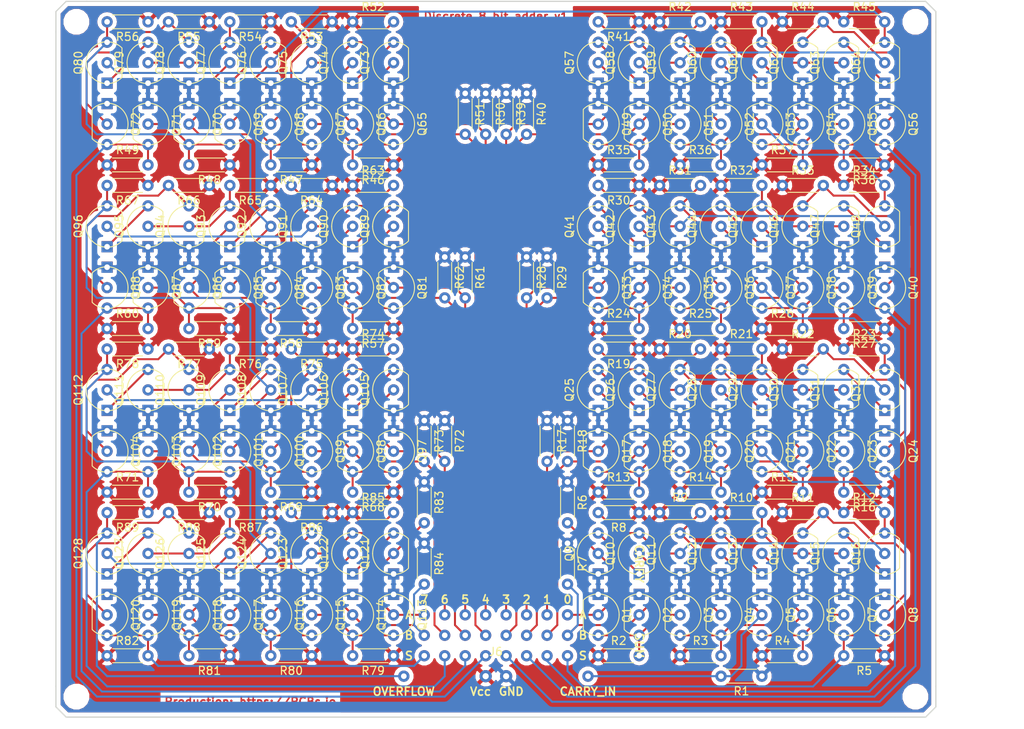
<source format=kicad_pcb>
(kicad_pcb (version 4) (host pcbnew 4.0.6)
  (layers (0 F.Cu signal) (31 B.Cu signal) (34 B.Paste user) (35 F.Paste user) (36 B.SilkS user) (37 F.SilkS user) (38 B.Mask user) (39 F.Mask user) (44 Edge.Cuts user))
  (net 0 "")
  (net 1 VCC)
  (net 2 "Net-(Q10-Pad3)")
  (net 3 "Net-(Q1-Pad3)")
  (net 4 GND)
  (net 5 "Net-(Q5-Pad3)")
  (net 6 "Net-(Q12-Pad3)")
  (net 7 /a0)
  (net 8 /a1)
  (net 9 /a2)
  (net 10 /a3)
  (net 11 /a4)
  (net 12 /a5)
  (net 13 /a6)
  (net 14 /a7)
  (net 15 /b0)
  (net 16 /b1)
  (net 17 /b2)
  (net 18 /b3)
  (net 19 /b4)
  (net 20 /b5)
  (net 21 /b6)
  (net 22 /b7)
  (net 23 /S0)
  (net 24 /S1)
  (net 25 /S2)
  (net 26 /S3)
  (net 27 /S4)
  (net 28 /S5)
  (net 29 /S6)
  (net 30 /S7)
  (net 31 /C0)
  (net 32 "Net-(Q17-Pad3)")
  (net 33 "Net-(Q19-Pad3)")
  (net 34 "Net-(Q28-Pad3)")
  (net 35 /C1)
  (net 36 "Net-(Q26-Pad3)")
  (net 37 "Net-(Q33-Pad3)")
  (net 38 "Net-(Q35-Pad3)")
  (net 39 /C2)
  (net 40 "Net-(Q42-Pad3)")
  (net 41 "Net-(Q44-Pad3)")
  (net 42 "Net-(Q49-Pad3)")
  (net 43 "Net-(Q51-Pad3)")
  (net 44 /C3)
  (net 45 /C7)
  (net 46 "Net-(Q58-Pad3)")
  (net 47 "Net-(Q60-Pad3)")
  (net 48 "Net-(Q65-Pad3)")
  (net 49 "Net-(Q67-Pad3)")
  (net 50 /C4)
  (net 51 "Net-(Q74-Pad3)")
  (net 52 "Net-(Q76-Pad3)")
  (net 53 "Net-(Q81-Pad3)")
  (net 54 "Net-(Q83-Pad3)")
  (net 55 /C5)
  (net 56 "Net-(Q100-Pad2)")
  (net 57 "Net-(Q92-Pad3)")
  (net 58 "Net-(Q101-Pad3)")
  (net 59 "Net-(Q100-Pad3)")
  (net 60 /C6)
  (net 61 "Net-(Q106-Pad3)")
  (net 62 "Net-(Q108-Pad3)")
  (net 63 "Net-(Q113-Pad3)")
  (net 64 "Net-(Q115-Pad3)")
  (net 65 /c)
  (net 66 "Net-(Q13-Pad2)")
  (net 67 "Net-(Q11-Pad3)")
  (net 68 "Net-(Q14-Pad3)")
  (net 69 "Net-(Q10-Pad1)")
  (net 70 "Net-(Q13-Pad3)")
  (net 71 "Net-(Q15-Pad3)")
  (net 72 "Net-(Q20-Pad2)")
  (net 73 "Net-(Q21-Pad3)")
  (net 74 "Net-(Q24-Pad2)")
  (net 75 "Net-(Q25-Pad3)")
  (net 76 "Net-(Q29-Pad3)")
  (net 77 "Net-(Q31-Pad3)")
  (net 78 "Net-(Q36-Pad2)")
  (net 79 "Net-(Q37-Pad3)")
  (net 80 "Net-(Q40-Pad2)")
  (net 81 "Net-(Q41-Pad3)")
  (net 82 "Net-(Q45-Pad3)")
  (net 83 "Net-(Q47-Pad3)")
  (net 84 "Net-(Q52-Pad2)")
  (net 85 "Net-(Q53-Pad3)")
  (net 86 "Net-(Q56-Pad2)")
  (net 87 "Net-(Q57-Pad3)")
  (net 88 "Net-(Q61-Pad3)")
  (net 89 "Net-(Q63-Pad3)")
  (net 90 "Net-(Q68-Pad2)")
  (net 91 "Net-(Q69-Pad3)")
  (net 92 "Net-(Q72-Pad2)")
  (net 93 "Net-(Q73-Pad3)")
  (net 94 "Net-(Q77-Pad3)")
  (net 95 "Net-(Q79-Pad3)")
  (net 96 "Net-(Q84-Pad2)")
  (net 97 "Net-(Q85-Pad3)")
  (net 98 "Net-(Q88-Pad2)")
  (net 99 "Net-(Q89-Pad3)")
  (net 100 "Net-(Q90-Pad3)")
  (net 101 "Net-(Q93-Pad3)")
  (net 102 "Net-(Q95-Pad3)")
  (net 103 "Net-(Q97-Pad3)")
  (net 104 "Net-(Q104-Pad2)")
  (net 105 "Net-(Q105-Pad3)")
  (net 106 "Net-(Q109-Pad3)")
  (net 107 "Net-(Q111-Pad3)")
  (net 108 "Net-(Q116-Pad2)")
  (net 109 "Net-(Q117-Pad3)")
  (net 110 "Net-(Q120-Pad2)")
  (net 111 "Net-(Q121-Pad3)")
  (net 112 "Net-(Q122-Pad3)")
  (net 113 "Net-(Q124-Pad3)")
  (net 114 "Net-(Q125-Pad3)")
  (net 115 "Net-(Q127-Pad3)")
  (module electrokit:TO-92_Molded_Wide_Inline (layer F.Cu) (at 207.01 110.49 90)
    (fp_text reference Q32 (at 1.27 -3.56 90) (layer F.SilkS))
    (fp_text value 2N7000)
    (pad 2 thru_hole circle (at 1.27 0 180) (size 1.4 1.4) (drill 0.7) (layers *.Cu *.Mask) (net 36 "Net-(Q26-Pad3)"))
    (pad 3 thru_hole circle (at 3.81 0 180) (size 1.4 1.4) (drill 0.7) (layers *.Cu *.Mask) (net 35 /C1))
    (pad 1 thru_hole rect (at -1.27 0 180) (size 1.4 1.4) (drill 0.7) (layers *.Cu *.Mask) (net 77 "Net-(Q31-Pad3)"))
  )
  (module electrokit:TO-92_Molded_Wide_Inline (layer F.Cu) (at 207.01 90.17 90)
    (fp_text reference Q48 (at 1.27 -3.56 90) (layer F.SilkS))
    (fp_text value 2N7000)
    (pad 2 thru_hole circle (at 1.27 0 180) (size 1.4 1.4) (drill 0.7) (layers *.Cu *.Mask) (net 40 "Net-(Q42-Pad3)"))
    (pad 3 thru_hole circle (at 3.81 0 180) (size 1.4 1.4) (drill 0.7) (layers *.Cu *.Mask) (net 39 /C2))
    (pad 1 thru_hole rect (at -1.27 0 180) (size 1.4 1.4) (drill 0.7) (layers *.Cu *.Mask) (net 83 "Net-(Q47-Pad3)"))
  )
  (module Resistors_THT:R_Axial_DIN0204_L3.6mm_D1.6mm_P5.08mm_Horizontal (layer F.Cu) (at 130.81 63.5 180)
    (fp_text reference R54 (at 2.54 -1.86 180) (layer F.SilkS))
    (fp_text value 1M)
    (pad 1 thru_hole circle (at 0 0 180) (size 1.4 1.4) (drill 0.7) (layers *.Cu *.Mask) (net 1 VCC))
    (pad 2 thru_hole oval (at 5.08 0 180) (size 1.4 1.4) (drill 0.7) (layers *.Cu *.Mask) (net 94 "Net-(Q77-Pad3)"))
  )
  (module electrokit:TO-92_Molded_Wide_Inline (layer F.Cu) (at 171.45 135.89 270)
    (fp_text reference Q1 (at 1.27 -3.56 270) (layer F.SilkS))
    (fp_text value 2N7000)
    (pad 2 thru_hole circle (at 1.27 0) (size 1.4 1.4) (drill 0.7) (layers *.Cu *.Mask) (net 7 /a0))
    (pad 3 thru_hole circle (at 3.81 0) (size 1.4 1.4) (drill 0.7) (layers *.Cu *.Mask) (net 3 "Net-(Q1-Pad3)"))
    (pad 1 thru_hole rect (at -1.27 0) (size 1.4 1.4) (drill 0.67) (layers *.Cu *.Mask) (net 4 GND))
  )
  (module electrokit:TO-92_Molded_Wide_Inline (layer F.Cu) (at 176.53 135.89 270)
    (fp_text reference Q2 (at 1.27 -3.56 270) (layer F.SilkS))
    (fp_text value 2N7000)
    (pad 2 thru_hole circle (at 1.27 0) (size 1.4 1.4) (drill 0.7) (layers *.Cu *.Mask) (net 15 /b0))
    (pad 3 thru_hole circle (at 3.81 0) (size 1.4 1.4) (drill 0.7) (layers *.Cu *.Mask) (net 3 "Net-(Q1-Pad3)"))
    (pad 1 thru_hole rect (at -1.27 0) (size 1.4 1.4) (drill 0.7) (layers *.Cu *.Mask) (net 4 GND))
  )
  (module electrokit:TO-92_Molded_Wide_Inline (layer F.Cu) (at 181.61 135.89 270)
    (fp_text reference Q3 (at 1.27 -3.56 270) (layer F.SilkS))
    (fp_text value 2N7000)
    (pad 2 thru_hole circle (at 1.27 0) (size 1.4 1.4) (drill 0.7) (layers *.Cu *.Mask) (net 3 "Net-(Q1-Pad3)"))
    (pad 3 thru_hole circle (at 3.81 0) (size 1.4 1.4) (drill 0.7) (layers *.Cu *.Mask) (net 66 "Net-(Q13-Pad2)"))
    (pad 1 thru_hole rect (at -1.27 0) (size 1.4 1.4) (drill 0.7) (layers *.Cu *.Mask) (net 4 GND))
  )
  (module electrokit:TO-92_Molded_Wide_Inline (layer F.Cu) (at 186.69 135.89 270)
    (fp_text reference Q4 (at 1.27 -3.56 270) (layer F.SilkS))
    (fp_text value 2N7000)
    (pad 2 thru_hole circle (at 1.27 0) (size 1.4 1.4) (drill 0.7) (layers *.Cu *.Mask) (net 67 "Net-(Q11-Pad3)"))
    (pad 3 thru_hole circle (at 3.81 0) (size 1.4 1.4) (drill 0.7) (layers *.Cu *.Mask) (net 66 "Net-(Q13-Pad2)"))
    (pad 1 thru_hole rect (at -1.27 0) (size 1.4 1.4) (drill 0.67) (layers *.Cu *.Mask) (net 4 GND))
  )
  (module electrokit:TO-92_Molded_Wide_Inline (layer F.Cu) (at 171.45 130.81 90)
    (fp_text reference Q9 (at 1.27 -3.56 90) (layer F.SilkS))
    (fp_text value 2N7000)
    (pad 2 thru_hole circle (at 1.27 0 180) (size 1.4 1.4) (drill 0.7) (layers *.Cu *.Mask) (net 7 /a0))
    (pad 3 thru_hole circle (at 3.81 0 180) (size 1.4 1.4) (drill 0.7) (layers *.Cu *.Mask) (net 69 "Net-(Q10-Pad1)"))
    (pad 1 thru_hole rect (at -1.27 0 180) (size 1.4 1.4) (drill 0.7) (layers *.Cu *.Mask) (net 4 GND))
  )
  (module electrokit:TO-92_Molded_Wide_Inline (layer F.Cu) (at 176.53 130.81 90)
    (fp_text reference Q10 (at 1.27 -3.56 90) (layer F.SilkS))
    (fp_text value 2N7000)
    (pad 2 thru_hole circle (at 1.27 0 180) (size 1.4 1.4) (drill 0.7) (layers *.Cu *.Mask) (net 15 /b0))
    (pad 3 thru_hole circle (at 3.81 0 180) (size 1.4 1.4) (drill 0.7) (layers *.Cu *.Mask) (net 2 "Net-(Q10-Pad3)"))
    (pad 1 thru_hole rect (at -1.27 0 180) (size 1.4 1.4) (drill 0.7) (layers *.Cu *.Mask) (net 69 "Net-(Q10-Pad1)"))
  )
  (module electrokit:TO-92_Molded_Wide_Inline (layer F.Cu) (at 181.61 130.81 90)
    (fp_text reference Q11 (at 1.27 -3.56 90) (layer F.SilkS))
    (fp_text value 2N7000)
    (pad 2 thru_hole circle (at 1.27 0 180) (size 1.4 1.4) (drill 0.7) (layers *.Cu *.Mask) (net 2 "Net-(Q10-Pad3)"))
    (pad 3 thru_hole circle (at 3.81 0 180) (size 1.4 1.4) (drill 0.7) (layers *.Cu *.Mask) (net 67 "Net-(Q11-Pad3)"))
    (pad 1 thru_hole rect (at -1.27 0 180) (size 1.4 1.4) (drill 0.67) (layers *.Cu *.Mask) (net 4 GND))
  )
  (module Resistors_THT:R_Axial_DIN0204_L3.6mm_D1.6mm_P5.08mm_Horizontal (layer F.Cu) (at 191.77 144.78 180)
    (fp_text reference R1 (at 2.54 -1.86 180) (layer F.SilkS))
    (fp_text value 1M)
    (pad 1 thru_hole circle (at 0 0 180) (size 1.4 1.4) (drill 0.7) (layers *.Cu *.Mask) (net 4 GND))
    (pad 2 thru_hole oval (at 5.08 0 180) (size 1.4 1.4) (drill 0.7) (layers *.Cu *.Mask) (net 65 /c))
  )
  (module Resistors_THT:R_Axial_DIN0204_L3.6mm_D1.6mm_P5.08mm_Horizontal (layer F.Cu) (at 171.45 142.24)
    (fp_text reference R2 (at 2.54 -1.86) (layer F.SilkS))
    (fp_text value 1M)
    (pad 1 thru_hole circle (at 0 0) (size 1.4 1.4) (drill 0.7) (layers *.Cu *.Mask) (net 1 VCC))
    (pad 2 thru_hole oval (at 5.08 0) (size 1.4 1.4) (drill 0.7) (layers *.Cu *.Mask) (net 3 "Net-(Q1-Pad3)"))
  )
  (module Resistors_THT:R_Axial_DIN0204_L3.6mm_D1.6mm_P5.08mm_Horizontal (layer F.Cu) (at 207.01 142.24 180)
    (fp_text reference R5 (at 2.54 -1.86 180) (layer F.SilkS))
    (fp_text value 1M)
    (pad 1 thru_hole circle (at 0 0 180) (size 1.4 1.4) (drill 0.7) (layers *.Cu *.Mask) (net 1 VCC))
    (pad 2 thru_hole oval (at 5.08 0 180) (size 1.4 1.4) (drill 0.7) (layers *.Cu *.Mask) (net 23 /S0))
  )
  (module Resistors_THT:R_Axial_DIN0204_L3.6mm_D1.6mm_P5.08mm_Horizontal (layer F.Cu) (at 167.64 120.65 270)
    (fp_text reference R6 (at 2.54 -1.86 270) (layer F.SilkS))
    (fp_text value 1M)
    (pad 1 thru_hole circle (at 0 0 270) (size 1.4 1.4) (drill 0.7) (layers *.Cu *.Mask) (net 4 GND))
    (pad 2 thru_hole oval (at 5.08 0 270) (size 1.4 1.4) (drill 0.7) (layers *.Cu *.Mask) (net 7 /a0))
  )
  (module emlun:J2-2_pole_connector (layer F.Cu) (at 158.75 144.78 180)
    (fp_text reference J1 hide)
    (fp_text value J2-2_pole_connector)
    (pad 1 thru_hole circle (at -1.27 0 180) (size 1.524 1.524) (drill 0.762) (layers *.Cu *.Mask) (net 4 GND))
    (pad 2 thru_hole circle (at 1.27 0 180) (size 1.524 1.524) (drill 0.762) (layers *.Cu *.Mask) (net 1 VCC))
  )
  (module emlun:J8-8_bit_bus_connector (layer F.Cu) (at 158.75 139.7 180)
    (fp_text reference J3 hide)
    (fp_text value J8-8_bit_bus_connector)
    (pad 0 thru_hole circle (at -8.89 2.54 180) (size 1.4 1.4) (drill 0.7) (layers *.Cu *.Mask) (net 7 /a0))
    (pad 1 thru_hole circle (at -6.35 2.54 180) (size 1.4 1.4) (drill 0.7) (layers *.Cu *.Mask) (net 8 /a1))
    (pad 2 thru_hole circle (at -3.81 2.54 180) (size 1.4 1.4) (drill 0.7) (layers *.Cu *.Mask) (net 9 /a2))
    (pad 3 thru_hole circle (at -1.27 2.54 180) (size 1.4 1.4) (drill 0.7) (layers *.Cu *.Mask) (net 10 /a3))
    (pad 4 thru_hole circle (at 1.27 2.54 180) (size 1.4 1.4) (drill 0.7) (layers *.Cu *.Mask) (net 11 /a4))
    (pad 5 thru_hole circle (at 3.81 2.54 180) (size 1.4 1.4) (drill 0.7) (layers *.Cu *.Mask) (net 12 /a5))
    (pad 6 thru_hole circle (at 6.35 2.54 180) (size 1.4 1.4) (drill 0.7) (layers *.Cu *.Mask) (net 13 /a6))
    (pad 7 thru_hole circle (at 8.89 2.54 180) (size 1.4 1.4) (drill 0.7) (layers *.Cu *.Mask) (net 14 /a7))
  )
  (module emlun:J8-8_bit_bus_connector (layer F.Cu) (at 158.75 144.78 180)
    (fp_text reference J4 hide)
    (fp_text value J8-8_bit_bus_connector)
    (pad 0 thru_hole circle (at -8.89 2.54 180) (size 1.4 1.4) (drill 0.7) (layers *.Cu *.Mask) (net 23 /S0))
    (pad 1 thru_hole circle (at -6.35 2.54 180) (size 1.4 1.4) (drill 0.7) (layers *.Cu *.Mask) (net 24 /S1))
    (pad 2 thru_hole circle (at -3.81 2.54 180) (size 1.4 1.4) (drill 0.7) (layers *.Cu *.Mask) (net 25 /S2))
    (pad 3 thru_hole circle (at -1.27 2.54 180) (size 1.4 1.4) (drill 0.7) (layers *.Cu *.Mask) (net 26 /S3))
    (pad 4 thru_hole circle (at 1.27 2.54 180) (size 1.4 1.4) (drill 0.7) (layers *.Cu *.Mask) (net 27 /S4))
    (pad 5 thru_hole circle (at 3.81 2.54 180) (size 1.4 1.4) (drill 0.7) (layers *.Cu *.Mask) (net 28 /S5))
    (pad 6 thru_hole circle (at 6.35 2.54 180) (size 1.4 1.4) (drill 0.7) (layers *.Cu *.Mask) (net 29 /S6))
    (pad 7 thru_hole circle (at 8.89 2.54 180) (size 1.4 1.4) (drill 0.7) (layers *.Cu *.Mask) (net 30 /S7))
  )
  (module electrokit:TO-92_Molded_Wide_Inline (layer F.Cu) (at 171.45 115.57 270)
    (fp_text reference Q17 (at 1.27 -3.56 270) (layer F.SilkS))
    (fp_text value 2N7000)
    (pad 2 thru_hole circle (at 1.27 0) (size 1.4 1.4) (drill 0.7) (layers *.Cu *.Mask) (net 8 /a1))
    (pad 3 thru_hole circle (at 3.81 0) (size 1.4 1.4) (drill 0.7) (layers *.Cu *.Mask) (net 32 "Net-(Q17-Pad3)"))
    (pad 1 thru_hole rect (at -1.27 0) (size 1.4 1.4) (drill 0.7) (layers *.Cu *.Mask) (net 4 GND))
  )
  (module electrokit:TO-92_Molded_Wide_Inline (layer F.Cu) (at 176.53 115.57 270)
    (fp_text reference Q18 (at 1.27 -3.56 270) (layer F.SilkS))
    (fp_text value 2N7000)
    (pad 2 thru_hole circle (at 1.27 0) (size 1.4 1.4) (drill 0.7) (layers *.Cu *.Mask) (net 16 /b1))
    (pad 3 thru_hole circle (at 3.81 0) (size 1.4 1.4) (drill 0.7) (layers *.Cu *.Mask) (net 32 "Net-(Q17-Pad3)"))
    (pad 1 thru_hole rect (at -1.27 0) (size 1.4 1.4) (drill 0.7) (layers *.Cu *.Mask) (net 4 GND))
  )
  (module electrokit:TO-92_Molded_Wide_Inline (layer F.Cu) (at 181.61 115.57 270)
    (fp_text reference Q19 (at 1.27 -3.56 270) (layer F.SilkS))
    (fp_text value 2N7000)
    (pad 2 thru_hole circle (at 1.27 0) (size 1.4 1.4) (drill 0.7) (layers *.Cu *.Mask) (net 32 "Net-(Q17-Pad3)"))
    (pad 3 thru_hole circle (at 3.81 0) (size 1.4 1.4) (drill 0.7) (layers *.Cu *.Mask) (net 33 "Net-(Q19-Pad3)"))
    (pad 1 thru_hole rect (at -1.27 0) (size 1.4 1.4) (drill 0.7) (layers *.Cu *.Mask) (net 4 GND))
  )
  (module electrokit:TO-92_Molded_Wide_Inline (layer F.Cu) (at 186.69 115.57 270)
    (fp_text reference Q20 (at 1.27 -3.56 270) (layer F.SilkS))
    (fp_text value 2N7000)
    (pad 2 thru_hole circle (at 1.27 0) (size 1.4 1.4) (drill 0.7) (layers *.Cu *.Mask) (net 72 "Net-(Q20-Pad2)"))
    (pad 3 thru_hole circle (at 3.81 0) (size 1.4 1.4) (drill 0.7) (layers *.Cu *.Mask) (net 33 "Net-(Q19-Pad3)"))
    (pad 1 thru_hole rect (at -1.27 0) (size 1.4 1.4) (drill 0.7) (layers *.Cu *.Mask) (net 4 GND))
  )
  (module electrokit:TO-92_Molded_Wide_Inline (layer F.Cu) (at 191.77 115.57 270)
    (fp_text reference Q21 (at 1.27 -3.56 270) (layer F.SilkS))
    (fp_text value 2N7000)
    (pad 2 thru_hole circle (at 1.27 0) (size 1.4 1.4) (drill 0.7) (layers *.Cu *.Mask) (net 31 /C0))
    (pad 3 thru_hole circle (at 3.81 0) (size 1.4 1.4) (drill 0.7) (layers *.Cu *.Mask) (net 73 "Net-(Q21-Pad3)"))
    (pad 1 thru_hole rect (at -1.27 0) (size 1.4 1.4) (drill 0.7) (layers *.Cu *.Mask) (net 4 GND))
  )
  (module electrokit:TO-92_Molded_Wide_Inline (layer F.Cu) (at 196.85 115.57 270)
    (fp_text reference Q22 (at 1.27 -3.56 270) (layer F.SilkS))
    (fp_text value 2N7000)
    (pad 2 thru_hole circle (at 1.27 0) (size 1.4 1.4) (drill 0.7) (layers *.Cu *.Mask) (net 33 "Net-(Q19-Pad3)"))
    (pad 3 thru_hole circle (at 3.81 0) (size 1.4 1.4) (drill 0.7) (layers *.Cu *.Mask) (net 73 "Net-(Q21-Pad3)"))
    (pad 1 thru_hole rect (at -1.27 0) (size 1.4 1.4) (drill 0.7) (layers *.Cu *.Mask) (net 4 GND))
  )
  (module electrokit:TO-92_Molded_Wide_Inline (layer F.Cu) (at 201.93 115.57 270)
    (fp_text reference Q23 (at 1.27 -3.56 270) (layer F.SilkS))
    (fp_text value 2N7000)
    (pad 2 thru_hole circle (at 1.27 0) (size 1.4 1.4) (drill 0.7) (layers *.Cu *.Mask) (net 73 "Net-(Q21-Pad3)"))
    (pad 3 thru_hole circle (at 3.81 0) (size 1.4 1.4) (drill 0.7) (layers *.Cu *.Mask) (net 24 /S1))
    (pad 1 thru_hole rect (at -1.27 0) (size 1.4 1.4) (drill 0.7) (layers *.Cu *.Mask) (net 4 GND))
  )
  (module Resistors_THT:R_Axial_DIN0204_L3.6mm_D1.6mm_P5.08mm_Horizontal (layer F.Cu) (at 186.69 124.46)
    (fp_text reference R10 (at 2.54 -1.86) (layer F.SilkS))
    (fp_text value 1M)
    (pad 1 thru_hole circle (at 0 0) (size 1.4 1.4) (drill 0.7) (layers *.Cu *.Mask) (net 1 VCC))
    (pad 2 thru_hole oval (at 5.08 0) (size 1.4 1.4) (drill 0.7) (layers *.Cu *.Mask) (net 70 "Net-(Q13-Pad3)"))
  )
  (module Resistors_THT:R_Axial_DIN0204_L3.6mm_D1.6mm_P5.08mm_Horizontal (layer F.Cu) (at 194.31 124.46)
    (fp_text reference R11 (at 2.54 -1.86) (layer F.SilkS))
    (fp_text value 1M)
    (pad 1 thru_hole circle (at 0 0) (size 1.4 1.4) (drill 0.7) (layers *.Cu *.Mask) (net 1 VCC))
    (pad 2 thru_hole oval (at 5.08 0) (size 1.4 1.4) (drill 0.7) (layers *.Cu *.Mask) (net 68 "Net-(Q14-Pad3)"))
  )
  (module Resistors_THT:R_Axial_DIN0204_L3.6mm_D1.6mm_P5.08mm_Horizontal (layer F.Cu) (at 201.93 124.46)
    (fp_text reference R12 (at 2.54 -1.86) (layer F.SilkS))
    (fp_text value 1M)
    (pad 1 thru_hole circle (at 0 0) (size 1.4 1.4) (drill 0.7) (layers *.Cu *.Mask) (net 1 VCC))
    (pad 2 thru_hole oval (at 5.08 0) (size 1.4 1.4) (drill 0.7) (layers *.Cu *.Mask) (net 31 /C0))
  )
  (module Resistors_THT:R_Axial_DIN0204_L3.6mm_D1.6mm_P5.08mm_Horizontal (layer F.Cu) (at 171.45 121.92)
    (fp_text reference R13 (at 2.54 -1.86) (layer F.SilkS))
    (fp_text value 1M)
    (pad 1 thru_hole circle (at 0 0) (size 1.4 1.4) (drill 0.7) (layers *.Cu *.Mask) (net 1 VCC))
    (pad 2 thru_hole oval (at 5.08 0) (size 1.4 1.4) (drill 0.7) (layers *.Cu *.Mask) (net 32 "Net-(Q17-Pad3)"))
  )
  (module electrokit:TO-92_Molded_Wide_Inline (layer F.Cu) (at 191.77 135.89 270)
    (fp_text reference Q5 (at 1.27 -3.56 270) (layer F.SilkS))
    (fp_text value 2N7000)
    (pad 2 thru_hole circle (at 1.27 0) (size 1.4 1.4) (drill 0.7) (layers *.Cu *.Mask) (net 65 /c))
    (pad 3 thru_hole circle (at 3.81 0) (size 1.4 1.4) (drill 0.7) (layers *.Cu *.Mask) (net 5 "Net-(Q5-Pad3)"))
    (pad 1 thru_hole rect (at -1.27 0) (size 1.4 1.4) (drill 0.7) (layers *.Cu *.Mask) (net 4 GND))
  )
  (module electrokit:TO-92_Molded_Wide_Inline (layer F.Cu) (at 196.85 135.89 270)
    (fp_text reference Q6 (at 1.27 -3.56 270) (layer F.SilkS))
    (fp_text value 2N7000)
    (pad 2 thru_hole circle (at 1.27 0) (size 1.4 1.4) (drill 0.7) (layers *.Cu *.Mask) (net 66 "Net-(Q13-Pad2)"))
    (pad 3 thru_hole circle (at 3.81 0) (size 1.4 1.4) (drill 0.7) (layers *.Cu *.Mask) (net 5 "Net-(Q5-Pad3)"))
    (pad 1 thru_hole rect (at -1.27 0) (size 1.4 1.4) (drill 0.7) (layers *.Cu *.Mask) (net 4 GND))
  )
  (module electrokit:TO-92_Molded_Wide_Inline (layer F.Cu) (at 201.93 135.89 270)
    (fp_text reference Q7 (at 1.27 -3.56 270) (layer F.SilkS))
    (fp_text value 2N7000)
    (pad 2 thru_hole circle (at 1.27 0) (size 1.4 1.4) (drill 0.7) (layers *.Cu *.Mask) (net 5 "Net-(Q5-Pad3)"))
    (pad 3 thru_hole circle (at 3.81 0) (size 1.4 1.4) (drill 0.7) (layers *.Cu *.Mask) (net 23 /S0))
    (pad 1 thru_hole rect (at -1.27 0) (size 1.4 1.4) (drill 0.7) (layers *.Cu *.Mask) (net 4 GND))
  )
  (module electrokit:TO-92_Molded_Wide_Inline (layer F.Cu) (at 207.01 135.89 270)
    (fp_text reference Q8 (at 1.27 -3.56 270) (layer F.SilkS))
    (fp_text value 2N7000)
    (pad 2 thru_hole circle (at 1.27 0) (size 1.4 1.4) (drill 0.7) (layers *.Cu *.Mask) (net 68 "Net-(Q14-Pad3)"))
    (pad 3 thru_hole circle (at 3.81 0) (size 1.4 1.4) (drill 0.7) (layers *.Cu *.Mask) (net 23 /S0))
    (pad 1 thru_hole rect (at -1.27 0) (size 1.4 1.4) (drill 0.7) (layers *.Cu *.Mask) (net 4 GND))
  )
  (module electrokit:TO-92_Molded_Wide_Inline (layer F.Cu) (at 186.69 130.81 90)
    (fp_text reference Q12 (at 1.27 -3.56 90) (layer F.SilkS))
    (fp_text value 2N7000)
    (pad 2 thru_hole circle (at 1.27 0 180) (size 1.4 1.4) (drill 0.7) (layers *.Cu *.Mask) (net 65 /c))
    (pad 3 thru_hole circle (at 3.81 0 180) (size 1.4 1.4) (drill 0.7) (layers *.Cu *.Mask) (net 6 "Net-(Q12-Pad3)"))
    (pad 1 thru_hole rect (at -1.27 0 180) (size 1.4 1.4) (drill 0.7) (layers *.Cu *.Mask) (net 4 GND))
  )
  (module electrokit:TO-92_Molded_Wide_Inline (layer F.Cu) (at 191.77 130.81 90)
    (fp_text reference Q13 (at 1.27 -3.56 90) (layer F.SilkS))
    (fp_text value 2N7000)
    (pad 2 thru_hole circle (at 1.27 0 180) (size 1.4 1.4) (drill 0.7) (layers *.Cu *.Mask) (net 66 "Net-(Q13-Pad2)"))
    (pad 3 thru_hole circle (at 3.81 0 180) (size 1.4 1.4) (drill 0.7) (layers *.Cu *.Mask) (net 70 "Net-(Q13-Pad3)"))
    (pad 1 thru_hole rect (at -1.27 0 180) (size 1.4 1.4) (drill 0.7) (layers *.Cu *.Mask) (net 6 "Net-(Q12-Pad3)"))
  )
  (module electrokit:TO-92_Molded_Wide_Inline (layer F.Cu) (at 196.85 130.81 90)
    (fp_text reference Q14 (at 1.27 -3.56 90) (layer F.SilkS))
    (fp_text value 2N7000)
    (pad 2 thru_hole circle (at 1.27 0 180) (size 1.4 1.4) (drill 0.7) (layers *.Cu *.Mask) (net 70 "Net-(Q13-Pad3)"))
    (pad 3 thru_hole circle (at 3.81 0 180) (size 1.4 1.4) (drill 0.7) (layers *.Cu *.Mask) (net 68 "Net-(Q14-Pad3)"))
    (pad 1 thru_hole rect (at -1.27 0 180) (size 1.4 1.4) (drill 0.7) (layers *.Cu *.Mask) (net 4 GND))
  )
  (module electrokit:TO-92_Molded_Wide_Inline (layer F.Cu) (at 201.93 130.81 90)
    (fp_text reference Q15 (at 1.27 -3.56 90) (layer F.SilkS))
    (fp_text value 2N7000)
    (pad 2 thru_hole circle (at 1.27 0 180) (size 1.4 1.4) (drill 0.7) (layers *.Cu *.Mask) (net 70 "Net-(Q13-Pad3)"))
    (pad 3 thru_hole circle (at 3.81 0 180) (size 1.4 1.4) (drill 0.7) (layers *.Cu *.Mask) (net 71 "Net-(Q15-Pad3)"))
    (pad 1 thru_hole rect (at -1.27 0 180) (size 1.4 1.4) (drill 0.7) (layers *.Cu *.Mask) (net 4 GND))
  )
  (module electrokit:TO-92_Molded_Wide_Inline (layer F.Cu) (at 207.01 130.81 90)
    (fp_text reference Q16 (at 1.27 -3.56 90) (layer F.SilkS))
    (fp_text value 2N7000)
    (pad 2 thru_hole circle (at 1.27 0 180) (size 1.4 1.4) (drill 0.7) (layers *.Cu *.Mask) (net 2 "Net-(Q10-Pad3)"))
    (pad 3 thru_hole circle (at 3.81 0 180) (size 1.4 1.4) (drill 0.7) (layers *.Cu *.Mask) (net 31 /C0))
    (pad 1 thru_hole rect (at -1.27 0 180) (size 1.4 1.4) (drill 0.7) (layers *.Cu *.Mask) (net 71 "Net-(Q15-Pad3)"))
  )
  (module Resistors_THT:R_Axial_DIN0204_L3.6mm_D1.6mm_P5.08mm_Horizontal (layer F.Cu) (at 181.61 142.24)
    (fp_text reference R3 (at 2.54 -1.86) (layer F.SilkS))
    (fp_text value 1M)
    (pad 1 thru_hole circle (at 0 0) (size 1.4 1.4) (drill 0.7) (layers *.Cu *.Mask) (net 1 VCC))
    (pad 2 thru_hole oval (at 5.08 0) (size 1.4 1.4) (drill 0.7) (layers *.Cu *.Mask) (net 66 "Net-(Q13-Pad2)"))
  )
  (module Resistors_THT:R_Axial_DIN0204_L3.6mm_D1.6mm_P5.08mm_Horizontal (layer F.Cu) (at 191.77 142.24)
    (fp_text reference R4 (at 2.54 -1.86) (layer F.SilkS))
    (fp_text value 1M)
    (pad 1 thru_hole circle (at 0 0) (size 1.4 1.4) (drill 0.7) (layers *.Cu *.Mask) (net 1 VCC))
    (pad 2 thru_hole oval (at 5.08 0) (size 1.4 1.4) (drill 0.7) (layers *.Cu *.Mask) (net 5 "Net-(Q5-Pad3)"))
  )
  (module Resistors_THT:R_Axial_DIN0204_L3.6mm_D1.6mm_P5.08mm_Horizontal (layer F.Cu) (at 167.64 128.27 270)
    (fp_text reference R7 (at 2.54 -1.86 270) (layer F.SilkS))
    (fp_text value 1M)
    (pad 1 thru_hole circle (at 0 0 270) (size 1.4 1.4) (drill 0.7) (layers *.Cu *.Mask) (net 4 GND))
    (pad 2 thru_hole oval (at 5.08 0 270) (size 1.4 1.4) (drill 0.7) (layers *.Cu *.Mask) (net 15 /b0))
  )
  (module Resistors_THT:R_Axial_DIN0204_L3.6mm_D1.6mm_P5.08mm_Horizontal (layer F.Cu) (at 176.53 124.46 180)
    (fp_text reference R8 (at 2.54 -1.86 180) (layer F.SilkS))
    (fp_text value 1M)
    (pad 1 thru_hole circle (at 0 0 180) (size 1.4 1.4) (drill 0.7) (layers *.Cu *.Mask) (net 1 VCC))
    (pad 2 thru_hole oval (at 5.08 0 180) (size 1.4 1.4) (drill 0.7) (layers *.Cu *.Mask) (net 2 "Net-(Q10-Pad3)"))
  )
  (module Resistors_THT:R_Axial_DIN0204_L3.6mm_D1.6mm_P5.08mm_Horizontal (layer F.Cu) (at 179.07 124.46)
    (fp_text reference R9 (at 2.54 -1.86) (layer F.SilkS))
    (fp_text value 1M)
    (pad 1 thru_hole circle (at 0 0) (size 1.4 1.4) (drill 0.7) (layers *.Cu *.Mask) (net 1 VCC))
    (pad 2 thru_hole oval (at 5.08 0) (size 1.4 1.4) (drill 0.7) (layers *.Cu *.Mask) (net 67 "Net-(Q11-Pad3)"))
  )
  (module electrokit:TO-92_Molded_Wide_Inline (layer F.Cu) (at 207.01 115.57 270)
    (fp_text reference Q24 (at 1.27 -3.56 270) (layer F.SilkS))
    (fp_text value 2N7000)
    (pad 2 thru_hole circle (at 1.27 0) (size 1.4 1.4) (drill 0.7) (layers *.Cu *.Mask) (net 74 "Net-(Q24-Pad2)"))
    (pad 3 thru_hole circle (at 3.81 0) (size 1.4 1.4) (drill 0.7) (layers *.Cu *.Mask) (net 24 /S1))
    (pad 1 thru_hole rect (at -1.27 0) (size 1.4 1.4) (drill 0.7) (layers *.Cu *.Mask) (net 4 GND))
  )
  (module electrokit:TO-92_Molded_Wide_Inline (layer F.Cu) (at 171.45 110.49 90)
    (fp_text reference Q25 (at 1.27 -3.56 90) (layer F.SilkS))
    (fp_text value 2N7000)
    (pad 2 thru_hole circle (at 1.27 0 180) (size 1.4 1.4) (drill 0.7) (layers *.Cu *.Mask) (net 8 /a1))
    (pad 3 thru_hole circle (at 3.81 0 180) (size 1.4 1.4) (drill 0.7) (layers *.Cu *.Mask) (net 75 "Net-(Q25-Pad3)"))
    (pad 1 thru_hole rect (at -1.27 0 180) (size 1.4 1.4) (drill 0.7) (layers *.Cu *.Mask) (net 4 GND))
  )
  (module electrokit:TO-92_Molded_Wide_Inline (layer F.Cu) (at 176.53 110.49 90)
    (fp_text reference Q26 (at 1.27 -3.56 90) (layer F.SilkS))
    (fp_text value 2N7000)
    (pad 2 thru_hole circle (at 1.27 0 180) (size 1.4 1.4) (drill 0.7) (layers *.Cu *.Mask) (net 16 /b1))
    (pad 3 thru_hole circle (at 3.81 0 180) (size 1.4 1.4) (drill 0.7) (layers *.Cu *.Mask) (net 36 "Net-(Q26-Pad3)"))
    (pad 1 thru_hole rect (at -1.27 0 180) (size 1.4 1.4) (drill 0.7) (layers *.Cu *.Mask) (net 75 "Net-(Q25-Pad3)"))
  )
  (module electrokit:TO-92_Molded_Wide_Inline (layer F.Cu) (at 181.61 110.49 90)
    (fp_text reference Q27 (at 1.27 -3.56 90) (layer F.SilkS))
    (fp_text value 2N7000)
    (pad 2 thru_hole circle (at 1.27 0 180) (size 1.4 1.4) (drill 0.7) (layers *.Cu *.Mask) (net 36 "Net-(Q26-Pad3)"))
    (pad 3 thru_hole circle (at 3.81 0 180) (size 1.4 1.4) (drill 0.7) (layers *.Cu *.Mask) (net 72 "Net-(Q20-Pad2)"))
    (pad 1 thru_hole rect (at -1.27 0 180) (size 1.4 1.4) (drill 0.7) (layers *.Cu *.Mask) (net 4 GND))
  )
  (module electrokit:TO-92_Molded_Wide_Inline (layer F.Cu) (at 186.69 110.49 90)
    (fp_text reference Q28 (at 1.27 -3.56 90) (layer F.SilkS))
    (fp_text value 2N7000)
    (pad 2 thru_hole circle (at 1.27 0 180) (size 1.4 1.4) (drill 0.7) (layers *.Cu *.Mask) (net 31 /C0))
    (pad 3 thru_hole circle (at 3.81 0 180) (size 1.4 1.4) (drill 0.7) (layers *.Cu *.Mask) (net 34 "Net-(Q28-Pad3)"))
    (pad 1 thru_hole rect (at -1.27 0 180) (size 1.4 1.4) (drill 0.7) (layers *.Cu *.Mask) (net 4 GND))
  )
  (module electrokit:TO-92_Molded_Wide_Inline (layer F.Cu) (at 191.77 110.49 90)
    (fp_text reference Q29 (at 1.27 -3.56 90) (layer F.SilkS))
    (fp_text value 2N7000)
    (pad 2 thru_hole circle (at 1.27 0 180) (size 1.4 1.4) (drill 0.7) (layers *.Cu *.Mask) (net 33 "Net-(Q19-Pad3)"))
    (pad 3 thru_hole circle (at 3.81 0 180) (size 1.4 1.4) (drill 0.7) (layers *.Cu *.Mask) (net 76 "Net-(Q29-Pad3)"))
    (pad 1 thru_hole rect (at -1.27 0 180) (size 1.4 1.4) (drill 0.7) (layers *.Cu *.Mask) (net 34 "Net-(Q28-Pad3)"))
  )
  (module electrokit:TO-92_Molded_Wide_Inline (layer F.Cu) (at 196.85 110.49 90)
    (fp_text reference Q30 (at 1.27 -3.56 90) (layer F.SilkS))
    (fp_text value 2N7000)
    (pad 2 thru_hole circle (at 1.27 0 180) (size 1.4 1.4) (drill 0.7) (layers *.Cu *.Mask) (net 76 "Net-(Q29-Pad3)"))
    (pad 3 thru_hole circle (at 3.81 0 180) (size 1.4 1.4) (drill 0.7) (layers *.Cu *.Mask) (net 74 "Net-(Q24-Pad2)"))
    (pad 1 thru_hole rect (at -1.27 0 180) (size 1.4 1.4) (drill 0.7) (layers *.Cu *.Mask) (net 4 GND))
  )
  (module electrokit:TO-92_Molded_Wide_Inline (layer F.Cu) (at 201.93 110.49 90)
    (fp_text reference Q31 (at 1.27 -3.56 90) (layer F.SilkS))
    (fp_text value 2N7000)
    (pad 2 thru_hole circle (at 1.27 0 180) (size 1.4 1.4) (drill 0.7) (layers *.Cu *.Mask) (net 76 "Net-(Q29-Pad3)"))
    (pad 3 thru_hole circle (at 3.81 0 180) (size 1.4 1.4) (drill 0.7) (layers *.Cu *.Mask) (net 77 "Net-(Q31-Pad3)"))
    (pad 1 thru_hole rect (at -1.27 0 180) (size 1.4 1.4) (drill 0.7) (layers *.Cu *.Mask) (net 4 GND))
  )
  (module electrokit:TO-92_Molded_Wide_Inline (layer F.Cu) (at 171.45 95.25 270)
    (fp_text reference Q33 (at 1.27 -3.56 270) (layer F.SilkS))
    (fp_text value 2N7000)
    (pad 2 thru_hole circle (at 1.27 0) (size 1.4 1.4) (drill 0.7) (layers *.Cu *.Mask) (net 9 /a2))
    (pad 3 thru_hole circle (at 3.81 0) (size 1.4 1.4) (drill 0.7) (layers *.Cu *.Mask) (net 37 "Net-(Q33-Pad3)"))
    (pad 1 thru_hole rect (at -1.27 0) (size 1.4 1.4) (drill 0.7) (layers *.Cu *.Mask) (net 4 GND))
  )
  (module electrokit:TO-92_Molded_Wide_Inline (layer F.Cu) (at 176.53 95.25 270)
    (fp_text reference Q34 (at 1.27 -3.56 270) (layer F.SilkS))
    (fp_text value 2N7000)
    (pad 2 thru_hole circle (at 1.27 0) (size 1.4 1.4) (drill 0.7) (layers *.Cu *.Mask) (net 17 /b2))
    (pad 3 thru_hole circle (at 3.81 0) (size 1.4 1.4) (drill 0.7) (layers *.Cu *.Mask) (net 37 "Net-(Q33-Pad3)"))
    (pad 1 thru_hole rect (at -1.27 0) (size 1.4 1.4) (drill 0.7) (layers *.Cu *.Mask) (net 4 GND))
  )
  (module electrokit:TO-92_Molded_Wide_Inline (layer F.Cu) (at 181.61 95.25 270)
    (fp_text reference Q35 (at 1.27 -3.56 270) (layer F.SilkS))
    (fp_text value 2N7000)
    (pad 2 thru_hole circle (at 1.27 0) (size 1.4 1.4) (drill 0.7) (layers *.Cu *.Mask) (net 37 "Net-(Q33-Pad3)"))
    (pad 3 thru_hole circle (at 3.81 0) (size 1.4 1.4) (drill 0.7) (layers *.Cu *.Mask) (net 38 "Net-(Q35-Pad3)"))
    (pad 1 thru_hole rect (at -1.27 0) (size 1.4 1.4) (drill 0.7) (layers *.Cu *.Mask) (net 4 GND))
  )
  (module electrokit:TO-92_Molded_Wide_Inline (layer F.Cu) (at 186.69 95.25 270)
    (fp_text reference Q36 (at 1.27 -3.56 270) (layer F.SilkS))
    (fp_text value 2N7000)
    (pad 2 thru_hole circle (at 1.27 0) (size 1.4 1.4) (drill 0.7) (layers *.Cu *.Mask) (net 78 "Net-(Q36-Pad2)"))
    (pad 3 thru_hole circle (at 3.81 0) (size 1.4 1.4) (drill 0.7) (layers *.Cu *.Mask) (net 38 "Net-(Q35-Pad3)"))
    (pad 1 thru_hole rect (at -1.27 0) (size 1.4 1.4) (drill 0.7) (layers *.Cu *.Mask) (net 4 GND))
  )
  (module electrokit:TO-92_Molded_Wide_Inline (layer F.Cu) (at 191.77 95.25 270)
    (fp_text reference Q37 (at 1.27 -3.56 270) (layer F.SilkS))
    (fp_text value 2N7000)
    (pad 2 thru_hole circle (at 1.27 0) (size 1.4 1.4) (drill 0.7) (layers *.Cu *.Mask) (net 35 /C1))
    (pad 3 thru_hole circle (at 3.81 0) (size 1.4 1.4) (drill 0.7) (layers *.Cu *.Mask) (net 79 "Net-(Q37-Pad3)"))
    (pad 1 thru_hole rect (at -1.27 0) (size 1.4 1.4) (drill 0.7) (layers *.Cu *.Mask) (net 4 GND))
  )
  (module electrokit:TO-92_Molded_Wide_Inline (layer F.Cu) (at 196.85 95.25 270)
    (fp_text reference Q38 (at 1.27 -3.56 270) (layer F.SilkS))
    (fp_text value 2N7000)
    (pad 2 thru_hole circle (at 1.27 0) (size 1.4 1.4) (drill 0.7) (layers *.Cu *.Mask) (net 38 "Net-(Q35-Pad3)"))
    (pad 3 thru_hole circle (at 3.81 0) (size 1.4 1.4) (drill 0.7) (layers *.Cu *.Mask) (net 79 "Net-(Q37-Pad3)"))
    (pad 1 thru_hole rect (at -1.27 0) (size 1.4 1.4) (drill 0.7) (layers *.Cu *.Mask) (net 4 GND))
  )
  (module electrokit:TO-92_Molded_Wide_Inline (layer F.Cu) (at 201.93 95.25 270)
    (fp_text reference Q39 (at 1.27 -3.56 270) (layer F.SilkS))
    (fp_text value 2N7000)
    (pad 2 thru_hole circle (at 1.27 0) (size 1.4 1.4) (drill 0.7) (layers *.Cu *.Mask) (net 79 "Net-(Q37-Pad3)"))
    (pad 3 thru_hole circle (at 3.81 0) (size 1.4 1.4) (drill 0.7) (layers *.Cu *.Mask) (net 25 /S2))
    (pad 1 thru_hole rect (at -1.27 0) (size 1.4 1.4) (drill 0.7) (layers *.Cu *.Mask) (net 4 GND))
  )
  (module electrokit:TO-92_Molded_Wide_Inline (layer F.Cu) (at 207.01 95.25 270)
    (fp_text reference Q40 (at 1.27 -3.56 270) (layer F.SilkS))
    (fp_text value 2N7000)
    (pad 2 thru_hole circle (at 1.27 0) (size 1.4 1.4) (drill 0.7) (layers *.Cu *.Mask) (net 80 "Net-(Q40-Pad2)"))
    (pad 3 thru_hole circle (at 3.81 0) (size 1.4 1.4) (drill 0.7) (layers *.Cu *.Mask) (net 25 /S2))
    (pad 1 thru_hole rect (at -1.27 0) (size 1.4 1.4) (drill 0.7) (layers *.Cu *.Mask) (net 4 GND))
  )
  (module electrokit:TO-92_Molded_Wide_Inline (layer F.Cu) (at 171.45 90.17 90)
    (fp_text reference Q41 (at 1.27 -3.56 90) (layer F.SilkS))
    (fp_text value 2N7000)
    (pad 2 thru_hole circle (at 1.27 0 180) (size 1.4 1.4) (drill 0.7) (layers *.Cu *.Mask) (net 9 /a2))
    (pad 3 thru_hole circle (at 3.81 0 180) (size 1.4 1.4) (drill 0.7) (layers *.Cu *.Mask) (net 81 "Net-(Q41-Pad3)"))
    (pad 1 thru_hole rect (at -1.27 0 180) (size 1.4 1.4) (drill 0.7) (layers *.Cu *.Mask) (net 4 GND))
  )
  (module electrokit:TO-92_Molded_Wide_Inline (layer F.Cu) (at 176.53 90.17 90)
    (fp_text reference Q42 (at 1.27 -3.56 90) (layer F.SilkS))
    (fp_text value 2N7000)
    (pad 2 thru_hole circle (at 1.27 0 180) (size 1.4 1.4) (drill 0.7) (layers *.Cu *.Mask) (net 17 /b2))
    (pad 3 thru_hole circle (at 3.81 0 180) (size 1.4 1.4) (drill 0.7) (layers *.Cu *.Mask) (net 40 "Net-(Q42-Pad3)"))
    (pad 1 thru_hole rect (at -1.27 0 180) (size 1.4 1.4) (drill 0.7) (layers *.Cu *.Mask) (net 81 "Net-(Q41-Pad3)"))
  )
  (module electrokit:TO-92_Molded_Wide_Inline (layer F.Cu) (at 181.61 90.17 90)
    (fp_text reference Q43 (at 1.27 -3.56 90) (layer F.SilkS))
    (fp_text value 2N7000)
    (pad 2 thru_hole circle (at 1.27 0 180) (size 1.4 1.4) (drill 0.7) (layers *.Cu *.Mask) (net 40 "Net-(Q42-Pad3)"))
    (pad 3 thru_hole circle (at 3.81 0 180) (size 1.4 1.4) (drill 0.7) (layers *.Cu *.Mask) (net 78 "Net-(Q36-Pad2)"))
    (pad 1 thru_hole rect (at -1.27 0 180) (size 1.4 1.4) (drill 0.7) (layers *.Cu *.Mask) (net 4 GND))
  )
  (module electrokit:TO-92_Molded_Wide_Inline (layer F.Cu) (at 186.69 90.17 90)
    (fp_text reference Q44 (at 1.27 -3.56 90) (layer F.SilkS))
    (fp_text value 2N7000)
    (pad 2 thru_hole circle (at 1.27 0 180) (size 1.4 1.4) (drill 0.7) (layers *.Cu *.Mask) (net 35 /C1))
    (pad 3 thru_hole circle (at 3.81 0 180) (size 1.4 1.4) (drill 0.7) (layers *.Cu *.Mask) (net 41 "Net-(Q44-Pad3)"))
    (pad 1 thru_hole rect (at -1.27 0 180) (size 1.4 1.4) (drill 0.7) (layers *.Cu *.Mask) (net 4 GND))
  )
  (module electrokit:TO-92_Molded_Wide_Inline (layer F.Cu) (at 191.77 90.17 90)
    (fp_text reference Q45 (at 1.27 -3.56 90) (layer F.SilkS))
    (fp_text value 2N7000)
    (pad 2 thru_hole circle (at 1.27 0 180) (size 1.4 1.4) (drill 0.7) (layers *.Cu *.Mask) (net 38 "Net-(Q35-Pad3)"))
    (pad 3 thru_hole circle (at 3.81 0 180) (size 1.4 1.4) (drill 0.7) (layers *.Cu *.Mask) (net 82 "Net-(Q45-Pad3)"))
    (pad 1 thru_hole rect (at -1.27 0 180) (size 1.4 1.4) (drill 0.7) (layers *.Cu *.Mask) (net 41 "Net-(Q44-Pad3)"))
  )
  (module electrokit:TO-92_Molded_Wide_Inline (layer F.Cu) (at 196.85 90.17 90)
    (fp_text reference Q46 (at 1.27 -3.56 90) (layer F.SilkS))
    (fp_text value 2N7000)
    (pad 2 thru_hole circle (at 1.27 0 180) (size 1.4 1.4) (drill 0.7) (layers *.Cu *.Mask) (net 82 "Net-(Q45-Pad3)"))
    (pad 3 thru_hole circle (at 3.81 0 180) (size 1.4 1.4) (drill 0.7) (layers *.Cu *.Mask) (net 80 "Net-(Q40-Pad2)"))
    (pad 1 thru_hole rect (at -1.27 0 180) (size 1.4 1.4) (drill 0.7) (layers *.Cu *.Mask) (net 4 GND))
  )
  (module electrokit:TO-92_Molded_Wide_Inline (layer F.Cu) (at 201.93 90.17 90)
    (fp_text reference Q47 (at 1.27 -3.56 90) (layer F.SilkS))
    (fp_text value 2N7000)
    (pad 2 thru_hole circle (at 1.27 0 180) (size 1.4 1.4) (drill 0.7) (layers *.Cu *.Mask) (net 82 "Net-(Q45-Pad3)"))
    (pad 3 thru_hole circle (at 3.81 0 180) (size 1.4 1.4) (drill 0.7) (layers *.Cu *.Mask) (net 83 "Net-(Q47-Pad3)"))
    (pad 1 thru_hole rect (at -1.27 0 180) (size 1.4 1.4) (drill 0.7) (layers *.Cu *.Mask) (net 4 GND))
  )
  (module electrokit:TO-92_Molded_Wide_Inline (layer F.Cu) (at 171.45 74.93 270)
    (fp_text reference Q49 (at 1.27 -3.56 270) (layer F.SilkS))
    (fp_text value 2N7000)
    (pad 2 thru_hole circle (at 1.27 0) (size 1.4 1.4) (drill 0.7) (layers *.Cu *.Mask) (net 10 /a3))
    (pad 3 thru_hole circle (at 3.81 0) (size 1.4 1.4) (drill 0.7) (layers *.Cu *.Mask) (net 42 "Net-(Q49-Pad3)"))
    (pad 1 thru_hole rect (at -1.27 0) (size 1.4 1.4) (drill 0.7) (layers *.Cu *.Mask) (net 4 GND))
  )
  (module electrokit:TO-92_Molded_Wide_Inline (layer F.Cu) (at 176.53 74.93 270)
    (fp_text reference Q50 (at 1.27 -3.56 270) (layer F.SilkS))
    (fp_text value 2N7000)
    (pad 2 thru_hole circle (at 1.27 0) (size 1.4 1.4) (drill 0.7) (layers *.Cu *.Mask) (net 18 /b3))
    (pad 3 thru_hole circle (at 3.81 0) (size 1.4 1.4) (drill 0.7) (layers *.Cu *.Mask) (net 42 "Net-(Q49-Pad3)"))
    (pad 1 thru_hole rect (at -1.27 0) (size 1.4 1.4) (drill 0.7) (layers *.Cu *.Mask) (net 4 GND))
  )
  (module electrokit:TO-92_Molded_Wide_Inline (layer F.Cu) (at 181.61 74.93 270)
    (fp_text reference Q51 (at 1.27 -3.56 270) (layer F.SilkS))
    (fp_text value 2N7000)
    (pad 2 thru_hole circle (at 1.27 0) (size 1.4 1.4) (drill 0.7) (layers *.Cu *.Mask) (net 42 "Net-(Q49-Pad3)"))
    (pad 3 thru_hole circle (at 3.81 0) (size 1.4 1.4) (drill 0.7) (layers *.Cu *.Mask) (net 43 "Net-(Q51-Pad3)"))
    (pad 1 thru_hole rect (at -1.27 0) (size 1.4 1.4) (drill 0.7) (layers *.Cu *.Mask) (net 4 GND))
  )
  (module electrokit:TO-92_Molded_Wide_Inline (layer F.Cu) (at 186.69 74.93 270)
    (fp_text reference Q52 (at 1.27 -3.56 270) (layer F.SilkS))
    (fp_text value 2N7000)
    (pad 2 thru_hole circle (at 1.27 0) (size 1.4 1.4) (drill 0.7) (layers *.Cu *.Mask) (net 84 "Net-(Q52-Pad2)"))
    (pad 3 thru_hole circle (at 3.81 0) (size 1.4 1.4) (drill 0.7) (layers *.Cu *.Mask) (net 43 "Net-(Q51-Pad3)"))
    (pad 1 thru_hole rect (at -1.27 0) (size 1.4 1.4) (drill 0.7) (layers *.Cu *.Mask) (net 4 GND))
  )
  (module electrokit:TO-92_Molded_Wide_Inline (layer F.Cu) (at 191.77 74.93 270)
    (fp_text reference Q53 (at 1.27 -3.56 270) (layer F.SilkS))
    (fp_text value 2N7000)
    (pad 2 thru_hole circle (at 1.27 0) (size 1.4 1.4) (drill 0.7) (layers *.Cu *.Mask) (net 39 /C2))
    (pad 3 thru_hole circle (at 3.81 0) (size 1.4 1.4) (drill 0.7) (layers *.Cu *.Mask) (net 85 "Net-(Q53-Pad3)"))
    (pad 1 thru_hole rect (at -1.27 0) (size 1.4 1.4) (drill 0.7) (layers *.Cu *.Mask) (net 4 GND))
  )
  (module electrokit:TO-92_Molded_Wide_Inline (layer F.Cu) (at 196.85 74.93 270)
    (fp_text reference Q54 (at 1.27 -3.56 270) (layer F.SilkS))
    (fp_text value 2N7000)
    (pad 2 thru_hole circle (at 1.27 0) (size 1.4 1.4) (drill 0.7) (layers *.Cu *.Mask) (net 43 "Net-(Q51-Pad3)"))
    (pad 3 thru_hole circle (at 3.81 0) (size 1.4 1.4) (drill 0.7) (layers *.Cu *.Mask) (net 85 "Net-(Q53-Pad3)"))
    (pad 1 thru_hole rect (at -1.27 0) (size 1.4 1.4) (drill 0.7) (layers *.Cu *.Mask) (net 4 GND))
  )
  (module electrokit:TO-92_Molded_Wide_Inline (layer F.Cu) (at 201.93 74.93 270)
    (fp_text reference Q55 (at 1.27 -3.56 270) (layer F.SilkS))
    (fp_text value 2N7000)
    (pad 2 thru_hole circle (at 1.27 0) (size 1.4 1.4) (drill 0.7) (layers *.Cu *.Mask) (net 85 "Net-(Q53-Pad3)"))
    (pad 3 thru_hole circle (at 3.81 0) (size 1.4 1.4) (drill 0.7) (layers *.Cu *.Mask) (net 26 /S3))
    (pad 1 thru_hole rect (at -1.27 0) (size 1.4 1.4) (drill 0.7) (layers *.Cu *.Mask) (net 4 GND))
  )
  (module Resistors_THT:R_Axial_DIN0204_L3.6mm_D1.6mm_P5.08mm_Horizontal (layer F.Cu) (at 181.61 121.92)
    (fp_text reference R14 (at 2.54 -1.86) (layer F.SilkS))
    (fp_text value 1M)
    (pad 1 thru_hole circle (at 0 0) (size 1.4 1.4) (drill 0.7) (layers *.Cu *.Mask) (net 1 VCC))
    (pad 2 thru_hole oval (at 5.08 0) (size 1.4 1.4) (drill 0.7) (layers *.Cu *.Mask) (net 33 "Net-(Q19-Pad3)"))
  )
  (module Resistors_THT:R_Axial_DIN0204_L3.6mm_D1.6mm_P5.08mm_Horizontal (layer F.Cu) (at 191.77 121.92)
    (fp_text reference R15 (at 2.54 -1.86) (layer F.SilkS))
    (fp_text value 1M)
    (pad 1 thru_hole circle (at 0 0) (size 1.4 1.4) (drill 0.7) (layers *.Cu *.Mask) (net 1 VCC))
    (pad 2 thru_hole oval (at 5.08 0) (size 1.4 1.4) (drill 0.7) (layers *.Cu *.Mask) (net 73 "Net-(Q21-Pad3)"))
  )
  (module Resistors_THT:R_Axial_DIN0204_L3.6mm_D1.6mm_P5.08mm_Horizontal (layer F.Cu) (at 207.01 121.92 180)
    (fp_text reference R16 (at 2.54 -1.86 180) (layer F.SilkS))
    (fp_text value 1M)
    (pad 1 thru_hole circle (at 0 0 180) (size 1.4 1.4) (drill 0.7) (layers *.Cu *.Mask) (net 1 VCC))
    (pad 2 thru_hole oval (at 5.08 0 180) (size 1.4 1.4) (drill 0.7) (layers *.Cu *.Mask) (net 24 /S1))
  )
  (module Resistors_THT:R_Axial_DIN0204_L3.6mm_D1.6mm_P5.08mm_Horizontal (layer F.Cu) (at 165.1 113.03 270)
    (fp_text reference R17 (at 2.54 -1.86 270) (layer F.SilkS))
    (fp_text value 1M)
    (pad 1 thru_hole circle (at 0 0 270) (size 1.4 1.4) (drill 0.7) (layers *.Cu *.Mask) (net 4 GND))
    (pad 2 thru_hole oval (at 5.08 0 270) (size 1.4 1.4) (drill 0.7) (layers *.Cu *.Mask) (net 8 /a1))
  )
  (module Resistors_THT:R_Axial_DIN0204_L3.6mm_D1.6mm_P5.08mm_Horizontal (layer F.Cu) (at 167.64 113.03 270)
    (fp_text reference R18 (at 2.54 -1.86 270) (layer F.SilkS))
    (fp_text value 1M)
    (pad 1 thru_hole circle (at 0 0 270) (size 1.4 1.4) (drill 0.7) (layers *.Cu *.Mask) (net 4 GND))
    (pad 2 thru_hole oval (at 5.08 0 270) (size 1.4 1.4) (drill 0.7) (layers *.Cu *.Mask) (net 16 /b1))
  )
  (module Resistors_THT:R_Axial_DIN0204_L3.6mm_D1.6mm_P5.08mm_Horizontal (layer F.Cu) (at 176.53 104.14 180)
    (fp_text reference R19 (at 2.54 -1.86 180) (layer F.SilkS))
    (fp_text value 1M)
    (pad 1 thru_hole circle (at 0 0 180) (size 1.4 1.4) (drill 0.7) (layers *.Cu *.Mask) (net 1 VCC))
    (pad 2 thru_hole oval (at 5.08 0 180) (size 1.4 1.4) (drill 0.7) (layers *.Cu *.Mask) (net 36 "Net-(Q26-Pad3)"))
  )
  (module Resistors_THT:R_Axial_DIN0204_L3.6mm_D1.6mm_P5.08mm_Horizontal (layer F.Cu) (at 179.07 104.14)
    (fp_text reference R20 (at 2.54 -1.86) (layer F.SilkS))
    (fp_text value 1M)
    (pad 1 thru_hole circle (at 0 0) (size 1.4 1.4) (drill 0.7) (layers *.Cu *.Mask) (net 1 VCC))
    (pad 2 thru_hole oval (at 5.08 0) (size 1.4 1.4) (drill 0.7) (layers *.Cu *.Mask) (net 72 "Net-(Q20-Pad2)"))
  )
  (module Resistors_THT:R_Axial_DIN0204_L3.6mm_D1.6mm_P5.08mm_Horizontal (layer F.Cu) (at 186.69 104.14)
    (fp_text reference R21 (at 2.54 -1.86) (layer F.SilkS))
    (fp_text value 1M)
    (pad 1 thru_hole circle (at 0 0) (size 1.4 1.4) (drill 0.7) (layers *.Cu *.Mask) (net 1 VCC))
    (pad 2 thru_hole oval (at 5.08 0) (size 1.4 1.4) (drill 0.7) (layers *.Cu *.Mask) (net 76 "Net-(Q29-Pad3)"))
  )
  (module Resistors_THT:R_Axial_DIN0204_L3.6mm_D1.6mm_P5.08mm_Horizontal (layer F.Cu) (at 194.31 104.14)
    (fp_text reference R22 (at 2.54 -1.86) (layer F.SilkS))
    (fp_text value 1M)
    (pad 1 thru_hole circle (at 0 0) (size 1.4 1.4) (drill 0.7) (layers *.Cu *.Mask) (net 1 VCC))
    (pad 2 thru_hole oval (at 5.08 0) (size 1.4 1.4) (drill 0.7) (layers *.Cu *.Mask) (net 74 "Net-(Q24-Pad2)"))
  )
  (module Resistors_THT:R_Axial_DIN0204_L3.6mm_D1.6mm_P5.08mm_Horizontal (layer F.Cu) (at 201.93 104.14)
    (fp_text reference R23 (at 2.54 -1.86) (layer F.SilkS))
    (fp_text value 1M)
    (pad 1 thru_hole circle (at 0 0) (size 1.4 1.4) (drill 0.7) (layers *.Cu *.Mask) (net 1 VCC))
    (pad 2 thru_hole oval (at 5.08 0) (size 1.4 1.4) (drill 0.7) (layers *.Cu *.Mask) (net 35 /C1))
  )
  (module Resistors_THT:R_Axial_DIN0204_L3.6mm_D1.6mm_P5.08mm_Horizontal (layer F.Cu) (at 171.45 101.6)
    (fp_text reference R24 (at 2.54 -1.86) (layer F.SilkS))
    (fp_text value 1M)
    (pad 1 thru_hole circle (at 0 0) (size 1.4 1.4) (drill 0.7) (layers *.Cu *.Mask) (net 1 VCC))
    (pad 2 thru_hole oval (at 5.08 0) (size 1.4 1.4) (drill 0.7) (layers *.Cu *.Mask) (net 37 "Net-(Q33-Pad3)"))
  )
  (module Resistors_THT:R_Axial_DIN0204_L3.6mm_D1.6mm_P5.08mm_Horizontal (layer F.Cu) (at 181.61 101.6)
    (fp_text reference R25 (at 2.54 -1.86) (layer F.SilkS))
    (fp_text value 1M)
    (pad 1 thru_hole circle (at 0 0) (size 1.4 1.4) (drill 0.7) (layers *.Cu *.Mask) (net 1 VCC))
    (pad 2 thru_hole oval (at 5.08 0) (size 1.4 1.4) (drill 0.7) (layers *.Cu *.Mask) (net 38 "Net-(Q35-Pad3)"))
  )
  (module Resistors_THT:R_Axial_DIN0204_L3.6mm_D1.6mm_P5.08mm_Horizontal (layer F.Cu) (at 191.77 101.6)
    (fp_text reference R26 (at 2.54 -1.86) (layer F.SilkS))
    (fp_text value 1M)
    (pad 1 thru_hole circle (at 0 0) (size 1.4 1.4) (drill 0.7) (layers *.Cu *.Mask) (net 1 VCC))
    (pad 2 thru_hole oval (at 5.08 0) (size 1.4 1.4) (drill 0.7) (layers *.Cu *.Mask) (net 79 "Net-(Q37-Pad3)"))
  )
  (module Resistors_THT:R_Axial_DIN0204_L3.6mm_D1.6mm_P5.08mm_Horizontal (layer F.Cu) (at 207.01 101.6 180)
    (fp_text reference R27 (at 2.54 -1.86 180) (layer F.SilkS))
    (fp_text value 1M)
    (pad 1 thru_hole circle (at 0 0 180) (size 1.4 1.4) (drill 0.7) (layers *.Cu *.Mask) (net 1 VCC))
    (pad 2 thru_hole oval (at 5.08 0 180) (size 1.4 1.4) (drill 0.7) (layers *.Cu *.Mask) (net 25 /S2))
  )
  (module Resistors_THT:R_Axial_DIN0204_L3.6mm_D1.6mm_P5.08mm_Horizontal (layer F.Cu) (at 162.56 92.71 270)
    (fp_text reference R28 (at 2.54 -1.86 270) (layer F.SilkS))
    (fp_text value 1M)
    (pad 1 thru_hole circle (at 0 0 270) (size 1.4 1.4) (drill 0.7) (layers *.Cu *.Mask) (net 4 GND))
    (pad 2 thru_hole oval (at 5.08 0 270) (size 1.4 1.4) (drill 0.7) (layers *.Cu *.Mask) (net 9 /a2))
  )
  (module Resistors_THT:R_Axial_DIN0204_L3.6mm_D1.6mm_P5.08mm_Horizontal (layer F.Cu) (at 165.1 92.71 270)
    (fp_text reference R29 (at 2.54 -1.86 270) (layer F.SilkS))
    (fp_text value 1M)
    (pad 1 thru_hole circle (at 0 0 270) (size 1.4 1.4) (drill 0.7) (layers *.Cu *.Mask) (net 4 GND))
    (pad 2 thru_hole oval (at 5.08 0 270) (size 1.4 1.4) (drill 0.7) (layers *.Cu *.Mask) (net 17 /b2))
  )
  (module Resistors_THT:R_Axial_DIN0204_L3.6mm_D1.6mm_P5.08mm_Horizontal (layer F.Cu) (at 176.53 83.82 180)
    (fp_text reference R30 (at 2.54 -1.86 180) (layer F.SilkS))
    (fp_text value 1M)
    (pad 1 thru_hole circle (at 0 0 180) (size 1.4 1.4) (drill 0.7) (layers *.Cu *.Mask) (net 1 VCC))
    (pad 2 thru_hole oval (at 5.08 0 180) (size 1.4 1.4) (drill 0.7) (layers *.Cu *.Mask) (net 40 "Net-(Q42-Pad3)"))
  )
  (module Resistors_THT:R_Axial_DIN0204_L3.6mm_D1.6mm_P5.08mm_Horizontal (layer F.Cu) (at 179.07 83.82)
    (fp_text reference R31 (at 2.54 -1.86) (layer F.SilkS))
    (fp_text value 1M)
    (pad 1 thru_hole circle (at 0 0) (size 1.4 1.4) (drill 0.7) (layers *.Cu *.Mask) (net 1 VCC))
    (pad 2 thru_hole oval (at 5.08 0) (size 1.4 1.4) (drill 0.7) (layers *.Cu *.Mask) (net 78 "Net-(Q36-Pad2)"))
  )
  (module emlun:J1-1_bit_bus (layer F.Cu) (at 147.32 147.32 180)
    (fp_text reference J5 hide)
    (fp_text value J1-1_bit_bus)
    (pad 1 thru_hole circle (at 0 2.54 180) (size 1.4 1.4) (drill 0.7) (layers *.Cu *.Mask) (net 45 /C7))
  )
  (module electrokit:TO-92_Molded_Wide_Inline (layer F.Cu) (at 207.01 74.93 270)
    (fp_text reference Q56 (at 1.27 -3.56 270) (layer F.SilkS))
    (fp_text value 2N7000)
    (pad 2 thru_hole circle (at 1.27 0) (size 1.4 1.4) (drill 0.7) (layers *.Cu *.Mask) (net 86 "Net-(Q56-Pad2)"))
    (pad 3 thru_hole circle (at 3.81 0) (size 1.4 1.4) (drill 0.7) (layers *.Cu *.Mask) (net 26 /S3))
    (pad 1 thru_hole rect (at -1.27 0) (size 1.4 1.4) (drill 0.7) (layers *.Cu *.Mask) (net 4 GND))
  )
  (module electrokit:TO-92_Molded_Wide_Inline (layer F.Cu) (at 171.45 69.85 90)
    (fp_text reference Q57 (at 1.27 -3.56 90) (layer F.SilkS))
    (fp_text value 2N7000)
    (pad 2 thru_hole circle (at 1.27 0 180) (size 1.4 1.4) (drill 0.7) (layers *.Cu *.Mask) (net 10 /a3))
    (pad 3 thru_hole circle (at 3.81 0 180) (size 1.4 1.4) (drill 0.7) (layers *.Cu *.Mask) (net 87 "Net-(Q57-Pad3)"))
    (pad 1 thru_hole rect (at -1.27 0 180) (size 1.4 1.4) (drill 0.7) (layers *.Cu *.Mask) (net 4 GND))
  )
  (module electrokit:TO-92_Molded_Wide_Inline (layer F.Cu) (at 176.53 69.85 90)
    (fp_text reference Q58 (at 1.27 -3.56 90) (layer F.SilkS))
    (fp_text value 2N7000)
    (pad 2 thru_hole circle (at 1.27 0 180) (size 1.4 1.4) (drill 0.7) (layers *.Cu *.Mask) (net 18 /b3))
    (pad 3 thru_hole circle (at 3.81 0 180) (size 1.4 1.4) (drill 0.7) (layers *.Cu *.Mask) (net 46 "Net-(Q58-Pad3)"))
    (pad 1 thru_hole rect (at -1.27 0 180) (size 1.4 1.4) (drill 0.7) (layers *.Cu *.Mask) (net 87 "Net-(Q57-Pad3)"))
  )
  (module electrokit:TO-92_Molded_Wide_Inline (layer F.Cu) (at 181.61 69.85 90)
    (fp_text reference Q59 (at 1.27 -3.56 90) (layer F.SilkS))
    (fp_text value 2N7000)
    (pad 2 thru_hole circle (at 1.27 0 180) (size 1.4 1.4) (drill 0.7) (layers *.Cu *.Mask) (net 46 "Net-(Q58-Pad3)"))
    (pad 3 thru_hole circle (at 3.81 0 180) (size 1.4 1.4) (drill 0.7) (layers *.Cu *.Mask) (net 84 "Net-(Q52-Pad2)"))
    (pad 1 thru_hole rect (at -1.27 0 180) (size 1.4 1.4) (drill 0.7) (layers *.Cu *.Mask) (net 4 GND))
  )
  (module electrokit:TO-92_Molded_Wide_Inline (layer F.Cu) (at 186.69 69.85 90)
    (fp_text reference Q60 (at 1.27 -3.56 90) (layer F.SilkS))
    (fp_text value 2N7000)
    (pad 2 thru_hole circle (at 1.27 0 180) (size 1.4 1.4) (drill 0.7) (layers *.Cu *.Mask) (net 39 /C2))
    (pad 3 thru_hole circle (at 3.81 0 180) (size 1.4 1.4) (drill 0.7) (layers *.Cu *.Mask) (net 47 "Net-(Q60-Pad3)"))
    (pad 1 thru_hole rect (at -1.27 0 180) (size 1.4 1.4) (drill 0.7) (layers *.Cu *.Mask) (net 4 GND))
  )
  (module electrokit:TO-92_Molded_Wide_Inline (layer F.Cu) (at 191.77 69.85 90)
    (fp_text reference Q61 (at 1.27 -3.56 90) (layer F.SilkS))
    (fp_text value 2N7000)
    (pad 2 thru_hole circle (at 1.27 0 180) (size 1.4 1.4) (drill 0.7) (layers *.Cu *.Mask) (net 43 "Net-(Q51-Pad3)"))
    (pad 3 thru_hole circle (at 3.81 0 180) (size 1.4 1.4) (drill 0.7) (layers *.Cu *.Mask) (net 88 "Net-(Q61-Pad3)"))
    (pad 1 thru_hole rect (at -1.27 0 180) (size 1.4 1.4) (drill 0.7) (layers *.Cu *.Mask) (net 47 "Net-(Q60-Pad3)"))
  )
  (module electrokit:TO-92_Molded_Wide_Inline (layer F.Cu) (at 196.85 69.85 90)
    (fp_text reference Q62 (at 1.27 -3.56 90) (layer F.SilkS))
    (fp_text value 2N7000)
    (pad 2 thru_hole circle (at 1.27 0 180) (size 1.4 1.4) (drill 0.7) (layers *.Cu *.Mask) (net 88 "Net-(Q61-Pad3)"))
    (pad 3 thru_hole circle (at 3.81 0 180) (size 1.4 1.4) (drill 0.7) (layers *.Cu *.Mask) (net 86 "Net-(Q56-Pad2)"))
    (pad 1 thru_hole rect (at -1.27 0 180) (size 1.4 1.4) (drill 0.7) (layers *.Cu *.Mask) (net 4 GND))
  )
  (module electrokit:TO-92_Molded_Wide_Inline (layer F.Cu) (at 201.93 69.85 90)
    (fp_text reference Q63 (at 1.27 -3.56 90) (layer F.SilkS))
    (fp_text value 2N7000)
    (pad 2 thru_hole circle (at 1.27 0 180) (size 1.4 1.4) (drill 0.7) (layers *.Cu *.Mask) (net 88 "Net-(Q61-Pad3)"))
    (pad 3 thru_hole circle (at 3.81 0 180) (size 1.4 1.4) (drill 0.7) (layers *.Cu *.Mask) (net 89 "Net-(Q63-Pad3)"))
    (pad 1 thru_hole rect (at -1.27 0 180) (size 1.4 1.4) (drill 0.7) (layers *.Cu *.Mask) (net 4 GND))
  )
  (module electrokit:TO-92_Molded_Wide_Inline (layer F.Cu) (at 207.01 69.85 90)
    (fp_text reference Q64 (at 1.27 -3.56 90) (layer F.SilkS))
    (fp_text value 2N7000)
    (pad 2 thru_hole circle (at 1.27 0 180) (size 1.4 1.4) (drill 0.7) (layers *.Cu *.Mask) (net 46 "Net-(Q58-Pad3)"))
    (pad 3 thru_hole circle (at 3.81 0 180) (size 1.4 1.4) (drill 0.7) (layers *.Cu *.Mask) (net 44 /C3))
    (pad 1 thru_hole rect (at -1.27 0 180) (size 1.4 1.4) (drill 0.7) (layers *.Cu *.Mask) (net 89 "Net-(Q63-Pad3)"))
  )
  (module electrokit:TO-92_Molded_Wide_Inline (layer F.Cu) (at 146.05 74.93 270)
    (fp_text reference Q65 (at 1.27 -3.56 270) (layer F.SilkS))
    (fp_text value 2N7000)
    (pad 2 thru_hole circle (at 1.27 0) (size 1.4 1.4) (drill 0.7) (layers *.Cu *.Mask) (net 11 /a4))
    (pad 3 thru_hole circle (at 3.81 0) (size 1.4 1.4) (drill 0.7) (layers *.Cu *.Mask) (net 48 "Net-(Q65-Pad3)"))
    (pad 1 thru_hole rect (at -1.27 0) (size 1.4 1.4) (drill 0.7) (layers *.Cu *.Mask) (net 4 GND))
  )
  (module electrokit:TO-92_Molded_Wide_Inline (layer F.Cu) (at 140.97 74.93 270)
    (fp_text reference Q66 (at 1.27 -3.56 270) (layer F.SilkS))
    (fp_text value 2N7000)
    (pad 2 thru_hole circle (at 1.27 0) (size 1.4 1.4) (drill 0.7) (layers *.Cu *.Mask) (net 19 /b4))
    (pad 3 thru_hole circle (at 3.81 0) (size 1.4 1.4) (drill 0.7) (layers *.Cu *.Mask) (net 48 "Net-(Q65-Pad3)"))
    (pad 1 thru_hole rect (at -1.27 0) (size 1.4 1.4) (drill 0.7) (layers *.Cu *.Mask) (net 4 GND))
  )
  (module electrokit:TO-92_Molded_Wide_Inline (layer F.Cu) (at 135.89 74.93 270)
    (fp_text reference Q67 (at 1.27 -3.56 270) (layer F.SilkS))
    (fp_text value 2N7000)
    (pad 2 thru_hole circle (at 1.27 0) (size 1.4 1.4) (drill 0.7) (layers *.Cu *.Mask) (net 48 "Net-(Q65-Pad3)"))
    (pad 3 thru_hole circle (at 3.81 0) (size 1.4 1.4) (drill 0.7) (layers *.Cu *.Mask) (net 49 "Net-(Q67-Pad3)"))
    (pad 1 thru_hole rect (at -1.27 0) (size 1.4 1.4) (drill 0.7) (layers *.Cu *.Mask) (net 4 GND))
  )
  (module electrokit:TO-92_Molded_Wide_Inline (layer F.Cu) (at 130.81 74.93 270)
    (fp_text reference Q68 (at 1.27 -3.56 270) (layer F.SilkS))
    (fp_text value 2N7000)
    (pad 2 thru_hole circle (at 1.27 0) (size 1.4 1.4) (drill 0.7) (layers *.Cu *.Mask) (net 90 "Net-(Q68-Pad2)"))
    (pad 3 thru_hole circle (at 3.81 0) (size 1.4 1.4) (drill 0.7) (layers *.Cu *.Mask) (net 49 "Net-(Q67-Pad3)"))
    (pad 1 thru_hole rect (at -1.27 0) (size 1.4 1.4) (drill 0.7) (layers *.Cu *.Mask) (net 4 GND))
  )
  (module electrokit:TO-92_Molded_Wide_Inline (layer F.Cu) (at 125.73 74.93 270)
    (fp_text reference Q69 (at 1.27 -3.56 270) (layer F.SilkS))
    (fp_text value 2N7000)
    (pad 2 thru_hole circle (at 1.27 0) (size 1.4 1.4) (drill 0.7) (layers *.Cu *.Mask) (net 44 /C3))
    (pad 3 thru_hole circle (at 3.81 0) (size 1.4 1.4) (drill 0.7) (layers *.Cu *.Mask) (net 91 "Net-(Q69-Pad3)"))
    (pad 1 thru_hole rect (at -1.27 0) (size 1.4 1.4) (drill 0.7) (layers *.Cu *.Mask) (net 4 GND))
  )
  (module electrokit:TO-92_Molded_Wide_Inline (layer F.Cu) (at 120.65 74.93 270)
    (fp_text reference Q70 (at 1.27 -3.56 270) (layer F.SilkS))
    (fp_text value 2N7000)
    (pad 2 thru_hole circle (at 1.27 0) (size 1.4 1.4) (drill 0.7) (layers *.Cu *.Mask) (net 49 "Net-(Q67-Pad3)"))
    (pad 3 thru_hole circle (at 3.81 0) (size 1.4 1.4) (drill 0.7) (layers *.Cu *.Mask) (net 91 "Net-(Q69-Pad3)"))
    (pad 1 thru_hole rect (at -1.27 0) (size 1.4 1.4) (drill 0.7) (layers *.Cu *.Mask) (net 4 GND))
  )
  (module electrokit:TO-92_Molded_Wide_Inline (layer F.Cu) (at 115.57 74.93 270)
    (fp_text reference Q71 (at 1.27 -3.56 270) (layer F.SilkS))
    (fp_text value 2N7000)
    (pad 2 thru_hole circle (at 1.27 0) (size 1.4 1.4) (drill 0.7) (layers *.Cu *.Mask) (net 91 "Net-(Q69-Pad3)"))
    (pad 3 thru_hole circle (at 3.81 0) (size 1.4 1.4) (drill 0.7) (layers *.Cu *.Mask) (net 27 /S4))
    (pad 1 thru_hole rect (at -1.27 0) (size 1.4 1.4) (drill 0.7) (layers *.Cu *.Mask) (net 4 GND))
  )
  (module electrokit:TO-92_Molded_Wide_Inline (layer F.Cu) (at 110.49 74.93 270)
    (fp_text reference Q72 (at 1.27 -3.56 270) (layer F.SilkS))
    (fp_text value 2N7000)
    (pad 2 thru_hole circle (at 1.27 0) (size 1.4 1.4) (drill 0.7) (layers *.Cu *.Mask) (net 92 "Net-(Q72-Pad2)"))
    (pad 3 thru_hole circle (at 3.81 0) (size 1.4 1.4) (drill 0.7) (layers *.Cu *.Mask) (net 27 /S4))
    (pad 1 thru_hole rect (at -1.27 0) (size 1.4 1.4) (drill 0.7) (layers *.Cu *.Mask) (net 4 GND))
  )
  (module electrokit:TO-92_Molded_Wide_Inline (layer F.Cu) (at 146.05 69.85 90)
    (fp_text reference Q73 (at 1.27 -3.56 90) (layer F.SilkS))
    (fp_text value 2N7000)
    (pad 2 thru_hole circle (at 1.27 0 180) (size 1.4 1.4) (drill 0.7) (layers *.Cu *.Mask) (net 11 /a4))
    (pad 3 thru_hole circle (at 3.81 0 180) (size 1.4 1.4) (drill 0.7) (layers *.Cu *.Mask) (net 93 "Net-(Q73-Pad3)"))
    (pad 1 thru_hole rect (at -1.27 0 180) (size 1.4 1.4) (drill 0.7) (layers *.Cu *.Mask) (net 4 GND))
  )
  (module electrokit:TO-92_Molded_Wide_Inline (layer F.Cu) (at 140.97 69.85 90)
    (fp_text reference Q74 (at 1.27 -3.56 90) (layer F.SilkS))
    (fp_text value 2N7000)
    (pad 2 thru_hole circle (at 1.27 0 180) (size 1.4 1.4) (drill 0.7) (layers *.Cu *.Mask) (net 19 /b4))
    (pad 3 thru_hole circle (at 3.81 0 180) (size 1.4 1.4) (drill 0.7) (layers *.Cu *.Mask) (net 51 "Net-(Q74-Pad3)"))
    (pad 1 thru_hole rect (at -1.27 0 180) (size 1.4 1.4) (drill 0.7) (layers *.Cu *.Mask) (net 93 "Net-(Q73-Pad3)"))
  )
  (module electrokit:TO-92_Molded_Wide_Inline (layer F.Cu) (at 135.89 69.85 90)
    (fp_text reference Q75 (at 1.27 -3.56 90) (layer F.SilkS))
    (fp_text value 2N7000)
    (pad 2 thru_hole circle (at 1.27 0 180) (size 1.4 1.4) (drill 0.7) (layers *.Cu *.Mask) (net 51 "Net-(Q74-Pad3)"))
    (pad 3 thru_hole circle (at 3.81 0 180) (size 1.4 1.4) (drill 0.7) (layers *.Cu *.Mask) (net 90 "Net-(Q68-Pad2)"))
    (pad 1 thru_hole rect (at -1.27 0 180) (size 1.4 1.4) (drill 0.7) (layers *.Cu *.Mask) (net 4 GND))
  )
  (module electrokit:TO-92_Molded_Wide_Inline (layer F.Cu) (at 130.81 69.85 90)
    (fp_text reference Q76 (at 1.27 -3.56 90) (layer F.SilkS))
    (fp_text value 2N7000)
    (pad 2 thru_hole circle (at 1.27 0 180) (size 1.4 1.4) (drill 0.7) (layers *.Cu *.Mask) (net 44 /C3))
    (pad 3 thru_hole circle (at 3.81 0 180) (size 1.4 1.4) (drill 0.7) (layers *.Cu *.Mask) (net 52 "Net-(Q76-Pad3)"))
    (pad 1 thru_hole rect (at -1.27 0 180) (size 1.4 1.4) (drill 0.7) (layers *.Cu *.Mask) (net 4 GND))
  )
  (module electrokit:TO-92_Molded_Wide_Inline (layer F.Cu) (at 125.73 69.85 90)
    (fp_text reference Q77 (at 1.27 -3.56 90) (layer F.SilkS))
    (fp_text value 2N7000)
    (pad 2 thru_hole circle (at 1.27 0 180) (size 1.4 1.4) (drill 0.7) (layers *.Cu *.Mask) (net 49 "Net-(Q67-Pad3)"))
    (pad 3 thru_hole circle (at 3.81 0 180) (size 1.4 1.4) (drill 0.7) (layers *.Cu *.Mask) (net 94 "Net-(Q77-Pad3)"))
    (pad 1 thru_hole rect (at -1.27 0 180) (size 1.4 1.4) (drill 0.7) (layers *.Cu *.Mask) (net 52 "Net-(Q76-Pad3)"))
  )
  (module electrokit:TO-92_Molded_Wide_Inline (layer F.Cu) (at 120.65 69.85 90)
    (fp_text reference Q78 (at 1.27 -3.56 90) (layer F.SilkS))
    (fp_text value 2N7000)
    (pad 2 thru_hole circle (at 1.27 0 180) (size 1.4 1.4) (drill 0.7) (layers *.Cu *.Mask) (net 94 "Net-(Q77-Pad3)"))
    (pad 3 thru_hole circle (at 3.81 0 180) (size 1.4 1.4) (drill 0.7) (layers *.Cu *.Mask) (net 92 "Net-(Q72-Pad2)"))
    (pad 1 thru_hole rect (at -1.27 0 180) (size 1.4 1.4) (drill 0.7) (layers *.Cu *.Mask) (net 4 GND))
  )
  (module electrokit:TO-92_Molded_Wide_Inline (layer F.Cu) (at 115.57 69.85 90)
    (fp_text reference Q79 (at 1.27 -3.56 90) (layer F.SilkS))
    (fp_text value 2N7000)
    (pad 2 thru_hole circle (at 1.27 0 180) (size 1.4 1.4) (drill 0.7) (layers *.Cu *.Mask) (net 94 "Net-(Q77-Pad3)"))
    (pad 3 thru_hole circle (at 3.81 0 180) (size 1.4 1.4) (drill 0.7) (layers *.Cu *.Mask) (net 95 "Net-(Q79-Pad3)"))
    (pad 1 thru_hole rect (at -1.27 0 180) (size 1.4 1.4) (drill 0.7) (layers *.Cu *.Mask) (net 4 GND))
  )
  (module electrokit:TO-92_Molded_Wide_Inline (layer F.Cu) (at 110.49 69.85 90)
    (fp_text reference Q80 (at 1.27 -3.56 90) (layer F.SilkS))
    (fp_text value 2N7000)
    (pad 2 thru_hole circle (at 1.27 0 180) (size 1.4 1.4) (drill 0.7) (layers *.Cu *.Mask) (net 51 "Net-(Q74-Pad3)"))
    (pad 3 thru_hole circle (at 3.81 0 180) (size 1.4 1.4) (drill 0.7) (layers *.Cu *.Mask) (net 50 /C4))
    (pad 1 thru_hole rect (at -1.27 0 180) (size 1.4 1.4) (drill 0.7) (layers *.Cu *.Mask) (net 95 "Net-(Q79-Pad3)"))
  )
  (module electrokit:TO-92_Molded_Wide_Inline (layer F.Cu) (at 146.05 95.25 270)
    (fp_text reference Q81 (at 1.27 -3.56 270) (layer F.SilkS))
    (fp_text value 2N7000)
    (pad 2 thru_hole circle (at 1.27 0) (size 1.4 1.4) (drill 0.7) (layers *.Cu *.Mask) (net 12 /a5))
    (pad 3 thru_hole circle (at 3.81 0) (size 1.4 1.4) (drill 0.7) (layers *.Cu *.Mask) (net 53 "Net-(Q81-Pad3)"))
    (pad 1 thru_hole rect (at -1.27 0) (size 1.4 1.4) (drill 0.7) (layers *.Cu *.Mask) (net 4 GND))
  )
  (module electrokit:TO-92_Molded_Wide_Inline (layer F.Cu) (at 140.97 95.25 270)
    (fp_text reference Q82 (at 1.27 -3.56 270) (layer F.SilkS))
    (fp_text value 2N7000)
    (pad 2 thru_hole circle (at 1.27 0) (size 1.4 1.4) (drill 0.7) (layers *.Cu *.Mask) (net 20 /b5))
    (pad 3 thru_hole circle (at 3.81 0) (size 1.4 1.4) (drill 0.7) (layers *.Cu *.Mask) (net 53 "Net-(Q81-Pad3)"))
    (pad 1 thru_hole rect (at -1.27 0) (size 1.4 1.4) (drill 0.7) (layers *.Cu *.Mask) (net 4 GND))
  )
  (module electrokit:TO-92_Molded_Wide_Inline (layer F.Cu) (at 135.89 95.25 270)
    (fp_text reference Q83 (at 1.27 -3.56 270) (layer F.SilkS))
    (fp_text value 2N7000)
    (pad 2 thru_hole circle (at 1.27 0) (size 1.4 1.4) (drill 0.7) (layers *.Cu *.Mask) (net 53 "Net-(Q81-Pad3)"))
    (pad 3 thru_hole circle (at 3.81 0) (size 1.4 1.4) (drill 0.7) (layers *.Cu *.Mask) (net 54 "Net-(Q83-Pad3)"))
    (pad 1 thru_hole rect (at -1.27 0) (size 1.4 1.4) (drill 0.7) (layers *.Cu *.Mask) (net 4 GND))
  )
  (module electrokit:TO-92_Molded_Wide_Inline (layer F.Cu) (at 130.81 95.25 270)
    (fp_text reference Q84 (at 1.27 -3.56 270) (layer F.SilkS))
    (fp_text value 2N7000)
    (pad 2 thru_hole circle (at 1.27 0) (size 1.4 1.4) (drill 0.7) (layers *.Cu *.Mask) (net 96 "Net-(Q84-Pad2)"))
    (pad 3 thru_hole circle (at 3.81 0) (size 1.4 1.4) (drill 0.7) (layers *.Cu *.Mask) (net 54 "Net-(Q83-Pad3)"))
    (pad 1 thru_hole rect (at -1.27 0) (size 1.4 1.4) (drill 0.7) (layers *.Cu *.Mask) (net 4 GND))
  )
  (module electrokit:TO-92_Molded_Wide_Inline (layer F.Cu) (at 125.73 95.25 270)
    (fp_text reference Q85 (at 1.27 -3.56 270) (layer F.SilkS))
    (fp_text value 2N7000)
    (pad 2 thru_hole circle (at 1.27 0) (size 1.4 1.4) (drill 0.7) (layers *.Cu *.Mask) (net 50 /C4))
    (pad 3 thru_hole circle (at 3.81 0) (size 1.4 1.4) (drill 0.7) (layers *.Cu *.Mask) (net 97 "Net-(Q85-Pad3)"))
    (pad 1 thru_hole rect (at -1.27 0) (size 1.4 1.4) (drill 0.7) (layers *.Cu *.Mask) (net 4 GND))
  )
  (module electrokit:TO-92_Molded_Wide_Inline (layer F.Cu) (at 120.65 95.25 270)
    (fp_text reference Q86 (at 1.27 -3.56 270) (layer F.SilkS))
    (fp_text value 2N7000)
    (pad 2 thru_hole circle (at 1.27 0) (size 1.4 1.4) (drill 0.7) (layers *.Cu *.Mask) (net 54 "Net-(Q83-Pad3)"))
    (pad 3 thru_hole circle (at 3.81 0) (size 1.4 1.4) (drill 0.7) (layers *.Cu *.Mask) (net 97 "Net-(Q85-Pad3)"))
    (pad 1 thru_hole rect (at -1.27 0) (size 1.4 1.4) (drill 0.7) (layers *.Cu *.Mask) (net 4 GND))
  )
  (module electrokit:TO-92_Molded_Wide_Inline (layer F.Cu) (at 115.57 95.25 270)
    (fp_text reference Q87 (at 1.27 -3.56 270) (layer F.SilkS))
    (fp_text value 2N7000)
    (pad 2 thru_hole circle (at 1.27 0) (size 1.4 1.4) (drill 0.7) (layers *.Cu *.Mask) (net 97 "Net-(Q85-Pad3)"))
    (pad 3 thru_hole circle (at 3.81 0) (size 1.4 1.4) (drill 0.7) (layers *.Cu *.Mask) (net 28 /S5))
    (pad 1 thru_hole rect (at -1.27 0) (size 1.4 1.4) (drill 0.7) (layers *.Cu *.Mask) (net 4 GND))
  )
  (module electrokit:TO-92_Molded_Wide_Inline (layer F.Cu) (at 110.49 95.25 270)
    (fp_text reference Q88 (at 1.27 -3.56 270) (layer F.SilkS))
    (fp_text value 2N7000)
    (pad 2 thru_hole circle (at 1.27 0) (size 1.4 1.4) (drill 0.7) (layers *.Cu *.Mask) (net 98 "Net-(Q88-Pad2)"))
    (pad 3 thru_hole circle (at 3.81 0) (size 1.4 1.4) (drill 0.7) (layers *.Cu *.Mask) (net 28 /S5))
    (pad 1 thru_hole rect (at -1.27 0) (size 1.4 1.4) (drill 0.7) (layers *.Cu *.Mask) (net 4 GND))
  )
  (module electrokit:TO-92_Molded_Wide_Inline (layer F.Cu) (at 146.05 90.17 90)
    (fp_text reference Q89 (at 1.27 -3.56 90) (layer F.SilkS))
    (fp_text value 2N7000)
    (pad 2 thru_hole circle (at 1.27 0 180) (size 1.4 1.4) (drill 0.7) (layers *.Cu *.Mask) (net 12 /a5))
    (pad 3 thru_hole circle (at 3.81 0 180) (size 1.4 1.4) (drill 0.7) (layers *.Cu *.Mask) (net 99 "Net-(Q89-Pad3)"))
    (pad 1 thru_hole rect (at -1.27 0 180) (size 1.4 1.4) (drill 0.7) (layers *.Cu *.Mask) (net 4 GND))
  )
  (module electrokit:TO-92_Molded_Wide_Inline (layer F.Cu) (at 140.97 90.17 90)
    (fp_text reference Q90 (at 1.27 -3.56 90) (layer F.SilkS))
    (fp_text value 2N7000)
    (pad 2 thru_hole circle (at 1.27 0 180) (size 1.4 1.4) (drill 0.7) (layers *.Cu *.Mask) (net 20 /b5))
    (pad 3 thru_hole circle (at 3.81 0 180) (size 1.4 1.4) (drill 0.7) (layers *.Cu *.Mask) (net 100 "Net-(Q90-Pad3)"))
    (pad 1 thru_hole rect (at -1.27 0 180) (size 1.4 1.4) (drill 0.7) (layers *.Cu *.Mask) (net 99 "Net-(Q89-Pad3)"))
  )
  (module electrokit:TO-92_Molded_Wide_Inline (layer F.Cu) (at 135.89 90.17 90)
    (fp_text reference Q91 (at 1.27 -3.56 90) (layer F.SilkS))
    (fp_text value 2N7000)
    (pad 2 thru_hole circle (at 1.27 0 180) (size 1.4 1.4) (drill 0.7) (layers *.Cu *.Mask) (net 100 "Net-(Q90-Pad3)"))
    (pad 3 thru_hole circle (at 3.81 0 180) (size 1.4 1.4) (drill 0.7) (layers *.Cu *.Mask) (net 96 "Net-(Q84-Pad2)"))
    (pad 1 thru_hole rect (at -1.27 0 180) (size 1.4 1.4) (drill 0.7) (layers *.Cu *.Mask) (net 4 GND))
  )
  (module electrokit:TO-92_Molded_Wide_Inline (layer F.Cu) (at 130.81 90.17 90)
    (fp_text reference Q92 (at 1.27 -3.56 90) (layer F.SilkS))
    (fp_text value 2N7000)
    (pad 2 thru_hole circle (at 1.27 0 180) (size 1.4 1.4) (drill 0.7) (layers *.Cu *.Mask) (net 50 /C4))
    (pad 3 thru_hole circle (at 3.81 0 180) (size 1.4 1.4) (drill 0.7) (layers *.Cu *.Mask) (net 57 "Net-(Q92-Pad3)"))
    (pad 1 thru_hole rect (at -1.27 0 180) (size 1.4 1.4) (drill 0.7) (layers *.Cu *.Mask) (net 4 GND))
  )
  (module electrokit:TO-92_Molded_Wide_Inline (layer F.Cu) (at 125.73 90.17 90)
    (fp_text reference Q93 (at 1.27 -3.56 90) (layer F.SilkS))
    (fp_text value 2N7000)
    (pad 2 thru_hole circle (at 1.27 0 180) (size 1.4 1.4) (drill 0.7) (layers *.Cu *.Mask) (net 54 "Net-(Q83-Pad3)"))
    (pad 3 thru_hole circle (at 3.81 0 180) (size 1.4 1.4) (drill 0.7) (layers *.Cu *.Mask) (net 101 "Net-(Q93-Pad3)"))
    (pad 1 thru_hole rect (at -1.27 0 180) (size 1.4 1.4) (drill 0.7) (layers *.Cu *.Mask) (net 57 "Net-(Q92-Pad3)"))
  )
  (module electrokit:TO-92_Molded_Wide_Inline (layer F.Cu) (at 120.65 90.17 90)
    (fp_text reference Q94 (at 1.27 -3.56 90) (layer F.SilkS))
    (fp_text value 2N7000)
    (pad 2 thru_hole circle (at 1.27 0 180) (size 1.4 1.4) (drill 0.7) (layers *.Cu *.Mask) (net 101 "Net-(Q93-Pad3)"))
    (pad 3 thru_hole circle (at 3.81 0 180) (size 1.4 1.4) (drill 0.7) (layers *.Cu *.Mask) (net 98 "Net-(Q88-Pad2)"))
    (pad 1 thru_hole rect (at -1.27 0 180) (size 1.4 1.4) (drill 0.7) (layers *.Cu *.Mask) (net 4 GND))
  )
  (module electrokit:TO-92_Molded_Wide_Inline (layer F.Cu) (at 115.57 90.17 90)
    (fp_text reference Q95 (at 1.27 -3.56 90) (layer F.SilkS))
    (fp_text value 2N7000)
    (pad 2 thru_hole circle (at 1.27 0 180) (size 1.4 1.4) (drill 0.7) (layers *.Cu *.Mask) (net 101 "Net-(Q93-Pad3)"))
    (pad 3 thru_hole circle (at 3.81 0 180) (size 1.4 1.4) (drill 0.7) (layers *.Cu *.Mask) (net 102 "Net-(Q95-Pad3)"))
    (pad 1 thru_hole rect (at -1.27 0 180) (size 1.4 1.4) (drill 0.7) (layers *.Cu *.Mask) (net 4 GND))
  )
  (module electrokit:TO-92_Molded_Wide_Inline (layer F.Cu) (at 110.49 90.17 90)
    (fp_text reference Q96 (at 1.27 -3.56 90) (layer F.SilkS))
    (fp_text value 2N7000)
    (pad 2 thru_hole circle (at 1.27 0 180) (size 1.4 1.4) (drill 0.7) (layers *.Cu *.Mask) (net 100 "Net-(Q90-Pad3)"))
    (pad 3 thru_hole circle (at 3.81 0 180) (size 1.4 1.4) (drill 0.7) (layers *.Cu *.Mask) (net 55 /C5))
    (pad 1 thru_hole rect (at -1.27 0 180) (size 1.4 1.4) (drill 0.7) (layers *.Cu *.Mask) (net 102 "Net-(Q95-Pad3)"))
  )
  (module electrokit:TO-92_Molded_Wide_Inline (layer F.Cu) (at 146.05 115.57 270)
    (fp_text reference Q97 (at 1.27 -3.56 270) (layer F.SilkS))
    (fp_text value 2N7000)
    (pad 2 thru_hole circle (at 1.27 0) (size 1.4 1.4) (drill 0.7) (layers *.Cu *.Mask) (net 13 /a6))
    (pad 3 thru_hole circle (at 3.81 0) (size 1.4 1.4) (drill 0.7) (layers *.Cu *.Mask) (net 103 "Net-(Q97-Pad3)"))
    (pad 1 thru_hole rect (at -1.27 0) (size 1.4 1.4) (drill 0.7) (layers *.Cu *.Mask) (net 4 GND))
  )
  (module electrokit:TO-92_Molded_Wide_Inline (layer F.Cu) (at 140.97 115.57 270)
    (fp_text reference Q98 (at 1.27 -3.56 270) (layer F.SilkS))
    (fp_text value 2N7000)
    (pad 2 thru_hole circle (at 1.27 0) (size 1.4 1.4) (drill 0.7) (layers *.Cu *.Mask) (net 21 /b6))
    (pad 3 thru_hole circle (at 3.81 0) (size 1.4 1.4) (drill 0.7) (layers *.Cu *.Mask) (net 103 "Net-(Q97-Pad3)"))
    (pad 1 thru_hole rect (at -1.27 0) (size 1.4 1.4) (drill 0.7) (layers *.Cu *.Mask) (net 4 GND))
  )
  (module electrokit:TO-92_Molded_Wide_Inline (layer F.Cu) (at 135.89 115.57 270)
    (fp_text reference Q99 (at 1.27 -3.56 270) (layer F.SilkS))
    (fp_text value 2N7000)
    (pad 2 thru_hole circle (at 1.27 0) (size 1.4 1.4) (drill 0.7) (layers *.Cu *.Mask) (net 103 "Net-(Q97-Pad3)"))
    (pad 3 thru_hole circle (at 3.81 0) (size 1.4 1.4) (drill 0.7) (layers *.Cu *.Mask) (net 59 "Net-(Q100-Pad3)"))
    (pad 1 thru_hole rect (at -1.27 0) (size 1.4 1.4) (drill 0.7) (layers *.Cu *.Mask) (net 4 GND))
  )
  (module electrokit:TO-92_Molded_Wide_Inline (layer F.Cu) (at 130.81 115.57 270)
    (fp_text reference Q100 (at 1.27 -3.56 270) (layer F.SilkS))
    (fp_text value 2N7000)
    (pad 2 thru_hole circle (at 1.27 0) (size 1.4 1.4) (drill 0.7) (layers *.Cu *.Mask) (net 56 "Net-(Q100-Pad2)"))
    (pad 3 thru_hole circle (at 3.81 0) (size 1.4 1.4) (drill 0.7) (layers *.Cu *.Mask) (net 59 "Net-(Q100-Pad3)"))
    (pad 1 thru_hole rect (at -1.27 0) (size 1.4 1.4) (drill 0.7) (layers *.Cu *.Mask) (net 4 GND))
  )
  (module electrokit:TO-92_Molded_Wide_Inline (layer F.Cu) (at 125.73 115.57 270)
    (fp_text reference Q101 (at 1.27 -3.56 270) (layer F.SilkS))
    (fp_text value 2N7000)
    (pad 2 thru_hole circle (at 1.27 0) (size 1.4 1.4) (drill 0.7) (layers *.Cu *.Mask) (net 55 /C5))
    (pad 3 thru_hole circle (at 3.81 0) (size 1.4 1.4) (drill 0.7) (layers *.Cu *.Mask) (net 58 "Net-(Q101-Pad3)"))
    (pad 1 thru_hole rect (at -1.27 0) (size 1.4 1.4) (drill 0.7) (layers *.Cu *.Mask) (net 4 GND))
  )
  (module electrokit:TO-92_Molded_Wide_Inline (layer F.Cu) (at 120.65 115.57 270)
    (fp_text reference Q102 (at 1.27 -3.56 270) (layer F.SilkS))
    (fp_text value 2N7000)
    (pad 2 thru_hole circle (at 1.27 0) (size 1.4 1.4) (drill 0.7) (layers *.Cu *.Mask) (net 59 "Net-(Q100-Pad3)"))
    (pad 3 thru_hole circle (at 3.81 0) (size 1.4 1.4) (drill 0.7) (layers *.Cu *.Mask) (net 58 "Net-(Q101-Pad3)"))
    (pad 1 thru_hole rect (at -1.27 0) (size 1.4 1.4) (drill 0.7) (layers *.Cu *.Mask) (net 4 GND))
  )
  (module electrokit:TO-92_Molded_Wide_Inline (layer F.Cu) (at 115.57 115.57 270)
    (fp_text reference Q103 (at 1.27 -3.56 270) (layer F.SilkS))
    (fp_text value 2N7000)
    (pad 2 thru_hole circle (at 1.27 0) (size 1.4 1.4) (drill 0.7) (layers *.Cu *.Mask) (net 58 "Net-(Q101-Pad3)"))
    (pad 3 thru_hole circle (at 3.81 0) (size 1.4 1.4) (drill 0.7) (layers *.Cu *.Mask) (net 29 /S6))
    (pad 1 thru_hole rect (at -1.27 0) (size 1.4 1.4) (drill 0.7) (layers *.Cu *.Mask) (net 4 GND))
  )
  (module electrokit:TO-92_Molded_Wide_Inline (layer F.Cu) (at 110.49 115.57 270)
    (fp_text reference Q104 (at 1.27 -3.56 270) (layer F.SilkS))
    (fp_text value 2N7000)
    (pad 2 thru_hole circle (at 1.27 0) (size 1.4 1.4) (drill 0.7) (layers *.Cu *.Mask) (net 104 "Net-(Q104-Pad2)"))
    (pad 3 thru_hole circle (at 3.81 0) (size 1.4 1.4) (drill 0.7) (layers *.Cu *.Mask) (net 29 /S6))
    (pad 1 thru_hole rect (at -1.27 0) (size 1.4 1.4) (drill 0.7) (layers *.Cu *.Mask) (net 4 GND))
  )
  (module electrokit:TO-92_Molded_Wide_Inline (layer F.Cu) (at 146.05 110.49 90)
    (fp_text reference Q105 (at 1.27 -3.56 90) (layer F.SilkS))
    (fp_text value 2N7000)
    (pad 2 thru_hole circle (at 1.27 0 180) (size 1.4 1.4) (drill 0.7) (layers *.Cu *.Mask) (net 13 /a6))
    (pad 3 thru_hole circle (at 3.81 0 180) (size 1.4 1.4) (drill 0.7) (layers *.Cu *.Mask) (net 105 "Net-(Q105-Pad3)"))
    (pad 1 thru_hole rect (at -1.27 0 180) (size 1.4 1.4) (drill 0.7) (layers *.Cu *.Mask) (net 4 GND))
  )
  (module electrokit:TO-92_Molded_Wide_Inline (layer F.Cu) (at 140.97 110.49 90)
    (fp_text reference Q106 (at 1.27 -3.56 90) (layer F.SilkS))
    (fp_text value 2N7000)
    (pad 2 thru_hole circle (at 1.27 0 180) (size 1.4 1.4) (drill 0.7) (layers *.Cu *.Mask) (net 21 /b6))
    (pad 3 thru_hole circle (at 3.81 0 180) (size 1.4 1.4) (drill 0.7) (layers *.Cu *.Mask) (net 61 "Net-(Q106-Pad3)"))
    (pad 1 thru_hole rect (at -1.27 0 180) (size 1.4 1.4) (drill 0.7) (layers *.Cu *.Mask) (net 105 "Net-(Q105-Pad3)"))
  )
  (module electrokit:TO-92_Molded_Wide_Inline (layer F.Cu) (at 135.89 110.49 90)
    (fp_text reference Q107 (at 1.27 -3.56 90) (layer F.SilkS))
    (fp_text value 2N7000)
    (pad 2 thru_hole circle (at 1.27 0 180) (size 1.4 1.4) (drill 0.7) (layers *.Cu *.Mask) (net 61 "Net-(Q106-Pad3)"))
    (pad 3 thru_hole circle (at 3.81 0 180) (size 1.4 1.4) (drill 0.7) (layers *.Cu *.Mask) (net 56 "Net-(Q100-Pad2)"))
    (pad 1 thru_hole rect (at -1.27 0 180) (size 1.4 1.4) (drill 0.7) (layers *.Cu *.Mask) (net 4 GND))
  )
  (module electrokit:TO-92_Molded_Wide_Inline (layer F.Cu) (at 130.81 110.49 90)
    (fp_text reference Q108 (at 1.27 -3.56 90) (layer F.SilkS))
    (fp_text value 2N7000)
    (pad 2 thru_hole circle (at 1.27 0 180) (size 1.4 1.4) (drill 0.7) (layers *.Cu *.Mask) (net 55 /C5))
    (pad 3 thru_hole circle (at 3.81 0 180) (size 1.4 1.4) (drill 0.7) (layers *.Cu *.Mask) (net 62 "Net-(Q108-Pad3)"))
    (pad 1 thru_hole rect (at -1.27 0 180) (size 1.4 1.4) (drill 0.7) (layers *.Cu *.Mask) (net 4 GND))
  )
  (module electrokit:TO-92_Molded_Wide_Inline (layer F.Cu) (at 125.73 110.49 90)
    (fp_text reference Q109 (at 1.27 -3.56 90) (layer F.SilkS))
    (fp_text value 2N7000)
    (pad 2 thru_hole circle (at 1.27 0 180) (size 1.4 1.4) (drill 0.7) (layers *.Cu *.Mask) (net 59 "Net-(Q100-Pad3)"))
    (pad 3 thru_hole circle (at 3.81 0 180) (size 1.4 1.4) (drill 0.7) (layers *.Cu *.Mask) (net 106 "Net-(Q109-Pad3)"))
    (pad 1 thru_hole rect (at -1.27 0 180) (size 1.4 1.4) (drill 0.7) (layers *.Cu *.Mask) (net 62 "Net-(Q108-Pad3)"))
  )
  (module electrokit:TO-92_Molded_Wide_Inline (layer F.Cu) (at 120.65 110.49 90)
    (fp_text reference Q110 (at 1.27 -3.56 90) (layer F.SilkS))
    (fp_text value 2N7000)
    (pad 2 thru_hole circle (at 1.27 0 180) (size 1.4 1.4) (drill 0.7) (layers *.Cu *.Mask) (net 106 "Net-(Q109-Pad3)"))
    (pad 3 thru_hole circle (at 3.81 0 180) (size 1.4 1.4) (drill 0.7) (layers *.Cu *.Mask) (net 104 "Net-(Q104-Pad2)"))
    (pad 1 thru_hole rect (at -1.27 0 180) (size 1.4 1.4) (drill 0.7) (layers *.Cu *.Mask) (net 4 GND))
  )
  (module electrokit:TO-92_Molded_Wide_Inline (layer F.Cu) (at 115.57 110.49 90)
    (fp_text reference Q111 (at 1.27 -3.56 90) (layer F.SilkS))
    (fp_text value 2N7000)
    (pad 2 thru_hole circle (at 1.27 0 180) (size 1.4 1.4) (drill 0.7) (layers *.Cu *.Mask) (net 106 "Net-(Q109-Pad3)"))
    (pad 3 thru_hole circle (at 3.81 0 180) (size 1.4 1.4) (drill 0.7) (layers *.Cu *.Mask) (net 107 "Net-(Q111-Pad3)"))
    (pad 1 thru_hole rect (at -1.27 0 180) (size 1.4 1.4) (drill 0.7) (layers *.Cu *.Mask) (net 4 GND))
  )
  (module electrokit:TO-92_Molded_Wide_Inline (layer F.Cu) (at 110.49 110.49 90)
    (fp_text reference Q112 (at 1.27 -3.56 90) (layer F.SilkS))
    (fp_text value 2N7000)
    (pad 2 thru_hole circle (at 1.27 0 180) (size 1.4 1.4) (drill 0.7) (layers *.Cu *.Mask) (net 61 "Net-(Q106-Pad3)"))
    (pad 3 thru_hole circle (at 3.81 0 180) (size 1.4 1.4) (drill 0.7) (layers *.Cu *.Mask) (net 60 /C6))
    (pad 1 thru_hole rect (at -1.27 0 180) (size 1.4 1.4) (drill 0.7) (layers *.Cu *.Mask) (net 107 "Net-(Q111-Pad3)"))
  )
  (module electrokit:TO-92_Molded_Wide_Inline (layer F.Cu) (at 146.05 135.89 270)
    (fp_text reference Q113 (at 1.27 -3.56 270) (layer F.SilkS))
    (fp_text value 2N7000)
    (pad 2 thru_hole circle (at 1.27 0) (size 1.4 1.4) (drill 0.7) (layers *.Cu *.Mask) (net 14 /a7))
    (pad 3 thru_hole circle (at 3.81 0) (size 1.4 1.4) (drill 0.7) (layers *.Cu *.Mask) (net 63 "Net-(Q113-Pad3)"))
    (pad 1 thru_hole rect (at -1.27 0) (size 1.4 1.4) (drill 0.7) (layers *.Cu *.Mask) (net 4 GND))
  )
  (module electrokit:TO-92_Molded_Wide_Inline (layer F.Cu) (at 140.97 135.89 270)
    (fp_text reference Q114 (at 1.27 -3.56 270) (layer F.SilkS))
    (fp_text value 2N7000)
    (pad 2 thru_hole circle (at 1.27 0) (size 1.4 1.4) (drill 0.7) (layers *.Cu *.Mask) (net 22 /b7))
    (pad 3 thru_hole circle (at 3.81 0) (size 1.4 1.4) (drill 0.7) (layers *.Cu *.Mask) (net 63 "Net-(Q113-Pad3)"))
    (pad 1 thru_hole rect (at -1.27 0) (size 1.4 1.4) (drill 0.7) (layers *.Cu *.Mask) (net 4 GND))
  )
  (module electrokit:TO-92_Molded_Wide_Inline (layer F.Cu) (at 135.89 135.89 270)
    (fp_text reference Q115 (at 1.27 -3.56 270) (layer F.SilkS))
    (fp_text value 2N7000)
    (pad 2 thru_hole circle (at 1.27 0) (size 1.4 1.4) (drill 0.7) (layers *.Cu *.Mask) (net 63 "Net-(Q113-Pad3)"))
    (pad 3 thru_hole circle (at 3.81 0) (size 1.4 1.4) (drill 0.7) (layers *.Cu *.Mask) (net 64 "Net-(Q115-Pad3)"))
    (pad 1 thru_hole rect (at -1.27 0) (size 1.4 1.4) (drill 0.7) (layers *.Cu *.Mask) (net 4 GND))
  )
  (module electrokit:TO-92_Molded_Wide_Inline (layer F.Cu) (at 130.81 135.89 270)
    (fp_text reference Q116 (at 1.27 -3.56 270) (layer F.SilkS))
    (fp_text value 2N7000)
    (pad 2 thru_hole circle (at 1.27 0) (size 1.4 1.4) (drill 0.7) (layers *.Cu *.Mask) (net 108 "Net-(Q116-Pad2)"))
    (pad 3 thru_hole circle (at 3.81 0) (size 1.4 1.4) (drill 0.7) (layers *.Cu *.Mask) (net 64 "Net-(Q115-Pad3)"))
    (pad 1 thru_hole rect (at -1.27 0) (size 1.4 1.4) (drill 0.7) (layers *.Cu *.Mask) (net 4 GND))
  )
  (module electrokit:TO-92_Molded_Wide_Inline (layer F.Cu) (at 125.73 135.89 270)
    (fp_text reference Q117 (at 1.27 -3.56 270) (layer F.SilkS))
    (fp_text value 2N7000)
    (pad 2 thru_hole circle (at 1.27 0) (size 1.4 1.4) (drill 0.7) (layers *.Cu *.Mask) (net 60 /C6))
    (pad 3 thru_hole circle (at 3.81 0) (size 1.4 1.4) (drill 0.7) (layers *.Cu *.Mask) (net 109 "Net-(Q117-Pad3)"))
    (pad 1 thru_hole rect (at -1.27 0) (size 1.4 1.4) (drill 0.7) (layers *.Cu *.Mask) (net 4 GND))
  )
  (module electrokit:TO-92_Molded_Wide_Inline (layer F.Cu) (at 120.65 135.89 270)
    (fp_text reference Q118 (at 1.27 -3.56 270) (layer F.SilkS))
    (fp_text value 2N7000)
    (pad 2 thru_hole circle (at 1.27 0) (size 1.4 1.4) (drill 0.7) (layers *.Cu *.Mask) (net 64 "Net-(Q115-Pad3)"))
    (pad 3 thru_hole circle (at 3.81 0) (size 1.4 1.4) (drill 0.7) (layers *.Cu *.Mask) (net 109 "Net-(Q117-Pad3)"))
    (pad 1 thru_hole rect (at -1.27 0) (size 1.4 1.4) (drill 0.7) (layers *.Cu *.Mask) (net 4 GND))
  )
  (module electrokit:TO-92_Molded_Wide_Inline (layer F.Cu) (at 115.57 135.89 270)
    (fp_text reference Q119 (at 1.27 -3.56 270) (layer F.SilkS))
    (fp_text value 2N7000)
    (pad 2 thru_hole circle (at 1.27 0) (size 1.4 1.4) (drill 0.7) (layers *.Cu *.Mask) (net 109 "Net-(Q117-Pad3)"))
    (pad 3 thru_hole circle (at 3.81 0) (size 1.4 1.4) (drill 0.7) (layers *.Cu *.Mask) (net 30 /S7))
    (pad 1 thru_hole rect (at -1.27 0) (size 1.4 1.4) (drill 0.7) (layers *.Cu *.Mask) (net 4 GND))
  )
  (module Resistors_THT:R_Axial_DIN0204_L3.6mm_D1.6mm_P5.08mm_Horizontal (layer F.Cu) (at 186.69 83.82)
    (fp_text reference R32 (at 2.54 -1.86) (layer F.SilkS))
    (fp_text value 1M)
    (pad 1 thru_hole circle (at 0 0) (size 1.4 1.4) (drill 0.7) (layers *.Cu *.Mask) (net 1 VCC))
    (pad 2 thru_hole oval (at 5.08 0) (size 1.4 1.4) (drill 0.7) (layers *.Cu *.Mask) (net 82 "Net-(Q45-Pad3)"))
  )
  (module Resistors_THT:R_Axial_DIN0204_L3.6mm_D1.6mm_P5.08mm_Horizontal (layer F.Cu) (at 194.31 83.82)
    (fp_text reference R33 (at 2.54 -1.86) (layer F.SilkS))
    (fp_text value 1M)
    (pad 1 thru_hole circle (at 0 0) (size 1.4 1.4) (drill 0.7) (layers *.Cu *.Mask) (net 1 VCC))
    (pad 2 thru_hole oval (at 5.08 0) (size 1.4 1.4) (drill 0.7) (layers *.Cu *.Mask) (net 80 "Net-(Q40-Pad2)"))
  )
  (module Resistors_THT:R_Axial_DIN0204_L3.6mm_D1.6mm_P5.08mm_Horizontal (layer F.Cu) (at 201.93 83.82)
    (fp_text reference R34 (at 2.54 -1.86) (layer F.SilkS))
    (fp_text value 1M)
    (pad 1 thru_hole circle (at 0 0) (size 1.4 1.4) (drill 0.7) (layers *.Cu *.Mask) (net 1 VCC))
    (pad 2 thru_hole oval (at 5.08 0) (size 1.4 1.4) (drill 0.7) (layers *.Cu *.Mask) (net 39 /C2))
  )
  (module Resistors_THT:R_Axial_DIN0204_L3.6mm_D1.6mm_P5.08mm_Horizontal (layer F.Cu) (at 171.45 81.28)
    (fp_text reference R35 (at 2.54 -1.86) (layer F.SilkS))
    (fp_text value 1M)
    (pad 1 thru_hole circle (at 0 0) (size 1.4 1.4) (drill 0.7) (layers *.Cu *.Mask) (net 1 VCC))
    (pad 2 thru_hole oval (at 5.08 0) (size 1.4 1.4) (drill 0.7) (layers *.Cu *.Mask) (net 42 "Net-(Q49-Pad3)"))
  )
  (module Resistors_THT:R_Axial_DIN0204_L3.6mm_D1.6mm_P5.08mm_Horizontal (layer F.Cu) (at 181.61 81.28)
    (fp_text reference R36 (at 2.54 -1.86) (layer F.SilkS))
    (fp_text value 1M)
    (pad 1 thru_hole circle (at 0 0) (size 1.4 1.4) (drill 0.7) (layers *.Cu *.Mask) (net 1 VCC))
    (pad 2 thru_hole oval (at 5.08 0) (size 1.4 1.4) (drill 0.7) (layers *.Cu *.Mask) (net 43 "Net-(Q51-Pad3)"))
  )
  (module Resistors_THT:R_Axial_DIN0204_L3.6mm_D1.6mm_P5.08mm_Horizontal (layer F.Cu) (at 191.77 81.28)
    (fp_text reference R37 (at 2.54 -1.86) (layer F.SilkS))
    (fp_text value 1M)
    (pad 1 thru_hole circle (at 0 0) (size 1.4 1.4) (drill 0.7) (layers *.Cu *.Mask) (net 1 VCC))
    (pad 2 thru_hole oval (at 5.08 0) (size 1.4 1.4) (drill 0.7) (layers *.Cu *.Mask) (net 85 "Net-(Q53-Pad3)"))
  )
  (module Resistors_THT:R_Axial_DIN0204_L3.6mm_D1.6mm_P5.08mm_Horizontal (layer F.Cu) (at 207.01 81.28 180)
    (fp_text reference R38 (at 2.54 -1.86 180) (layer F.SilkS))
    (fp_text value 1M)
    (pad 1 thru_hole circle (at 0 0 180) (size 1.4 1.4) (drill 0.7) (layers *.Cu *.Mask) (net 1 VCC))
    (pad 2 thru_hole oval (at 5.08 0 180) (size 1.4 1.4) (drill 0.7) (layers *.Cu *.Mask) (net 26 /S3))
  )
  (module Resistors_THT:R_Axial_DIN0204_L3.6mm_D1.6mm_P5.08mm_Horizontal (layer F.Cu) (at 160.02 72.39 270)
    (fp_text reference R39 (at 2.54 -1.86 270) (layer F.SilkS))
    (fp_text value 1M)
    (pad 1 thru_hole circle (at 0 0 270) (size 1.4 1.4) (drill 0.7) (layers *.Cu *.Mask) (net 4 GND))
    (pad 2 thru_hole oval (at 5.08 0 270) (size 1.4 1.4) (drill 0.7) (layers *.Cu *.Mask) (net 10 /a3))
  )
  (module Resistors_THT:R_Axial_DIN0204_L3.6mm_D1.6mm_P5.08mm_Horizontal (layer F.Cu) (at 162.56 72.39 270)
    (fp_text reference R40 (at 2.54 -1.86 270) (layer F.SilkS))
    (fp_text value 1M)
    (pad 1 thru_hole circle (at 0 0 270) (size 1.4 1.4) (drill 0.7) (layers *.Cu *.Mask) (net 4 GND))
    (pad 2 thru_hole oval (at 5.08 0 270) (size 1.4 1.4) (drill 0.7) (layers *.Cu *.Mask) (net 18 /b3))
  )
  (module Resistors_THT:R_Axial_DIN0204_L3.6mm_D1.6mm_P5.08mm_Horizontal (layer F.Cu) (at 176.53 63.5 180)
    (fp_text reference R41 (at 2.54 -1.86 180) (layer F.SilkS))
    (fp_text value 1M)
    (pad 1 thru_hole circle (at 0 0 180) (size 1.4 1.4) (drill 0.7) (layers *.Cu *.Mask) (net 1 VCC))
    (pad 2 thru_hole oval (at 5.08 0 180) (size 1.4 1.4) (drill 0.7) (layers *.Cu *.Mask) (net 46 "Net-(Q58-Pad3)"))
  )
  (module Resistors_THT:R_Axial_DIN0204_L3.6mm_D1.6mm_P5.08mm_Horizontal (layer F.Cu) (at 179.07 63.5)
    (fp_text reference R42 (at 2.54 -1.86) (layer F.SilkS))
    (fp_text value 1M)
    (pad 1 thru_hole circle (at 0 0) (size 1.4 1.4) (drill 0.7) (layers *.Cu *.Mask) (net 1 VCC))
    (pad 2 thru_hole oval (at 5.08 0) (size 1.4 1.4) (drill 0.7) (layers *.Cu *.Mask) (net 84 "Net-(Q52-Pad2)"))
  )
  (module Resistors_THT:R_Axial_DIN0204_L3.6mm_D1.6mm_P5.08mm_Horizontal (layer F.Cu) (at 186.69 63.5)
    (fp_text reference R43 (at 2.54 -1.86) (layer F.SilkS))
    (fp_text value 1M)
    (pad 1 thru_hole circle (at 0 0) (size 1.4 1.4) (drill 0.7) (layers *.Cu *.Mask) (net 1 VCC))
    (pad 2 thru_hole oval (at 5.08 0) (size 1.4 1.4) (drill 0.7) (layers *.Cu *.Mask) (net 88 "Net-(Q61-Pad3)"))
  )
  (module Resistors_THT:R_Axial_DIN0204_L3.6mm_D1.6mm_P5.08mm_Horizontal (layer F.Cu) (at 194.31 63.5)
    (fp_text reference R44 (at 2.54 -1.86) (layer F.SilkS))
    (fp_text value 1M)
    (pad 1 thru_hole circle (at 0 0) (size 1.4 1.4) (drill 0.7) (layers *.Cu *.Mask) (net 1 VCC))
    (pad 2 thru_hole oval (at 5.08 0) (size 1.4 1.4) (drill 0.7) (layers *.Cu *.Mask) (net 86 "Net-(Q56-Pad2)"))
  )
  (module Resistors_THT:R_Axial_DIN0204_L3.6mm_D1.6mm_P5.08mm_Horizontal (layer F.Cu) (at 201.93 63.5)
    (fp_text reference R45 (at 2.54 -1.86) (layer F.SilkS))
    (fp_text value 1M)
    (pad 1 thru_hole circle (at 0 0) (size 1.4 1.4) (drill 0.7) (layers *.Cu *.Mask) (net 1 VCC))
    (pad 2 thru_hole oval (at 5.08 0) (size 1.4 1.4) (drill 0.7) (layers *.Cu *.Mask) (net 44 /C3))
  )
  (module Resistors_THT:R_Axial_DIN0204_L3.6mm_D1.6mm_P5.08mm_Horizontal (layer F.Cu) (at 146.05 81.28 180)
    (fp_text reference R46 (at 2.54 -1.86 180) (layer F.SilkS))
    (fp_text value 1M)
    (pad 1 thru_hole circle (at 0 0 180) (size 1.4 1.4) (drill 0.7) (layers *.Cu *.Mask) (net 1 VCC))
    (pad 2 thru_hole oval (at 5.08 0 180) (size 1.4 1.4) (drill 0.7) (layers *.Cu *.Mask) (net 48 "Net-(Q65-Pad3)"))
  )
  (module Resistors_THT:R_Axial_DIN0204_L3.6mm_D1.6mm_P5.08mm_Horizontal (layer F.Cu) (at 135.89 81.28 180)
    (fp_text reference R47 (at 2.54 -1.86 180) (layer F.SilkS))
    (fp_text value 1M)
    (pad 1 thru_hole circle (at 0 0 180) (size 1.4 1.4) (drill 0.7) (layers *.Cu *.Mask) (net 1 VCC))
    (pad 2 thru_hole oval (at 5.08 0 180) (size 1.4 1.4) (drill 0.7) (layers *.Cu *.Mask) (net 49 "Net-(Q67-Pad3)"))
  )
  (module Resistors_THT:R_Axial_DIN0204_L3.6mm_D1.6mm_P5.08mm_Horizontal (layer F.Cu) (at 125.73 81.28 180)
    (fp_text reference R48 (at 2.54 -1.86 180) (layer F.SilkS))
    (fp_text value 1M)
    (pad 1 thru_hole circle (at 0 0 180) (size 1.4 1.4) (drill 0.7) (layers *.Cu *.Mask) (net 1 VCC))
    (pad 2 thru_hole oval (at 5.08 0 180) (size 1.4 1.4) (drill 0.7) (layers *.Cu *.Mask) (net 91 "Net-(Q69-Pad3)"))
  )
  (module Resistors_THT:R_Axial_DIN0204_L3.6mm_D1.6mm_P5.08mm_Horizontal (layer F.Cu) (at 110.49 81.28)
    (fp_text reference R49 (at 2.54 -1.86) (layer F.SilkS))
    (fp_text value 1M)
    (pad 1 thru_hole circle (at 0 0) (size 1.4 1.4) (drill 0.7) (layers *.Cu *.Mask) (net 1 VCC))
    (pad 2 thru_hole oval (at 5.08 0) (size 1.4 1.4) (drill 0.7) (layers *.Cu *.Mask) (net 27 /S4))
  )
  (module Resistors_THT:R_Axial_DIN0204_L3.6mm_D1.6mm_P5.08mm_Horizontal (layer F.Cu) (at 157.48 72.39 270)
    (fp_text reference R50 (at 2.54 -1.86 270) (layer F.SilkS))
    (fp_text value 1M)
    (pad 1 thru_hole circle (at 0 0 270) (size 1.4 1.4) (drill 0.7) (layers *.Cu *.Mask) (net 4 GND))
    (pad 2 thru_hole oval (at 5.08 0 270) (size 1.4 1.4) (drill 0.7) (layers *.Cu *.Mask) (net 11 /a4))
  )
  (module Resistors_THT:R_Axial_DIN0204_L3.6mm_D1.6mm_P5.08mm_Horizontal (layer F.Cu) (at 154.94 72.39 270)
    (fp_text reference R51 (at 2.54 -1.86 270) (layer F.SilkS))
    (fp_text value 1M)
    (pad 1 thru_hole circle (at 0 0 270) (size 1.4 1.4) (drill 0.7) (layers *.Cu *.Mask) (net 4 GND))
    (pad 2 thru_hole oval (at 5.08 0 270) (size 1.4 1.4) (drill 0.7) (layers *.Cu *.Mask) (net 19 /b4))
  )
  (module Resistors_THT:R_Axial_DIN0204_L3.6mm_D1.6mm_P5.08mm_Horizontal (layer F.Cu) (at 140.97 63.5)
    (fp_text reference R52 (at 2.54 -1.86) (layer F.SilkS))
    (fp_text value 1M)
    (pad 1 thru_hole circle (at 0 0) (size 1.4 1.4) (drill 0.7) (layers *.Cu *.Mask) (net 1 VCC))
    (pad 2 thru_hole oval (at 5.08 0) (size 1.4 1.4) (drill 0.7) (layers *.Cu *.Mask) (net 51 "Net-(Q74-Pad3)"))
  )
  (module Resistors_THT:R_Axial_DIN0204_L3.6mm_D1.6mm_P5.08mm_Horizontal (layer F.Cu) (at 138.43 63.5 180)
    (fp_text reference R53 (at 2.54 -1.86 180) (layer F.SilkS))
    (fp_text value 1M)
    (pad 1 thru_hole circle (at 0 0 180) (size 1.4 1.4) (drill 0.7) (layers *.Cu *.Mask) (net 1 VCC))
    (pad 2 thru_hole oval (at 5.08 0 180) (size 1.4 1.4) (drill 0.7) (layers *.Cu *.Mask) (net 90 "Net-(Q68-Pad2)"))
  )
  (module Resistors_THT:R_Axial_DIN0204_L3.6mm_D1.6mm_P5.08mm_Horizontal (layer F.Cu) (at 123.19 63.5 180)
    (fp_text reference R55 (at 2.54 -1.86 180) (layer F.SilkS))
    (fp_text value 1M)
    (pad 1 thru_hole circle (at 0 0 180) (size 1.4 1.4) (drill 0.7) (layers *.Cu *.Mask) (net 1 VCC))
    (pad 2 thru_hole oval (at 5.08 0 180) (size 1.4 1.4) (drill 0.7) (layers *.Cu *.Mask) (net 92 "Net-(Q72-Pad2)"))
  )
  (module Resistors_THT:R_Axial_DIN0204_L3.6mm_D1.6mm_P5.08mm_Horizontal (layer F.Cu) (at 115.57 63.5 180)
    (fp_text reference R56 (at 2.54 -1.86 180) (layer F.SilkS))
    (fp_text value 1M)
    (pad 1 thru_hole circle (at 0 0 180) (size 1.4 1.4) (drill 0.7) (layers *.Cu *.Mask) (net 1 VCC))
    (pad 2 thru_hole oval (at 5.08 0 180) (size 1.4 1.4) (drill 0.7) (layers *.Cu *.Mask) (net 50 /C4))
  )
  (module Resistors_THT:R_Axial_DIN0204_L3.6mm_D1.6mm_P5.08mm_Horizontal (layer F.Cu) (at 146.05 101.6 180)
    (fp_text reference R57 (at 2.54 -1.86 180) (layer F.SilkS))
    (fp_text value 1M)
    (pad 1 thru_hole circle (at 0 0 180) (size 1.4 1.4) (drill 0.7) (layers *.Cu *.Mask) (net 1 VCC))
    (pad 2 thru_hole oval (at 5.08 0 180) (size 1.4 1.4) (drill 0.7) (layers *.Cu *.Mask) (net 53 "Net-(Q81-Pad3)"))
  )
  (module Resistors_THT:R_Axial_DIN0204_L3.6mm_D1.6mm_P5.08mm_Horizontal (layer F.Cu) (at 135.89 101.6 180)
    (fp_text reference R58 (at 2.54 -1.86 180) (layer F.SilkS))
    (fp_text value 1M)
    (pad 1 thru_hole circle (at 0 0 180) (size 1.4 1.4) (drill 0.7) (layers *.Cu *.Mask) (net 1 VCC))
    (pad 2 thru_hole oval (at 5.08 0 180) (size 1.4 1.4) (drill 0.7) (layers *.Cu *.Mask) (net 54 "Net-(Q83-Pad3)"))
  )
  (module Resistors_THT:R_Axial_DIN0204_L3.6mm_D1.6mm_P5.08mm_Horizontal (layer F.Cu) (at 125.73 101.6 180)
    (fp_text reference R59 (at 2.54 -1.86 180) (layer F.SilkS))
    (fp_text value 1M)
    (pad 1 thru_hole circle (at 0 0 180) (size 1.4 1.4) (drill 0.7) (layers *.Cu *.Mask) (net 1 VCC))
    (pad 2 thru_hole oval (at 5.08 0 180) (size 1.4 1.4) (drill 0.7) (layers *.Cu *.Mask) (net 97 "Net-(Q85-Pad3)"))
  )
  (module Resistors_THT:R_Axial_DIN0204_L3.6mm_D1.6mm_P5.08mm_Horizontal (layer F.Cu) (at 110.49 101.6)
    (fp_text reference R60 (at 2.54 -1.86) (layer F.SilkS))
    (fp_text value 1M)
    (pad 1 thru_hole circle (at 0 0) (size 1.4 1.4) (drill 0.7) (layers *.Cu *.Mask) (net 1 VCC))
    (pad 2 thru_hole oval (at 5.08 0) (size 1.4 1.4) (drill 0.7) (layers *.Cu *.Mask) (net 28 /S5))
  )
  (module Resistors_THT:R_Axial_DIN0204_L3.6mm_D1.6mm_P5.08mm_Horizontal (layer F.Cu) (at 154.94 92.71 270)
    (fp_text reference R61 (at 2.54 -1.86 270) (layer F.SilkS))
    (fp_text value 1M)
    (pad 1 thru_hole circle (at 0 0 270) (size 1.4 1.4) (drill 0.7) (layers *.Cu *.Mask) (net 4 GND))
    (pad 2 thru_hole oval (at 5.08 0 270) (size 1.4 1.4) (drill 0.7) (layers *.Cu *.Mask) (net 12 /a5))
  )
  (module Resistors_THT:R_Axial_DIN0204_L3.6mm_D1.6mm_P5.08mm_Horizontal (layer F.Cu) (at 152.4 92.71 270)
    (fp_text reference R62 (at 2.54 -1.86 270) (layer F.SilkS))
    (fp_text value 1M)
    (pad 1 thru_hole circle (at 0 0 270) (size 1.4 1.4) (drill 0.7) (layers *.Cu *.Mask) (net 4 GND))
    (pad 2 thru_hole oval (at 5.08 0 270) (size 1.4 1.4) (drill 0.7) (layers *.Cu *.Mask) (net 20 /b5))
  )
  (module Resistors_THT:R_Axial_DIN0204_L3.6mm_D1.6mm_P5.08mm_Horizontal (layer F.Cu) (at 140.97 83.82)
    (fp_text reference R63 (at 2.54 -1.86) (layer F.SilkS))
    (fp_text value 1M)
    (pad 1 thru_hole circle (at 0 0) (size 1.4 1.4) (drill 0.7) (layers *.Cu *.Mask) (net 1 VCC))
    (pad 2 thru_hole oval (at 5.08 0) (size 1.4 1.4) (drill 0.7) (layers *.Cu *.Mask) (net 100 "Net-(Q90-Pad3)"))
  )
  (module Resistors_THT:R_Axial_DIN0204_L3.6mm_D1.6mm_P5.08mm_Horizontal (layer F.Cu) (at 138.43 83.82 180)
    (fp_text reference R64 (at 2.54 -1.86 180) (layer F.SilkS))
    (fp_text value 1M)
    (pad 1 thru_hole circle (at 0 0 180) (size 1.4 1.4) (drill 0.7) (layers *.Cu *.Mask) (net 1 VCC))
    (pad 2 thru_hole oval (at 5.08 0 180) (size 1.4 1.4) (drill 0.7) (layers *.Cu *.Mask) (net 96 "Net-(Q84-Pad2)"))
  )
  (module Resistors_THT:R_Axial_DIN0204_L3.6mm_D1.6mm_P5.08mm_Horizontal (layer F.Cu) (at 130.81 83.82 180)
    (fp_text reference R65 (at 2.54 -1.86 180) (layer F.SilkS))
    (fp_text value 1M)
    (pad 1 thru_hole circle (at 0 0 180) (size 1.4 1.4) (drill 0.7) (layers *.Cu *.Mask) (net 1 VCC))
    (pad 2 thru_hole oval (at 5.08 0 180) (size 1.4 1.4) (drill 0.7) (layers *.Cu *.Mask) (net 101 "Net-(Q93-Pad3)"))
  )
  (module Resistors_THT:R_Axial_DIN0204_L3.6mm_D1.6mm_P5.08mm_Horizontal (layer F.Cu) (at 123.19 83.82 180)
    (fp_text reference R66 (at 2.54 -1.86 180) (layer F.SilkS))
    (fp_text value 1M)
    (pad 1 thru_hole circle (at 0 0 180) (size 1.4 1.4) (drill 0.7) (layers *.Cu *.Mask) (net 1 VCC))
    (pad 2 thru_hole oval (at 5.08 0 180) (size 1.4 1.4) (drill 0.7) (layers *.Cu *.Mask) (net 98 "Net-(Q88-Pad2)"))
  )
  (module Resistors_THT:R_Axial_DIN0204_L3.6mm_D1.6mm_P5.08mm_Horizontal (layer F.Cu) (at 115.57 83.82 180)
    (fp_text reference R67 (at 2.54 -1.86 180) (layer F.SilkS))
    (fp_text value 1M)
    (pad 1 thru_hole circle (at 0 0 180) (size 1.4 1.4) (drill 0.7) (layers *.Cu *.Mask) (net 1 VCC))
    (pad 2 thru_hole oval (at 5.08 0 180) (size 1.4 1.4) (drill 0.7) (layers *.Cu *.Mask) (net 55 /C5))
  )
  (module Resistors_THT:R_Axial_DIN0204_L3.6mm_D1.6mm_P5.08mm_Horizontal (layer F.Cu) (at 146.05 121.92 180)
    (fp_text reference R68 (at 2.54 -1.86 180) (layer F.SilkS))
    (fp_text value 1M)
    (pad 1 thru_hole circle (at 0 0 180) (size 1.4 1.4) (drill 0.7) (layers *.Cu *.Mask) (net 1 VCC))
    (pad 2 thru_hole oval (at 5.08 0 180) (size 1.4 1.4) (drill 0.7) (layers *.Cu *.Mask) (net 103 "Net-(Q97-Pad3)"))
  )
  (module Resistors_THT:R_Axial_DIN0204_L3.6mm_D1.6mm_P5.08mm_Horizontal (layer F.Cu) (at 135.89 121.92 180)
    (fp_text reference R69 (at 2.54 -1.86 180) (layer F.SilkS))
    (fp_text value 1M)
    (pad 1 thru_hole circle (at 0 0 180) (size 1.4 1.4) (drill 0.7) (layers *.Cu *.Mask) (net 1 VCC))
    (pad 2 thru_hole oval (at 5.08 0 180) (size 1.4 1.4) (drill 0.7) (layers *.Cu *.Mask) (net 59 "Net-(Q100-Pad3)"))
  )
  (module Resistors_THT:R_Axial_DIN0204_L3.6mm_D1.6mm_P5.08mm_Horizontal (layer F.Cu) (at 125.73 121.92 180)
    (fp_text reference R70 (at 2.54 -1.86 180) (layer F.SilkS))
    (fp_text value 1M)
    (pad 1 thru_hole circle (at 0 0 180) (size 1.4 1.4) (drill 0.7) (layers *.Cu *.Mask) (net 1 VCC))
    (pad 2 thru_hole oval (at 5.08 0 180) (size 1.4 1.4) (drill 0.7) (layers *.Cu *.Mask) (net 58 "Net-(Q101-Pad3)"))
  )
  (module Resistors_THT:R_Axial_DIN0204_L3.6mm_D1.6mm_P5.08mm_Horizontal (layer F.Cu) (at 110.49 121.92)
    (fp_text reference R71 (at 2.54 -1.86) (layer F.SilkS))
    (fp_text value 1M)
    (pad 1 thru_hole circle (at 0 0) (size 1.4 1.4) (drill 0.7) (layers *.Cu *.Mask) (net 1 VCC))
    (pad 2 thru_hole oval (at 5.08 0) (size 1.4 1.4) (drill 0.7) (layers *.Cu *.Mask) (net 29 /S6))
  )
  (module Resistors_THT:R_Axial_DIN0204_L3.6mm_D1.6mm_P5.08mm_Horizontal (layer F.Cu) (at 152.4 113.03 270)
    (fp_text reference R72 (at 2.54 -1.86 270) (layer F.SilkS))
    (fp_text value 1M)
    (pad 1 thru_hole circle (at 0 0 270) (size 1.4 1.4) (drill 0.7) (layers *.Cu *.Mask) (net 4 GND))
    (pad 2 thru_hole oval (at 5.08 0 270) (size 1.4 1.4) (drill 0.7) (layers *.Cu *.Mask) (net 13 /a6))
  )
  (module Resistors_THT:R_Axial_DIN0204_L3.6mm_D1.6mm_P5.08mm_Horizontal (layer F.Cu) (at 149.86 113.03 270)
    (fp_text reference R73 (at 2.54 -1.86 270) (layer F.SilkS))
    (fp_text value 1M)
    (pad 1 thru_hole circle (at 0 0 270) (size 1.4 1.4) (drill 0.7) (layers *.Cu *.Mask) (net 4 GND))
    (pad 2 thru_hole oval (at 5.08 0 270) (size 1.4 1.4) (drill 0.7) (layers *.Cu *.Mask) (net 21 /b6))
  )
  (module Resistors_THT:R_Axial_DIN0204_L3.6mm_D1.6mm_P5.08mm_Horizontal (layer F.Cu) (at 140.97 104.14)
    (fp_text reference R74 (at 2.54 -1.86) (layer F.SilkS))
    (fp_text value 1M)
    (pad 1 thru_hole circle (at 0 0) (size 1.4 1.4) (drill 0.7) (layers *.Cu *.Mask) (net 1 VCC))
    (pad 2 thru_hole oval (at 5.08 0) (size 1.4 1.4) (drill 0.7) (layers *.Cu *.Mask) (net 61 "Net-(Q106-Pad3)"))
  )
  (module Resistors_THT:R_Axial_DIN0204_L3.6mm_D1.6mm_P5.08mm_Horizontal (layer F.Cu) (at 138.43 104.14 180)
    (fp_text reference R75 (at 2.54 -1.86 180) (layer F.SilkS))
    (fp_text value 1M)
    (pad 1 thru_hole circle (at 0 0 180) (size 1.4 1.4) (drill 0.7) (layers *.Cu *.Mask) (net 1 VCC))
    (pad 2 thru_hole oval (at 5.08 0 180) (size 1.4 1.4) (drill 0.7) (layers *.Cu *.Mask) (net 56 "Net-(Q100-Pad2)"))
  )
  (module Resistors_THT:R_Axial_DIN0204_L3.6mm_D1.6mm_P5.08mm_Horizontal (layer F.Cu) (at 130.81 104.14 180)
    (fp_text reference R76 (at 2.54 -1.86 180) (layer F.SilkS))
    (fp_text value 1M)
    (pad 1 thru_hole circle (at 0 0 180) (size 1.4 1.4) (drill 0.7) (layers *.Cu *.Mask) (net 1 VCC))
    (pad 2 thru_hole oval (at 5.08 0 180) (size 1.4 1.4) (drill 0.7) (layers *.Cu *.Mask) (net 106 "Net-(Q109-Pad3)"))
  )
  (module Resistors_THT:R_Axial_DIN0204_L3.6mm_D1.6mm_P5.08mm_Horizontal (layer F.Cu) (at 123.19 104.14 180)
    (fp_text reference R77 (at 2.54 -1.86 180) (layer F.SilkS))
    (fp_text value 1M)
    (pad 1 thru_hole circle (at 0 0 180) (size 1.4 1.4) (drill 0.7) (layers *.Cu *.Mask) (net 1 VCC))
    (pad 2 thru_hole oval (at 5.08 0 180) (size 1.4 1.4) (drill 0.7) (layers *.Cu *.Mask) (net 104 "Net-(Q104-Pad2)"))
  )
  (module Resistors_THT:R_Axial_DIN0204_L3.6mm_D1.6mm_P5.08mm_Horizontal (layer F.Cu) (at 115.57 104.14 180)
    (fp_text reference R78 (at 2.54 -1.86 180) (layer F.SilkS))
    (fp_text value 1M)
    (pad 1 thru_hole circle (at 0 0 180) (size 1.4 1.4) (drill 0.7) (layers *.Cu *.Mask) (net 1 VCC))
    (pad 2 thru_hole oval (at 5.08 0 180) (size 1.4 1.4) (drill 0.7) (layers *.Cu *.Mask) (net 60 /C6))
  )
  (module Resistors_THT:R_Axial_DIN0204_L3.6mm_D1.6mm_P5.08mm_Horizontal (layer F.Cu) (at 146.05 142.24 180)
    (fp_text reference R79 (at 2.54 -1.86 180) (layer F.SilkS))
    (fp_text value 1M)
    (pad 1 thru_hole circle (at 0 0 180) (size 1.4 1.4) (drill 0.7) (layers *.Cu *.Mask) (net 1 VCC))
    (pad 2 thru_hole oval (at 5.08 0 180) (size 1.4 1.4) (drill 0.7) (layers *.Cu *.Mask) (net 63 "Net-(Q113-Pad3)"))
  )
  (module Resistors_THT:R_Axial_DIN0204_L3.6mm_D1.6mm_P5.08mm_Horizontal (layer F.Cu) (at 135.89 142.24 180)
    (fp_text reference R80 (at 2.54 -1.86 180) (layer F.SilkS))
    (fp_text value 1M)
    (pad 1 thru_hole circle (at 0 0 180) (size 1.4 1.4) (drill 0.7) (layers *.Cu *.Mask) (net 1 VCC))
    (pad 2 thru_hole oval (at 5.08 0 180) (size 1.4 1.4) (drill 0.7) (layers *.Cu *.Mask) (net 64 "Net-(Q115-Pad3)"))
  )
  (module Resistors_THT:R_Axial_DIN0204_L3.6mm_D1.6mm_P5.08mm_Horizontal (layer F.Cu) (at 125.73 142.24 180)
    (fp_text reference R81 (at 2.54 -1.86 180) (layer F.SilkS))
    (fp_text value 1M)
    (pad 1 thru_hole circle (at 0 0 180) (size 1.4 1.4) (drill 0.7) (layers *.Cu *.Mask) (net 1 VCC))
    (pad 2 thru_hole oval (at 5.08 0 180) (size 1.4 1.4) (drill 0.7) (layers *.Cu *.Mask) (net 109 "Net-(Q117-Pad3)"))
  )
  (module Resistors_THT:R_Axial_DIN0204_L3.6mm_D1.6mm_P5.08mm_Horizontal (layer F.Cu) (at 110.49 142.24)
    (fp_text reference R82 (at 2.54 -1.86) (layer F.SilkS))
    (fp_text value 1M)
    (pad 1 thru_hole circle (at 0 0) (size 1.4 1.4) (drill 0.7) (layers *.Cu *.Mask) (net 1 VCC))
    (pad 2 thru_hole oval (at 5.08 0) (size 1.4 1.4) (drill 0.7) (layers *.Cu *.Mask) (net 30 /S7))
  )
  (module Resistors_THT:R_Axial_DIN0204_L3.6mm_D1.6mm_P5.08mm_Horizontal (layer F.Cu) (at 149.86 120.65 270)
    (fp_text reference R83 (at 2.54 -1.86 270) (layer F.SilkS))
    (fp_text value 1M)
    (pad 1 thru_hole circle (at 0 0 270) (size 1.4 1.4) (drill 0.7) (layers *.Cu *.Mask) (net 4 GND))
    (pad 2 thru_hole oval (at 5.08 0 270) (size 1.4 1.4) (drill 0.7) (layers *.Cu *.Mask) (net 14 /a7))
  )
  (module emlun:J8-8_bit_bus_connector (layer F.Cu) (at 158.75 142.24 180)
    (fp_text reference J6 (at 0 0.5 180) (layer F.SilkS))
    (fp_text value J8-8_bit_bus_connector)
    (pad 0 thru_hole circle (at -8.89 2.54 180) (size 1.4 1.4) (drill 0.7) (layers *.Cu *.Mask) (net 15 /b0))
    (pad 1 thru_hole circle (at -6.35 2.54 180) (size 1.4 1.4) (drill 0.7) (layers *.Cu *.Mask) (net 16 /b1))
    (pad 2 thru_hole circle (at -3.81 2.54 180) (size 1.4 1.4) (drill 0.7) (layers *.Cu *.Mask) (net 17 /b2))
    (pad 3 thru_hole circle (at -1.27 2.54 180) (size 1.4 1.4) (drill 0.7) (layers *.Cu *.Mask) (net 18 /b3))
    (pad 4 thru_hole circle (at 1.27 2.54 180) (size 1.4 1.4) (drill 0.7) (layers *.Cu *.Mask) (net 19 /b4))
    (pad 5 thru_hole circle (at 3.81 2.54 180) (size 1.4 1.4) (drill 0.7) (layers *.Cu *.Mask) (net 20 /b5))
    (pad 6 thru_hole circle (at 6.35 2.54 180) (size 1.4 1.4) (drill 0.7) (layers *.Cu *.Mask) (net 21 /b6))
    (pad 7 thru_hole circle (at 8.89 2.54 180) (size 1.4 1.4) (drill 0.7) (layers *.Cu *.Mask) (net 22 /b7))
  )
  (module electrokit:TO-92_Molded_Wide_Inline (layer F.Cu) (at 110.49 135.89 270)
    (fp_text reference Q120 (at 1.27 -3.56 270) (layer F.SilkS))
    (fp_text value 2N7000)
    (pad 2 thru_hole circle (at 1.27 0) (size 1.4 1.4) (drill 0.7) (layers *.Cu *.Mask) (net 110 "Net-(Q120-Pad2)"))
    (pad 3 thru_hole circle (at 3.81 0) (size 1.4 1.4) (drill 0.7) (layers *.Cu *.Mask) (net 30 /S7))
    (pad 1 thru_hole rect (at -1.27 0) (size 1.4 1.4) (drill 0.7) (layers *.Cu *.Mask) (net 4 GND))
  )
  (module electrokit:TO-92_Molded_Wide_Inline (layer F.Cu) (at 146.05 130.81 90)
    (fp_text reference Q121 (at 1.27 -3.56 90) (layer F.SilkS))
    (fp_text value 2N7000)
    (pad 2 thru_hole circle (at 1.27 0 180) (size 1.4 1.4) (drill 0.7) (layers *.Cu *.Mask) (net 14 /a7))
    (pad 3 thru_hole circle (at 3.81 0 180) (size 1.4 1.4) (drill 0.7) (layers *.Cu *.Mask) (net 111 "Net-(Q121-Pad3)"))
    (pad 1 thru_hole rect (at -1.27 0 180) (size 1.4 1.4) (drill 0.7) (layers *.Cu *.Mask) (net 4 GND))
  )
  (module electrokit:TO-92_Molded_Wide_Inline (layer F.Cu) (at 140.97 130.81 90)
    (fp_text reference Q122 (at 1.27 -3.56 90) (layer F.SilkS))
    (fp_text value 2N7000)
    (pad 2 thru_hole circle (at 1.27 0 180) (size 1.4 1.4) (drill 0.7) (layers *.Cu *.Mask) (net 22 /b7))
    (pad 3 thru_hole circle (at 3.81 0 180) (size 1.4 1.4) (drill 0.7) (layers *.Cu *.Mask) (net 112 "Net-(Q122-Pad3)"))
    (pad 1 thru_hole rect (at -1.27 0 180) (size 1.4 1.4) (drill 0.7) (layers *.Cu *.Mask) (net 111 "Net-(Q121-Pad3)"))
  )
  (module electrokit:TO-92_Molded_Wide_Inline (layer F.Cu) (at 135.89 130.81 90)
    (fp_text reference Q123 (at 1.27 -3.56 90) (layer F.SilkS))
    (fp_text value 2N7000)
    (pad 2 thru_hole circle (at 1.27 0 180) (size 1.4 1.4) (drill 0.7) (layers *.Cu *.Mask) (net 112 "Net-(Q122-Pad3)"))
    (pad 3 thru_hole circle (at 3.81 0 180) (size 1.4 1.4) (drill 0.7) (layers *.Cu *.Mask) (net 108 "Net-(Q116-Pad2)"))
    (pad 1 thru_hole rect (at -1.27 0 180) (size 1.4 1.4) (drill 0.7) (layers *.Cu *.Mask) (net 4 GND))
  )
  (module electrokit:TO-92_Molded_Wide_Inline (layer F.Cu) (at 130.81 130.81 90)
    (fp_text reference Q124 (at 1.27 -3.56 90) (layer F.SilkS))
    (fp_text value 2N7000)
    (pad 2 thru_hole circle (at 1.27 0 180) (size 1.4 1.4) (drill 0.7) (layers *.Cu *.Mask) (net 60 /C6))
    (pad 3 thru_hole circle (at 3.81 0 180) (size 1.4 1.4) (drill 0.7) (layers *.Cu *.Mask) (net 113 "Net-(Q124-Pad3)"))
    (pad 1 thru_hole rect (at -1.27 0 180) (size 1.4 1.4) (drill 0.7) (layers *.Cu *.Mask) (net 4 GND))
  )
  (module electrokit:TO-92_Molded_Wide_Inline (layer F.Cu) (at 125.73 130.81 90)
    (fp_text reference Q125 (at 1.27 -3.56 90) (layer F.SilkS))
    (fp_text value 2N7000)
    (pad 2 thru_hole circle (at 1.27 0 180) (size 1.4 1.4) (drill 0.7) (layers *.Cu *.Mask) (net 64 "Net-(Q115-Pad3)"))
    (pad 3 thru_hole circle (at 3.81 0 180) (size 1.4 1.4) (drill 0.7) (layers *.Cu *.Mask) (net 114 "Net-(Q125-Pad3)"))
    (pad 1 thru_hole rect (at -1.27 0 180) (size 1.4 1.4) (drill 0.7) (layers *.Cu *.Mask) (net 113 "Net-(Q124-Pad3)"))
  )
  (module electrokit:TO-92_Molded_Wide_Inline (layer F.Cu) (at 120.65 130.81 90)
    (fp_text reference Q126 (at 1.27 -3.56 90) (layer F.SilkS))
    (fp_text value 2N7000)
    (pad 2 thru_hole circle (at 1.27 0 180) (size 1.4 1.4) (drill 0.7) (layers *.Cu *.Mask) (net 114 "Net-(Q125-Pad3)"))
    (pad 3 thru_hole circle (at 3.81 0 180) (size 1.4 1.4) (drill 0.7) (layers *.Cu *.Mask) (net 110 "Net-(Q120-Pad2)"))
    (pad 1 thru_hole rect (at -1.27 0 180) (size 1.4 1.4) (drill 0.7) (layers *.Cu *.Mask) (net 4 GND))
  )
  (module electrokit:TO-92_Molded_Wide_Inline (layer F.Cu) (at 115.57 130.81 90)
    (fp_text reference Q127 (at 1.27 -3.56 90) (layer F.SilkS))
    (fp_text value 2N7000)
    (pad 2 thru_hole circle (at 1.27 0 180) (size 1.4 1.4) (drill 0.7) (layers *.Cu *.Mask) (net 114 "Net-(Q125-Pad3)"))
    (pad 3 thru_hole circle (at 3.81 0 180) (size 1.4 1.4) (drill 0.7) (layers *.Cu *.Mask) (net 115 "Net-(Q127-Pad3)"))
    (pad 1 thru_hole rect (at -1.27 0 180) (size 1.4 1.4) (drill 0.7) (layers *.Cu *.Mask) (net 4 GND))
  )
  (module electrokit:TO-92_Molded_Wide_Inline (layer F.Cu) (at 110.49 130.81 90)
    (fp_text reference Q128 (at 1.27 -3.56 90) (layer F.SilkS))
    (fp_text value 2N7000)
    (pad 2 thru_hole circle (at 1.27 0 180) (size 1.4 1.4) (drill 0.7) (layers *.Cu *.Mask) (net 112 "Net-(Q122-Pad3)"))
    (pad 3 thru_hole circle (at 3.81 0 180) (size 1.4 1.4) (drill 0.7) (layers *.Cu *.Mask) (net 45 /C7))
    (pad 1 thru_hole rect (at -1.27 0 180) (size 1.4 1.4) (drill 0.7) (layers *.Cu *.Mask) (net 115 "Net-(Q127-Pad3)"))
  )
  (module Resistors_THT:R_Axial_DIN0204_L3.6mm_D1.6mm_P5.08mm_Horizontal (layer F.Cu) (at 149.86 128.27 270)
    (fp_text reference R84 (at 2.54 -1.86 270) (layer F.SilkS))
    (fp_text value 1M)
    (pad 1 thru_hole circle (at 0 0 270) (size 1.4 1.4) (drill 0.7) (layers *.Cu *.Mask) (net 4 GND))
    (pad 2 thru_hole oval (at 5.08 0 270) (size 1.4 1.4) (drill 0.7) (layers *.Cu *.Mask) (net 22 /b7))
  )
  (module Resistors_THT:R_Axial_DIN0204_L3.6mm_D1.6mm_P5.08mm_Horizontal (layer F.Cu) (at 140.97 124.46)
    (fp_text reference R85 (at 2.54 -1.86) (layer F.SilkS))
    (fp_text value 1M)
    (pad 1 thru_hole circle (at 0 0) (size 1.4 1.4) (drill 0.7) (layers *.Cu *.Mask) (net 1 VCC))
    (pad 2 thru_hole oval (at 5.08 0) (size 1.4 1.4) (drill 0.7) (layers *.Cu *.Mask) (net 112 "Net-(Q122-Pad3)"))
  )
  (module Resistors_THT:R_Axial_DIN0204_L3.6mm_D1.6mm_P5.08mm_Horizontal (layer F.Cu) (at 138.43 124.46 180)
    (fp_text reference R86 (at 2.54 -1.86 180) (layer F.SilkS))
    (fp_text value 1M)
    (pad 1 thru_hole circle (at 0 0 180) (size 1.4 1.4) (drill 0.7) (layers *.Cu *.Mask) (net 1 VCC))
    (pad 2 thru_hole oval (at 5.08 0 180) (size 1.4 1.4) (drill 0.7) (layers *.Cu *.Mask) (net 108 "Net-(Q116-Pad2)"))
  )
  (module Resistors_THT:R_Axial_DIN0204_L3.6mm_D1.6mm_P5.08mm_Horizontal (layer F.Cu) (at 130.81 124.46 180)
    (fp_text reference R87 (at 2.54 -1.86 180) (layer F.SilkS))
    (fp_text value 1M)
    (pad 1 thru_hole circle (at 0 0 180) (size 1.4 1.4) (drill 0.7) (layers *.Cu *.Mask) (net 1 VCC))
    (pad 2 thru_hole oval (at 5.08 0 180) (size 1.4 1.4) (drill 0.7) (layers *.Cu *.Mask) (net 114 "Net-(Q125-Pad3)"))
  )
  (module Resistors_THT:R_Axial_DIN0204_L3.6mm_D1.6mm_P5.08mm_Horizontal (layer F.Cu) (at 123.19 124.46 180)
    (fp_text reference R88 (at 2.54 -1.86 180) (layer F.SilkS))
    (fp_text value 1M)
    (pad 1 thru_hole circle (at 0 0 180) (size 1.4 1.4) (drill 0.7) (layers *.Cu *.Mask) (net 1 VCC))
    (pad 2 thru_hole oval (at 5.08 0 180) (size 1.4 1.4) (drill 0.7) (layers *.Cu *.Mask) (net 110 "Net-(Q120-Pad2)"))
  )
  (module Resistors_THT:R_Axial_DIN0204_L3.6mm_D1.6mm_P5.08mm_Horizontal (layer F.Cu) (at 115.57 124.46 180)
    (fp_text reference R89 (at 2.54 -1.86 180) (layer F.SilkS))
    (fp_text value 1M)
    (pad 1 thru_hole circle (at 0 0 180) (size 1.4 1.4) (drill 0.7) (layers *.Cu *.Mask) (net 1 VCC))
    (pad 2 thru_hole oval (at 5.08 0 180) (size 1.4 1.4) (drill 0.7) (layers *.Cu *.Mask) (net 45 /C7))
  )
  (module emlun:J1-1_bit_bus (layer F.Cu) (at 170.18 147.32 180)
    (fp_text reference J2 hide)
    (fp_text value J1-1_bit_bus)
    (pad 1 thru_hole circle (at 0 2.54 180) (size 1.4 1.4) (drill 0.7) (layers *.Cu *.Mask) (net 65 /c))
  )
  (module Mounting_Holes:MountingHole_2.2mm_M2_ISO14580 (layer F.Cu) (at 210.82 147.32)
    (fp_text reference REF** hide)
    (fp_text value MountingHole_2.2mm_M2_ISO14580)
    (pad 1 np_thru_hole circle (at 0 0) (size 2.2 2.2) (drill 2.2) (layers *.Cu *.Mask))
  )
  (module Mounting_Holes:MountingHole_2.2mm_M2 (layer F.Cu) (at 210.82 63.5)
    (fp_text reference REF** hide)
    (fp_text value MountingHole_2.2mm_M2)
    (pad 1 np_thru_hole circle (at 0 0) (size 2.2 2.2) (drill 2.2) (layers *.Cu *.Mask))
  )
  (module Mounting_Holes:MountingHole_2.2mm_M2 (layer F.Cu) (at 106.68 63.5)
    (fp_text reference REF** hide)
    (fp_text value MountingHole_2.2mm_M2)
    (pad 1 np_thru_hole circle (at 0 0) (size 2.2 2.2) (drill 2.2) (layers *.Cu *.Mask))
  )
  (module Mounting_Holes:MountingHole_2.2mm_M2 (layer F.Cu) (at 106.68 147.32)
    (fp_text reference REF** hide)
    (fp_text value MountingHole_2.2mm_M2)
    (pad 1 np_thru_hole circle (at 0 0) (size 2.2 2.2) (drill 2.2) (layers *.Cu *.Mask))
  )
  (gr_line (start 212.09 149.86) (end 209.55 149.86) (angle 90) (layer Edge.Cuts) (width 0.15))
  (gr_line (start 213.36 148.59) (end 213.36 146.05) (angle 90) (layer Edge.Cuts) (width 0.15))
  (gr_line (start 212.09 149.86) (end 213.36 148.59) (angle 90) (layer Edge.Cuts) (width 0.15))
  (gr_text "Discrete 8 bit adder v1\nA + B + CARRY_IN = S\nEmil Lundberg\nemil@emlun.se\n2017-09-17" (at 158.75 66.04) (layer F.Cu) (effects (font (size 1 1) (thickness 0.2))))
  (gr_text CARRY_IN (at 170.18 146.685) (layer F.SilkS) (effects (font (size 1 1) (thickness 0.2))))
  (gr_line (start 213.36 62.23) (end 213.36 64.77) (angle 90) (layer Edge.Cuts) (width 0.15))
  (gr_line (start 212.09 60.96) (end 213.36 62.23) (angle 90) (layer Edge.Cuts) (width 0.15))
  (gr_line (start 209.55 60.96) (end 212.09 60.96) (angle 90) (layer Edge.Cuts) (width 0.15))
  (gr_line (start 104.14 148.59) (end 104.14 146.05) (angle 90) (layer Edge.Cuts) (width 0.15))
  (gr_line (start 105.41 149.86) (end 104.14 148.59) (angle 90) (layer Edge.Cuts) (width 0.15))
  (gr_line (start 107.95 149.86) (end 105.41 149.86) (angle 90) (layer Edge.Cuts) (width 0.15))
  (gr_text "Production: https://PCBs.io" (at 128.27 147.955) (layer F.Cu) (effects (font (size 1 1) (thickness 0.2))))
  (gr_line (start 105.41 60.96) (end 107.95 60.96) (angle 90) (layer Edge.Cuts) (width 0.15))
  (gr_line (start 104.14 62.23) (end 105.41 60.96) (angle 90) (layer Edge.Cuts) (width 0.15))
  (gr_line (start 104.14 64.77) (end 104.14 62.23) (angle 90) (layer Edge.Cuts) (width 0.15))
  (gr_line (start 209.55 149.86) (end 208.28 149.86) (angle 90) (layer Edge.Cuts) (width 0.15))
  (gr_line (start 213.36 64.77) (end 213.36 146.05) (angle 90) (layer Edge.Cuts) (width 0.15))
  (gr_line (start 208.28 60.96) (end 209.55 60.96) (angle 90) (layer Edge.Cuts) (width 0.15))
  (gr_line (start 107.95 149.86) (end 208.28 149.86) (angle 90) (layer Edge.Cuts) (width 0.15))
  (gr_line (start 104.14 64.77) (end 104.14 146.05) (angle 90) (layer Edge.Cuts) (width 0.15))
  (gr_line (start 208.28 60.96) (end 107.95 60.96) (angle 90) (layer Edge.Cuts) (width 0.15))
  (gr_text OVERFLOW (at 147.32 146.685) (layer F.SilkS) (effects (font (size 1 1) (thickness 0.2))))
  (gr_text A (at 147.955 137.16) (layer F.SilkS) (effects (font (size 1 1) (thickness 0.2))))
  (gr_text B (at 147.955 139.7) (layer F.SilkS) (effects (font (size 1 1) (thickness 0.2))))
  (gr_text S (at 147.955 142.24) (layer F.SilkS) (effects (font (size 1 1) (thickness 0.2))))
  (gr_text 6 (at 152.4 135.255) (layer F.SilkS) (effects (font (size 1 1) (thickness 0.2))))
  (gr_text 5 (at 154.94 135.255) (layer F.SilkS) (effects (font (size 1 1) (thickness 0.2))))
  (gr_text 4 (at 157.48 135.255) (layer F.SilkS) (effects (font (size 1 1) (thickness 0.2))))
  (gr_text 3 (at 160.02 135.255) (layer F.SilkS) (effects (font (size 1 1) (thickness 0.2))))
  (gr_text 2 (at 162.56 135.255) (layer F.SilkS) (effects (font (size 1 1) (thickness 0.2))))
  (gr_text 1 (at 165.1 135.255) (layer F.SilkS) (effects (font (size 1 1) (thickness 0.2))))
  (gr_text 7 (at 149.86 135.255) (layer F.SilkS) (effects (font (size 1 1) (thickness 0.2))))
  (gr_text 0 (at 167.64 135.255) (layer F.SilkS) (effects (font (size 1 1) (thickness 0.2))))
  (gr_text CARRY (at 176.53 130.81 270) (layer F.SilkS) (effects (font (size 1 1) (thickness 0.2))))
  (gr_text SUM (at 176.53 140.97 270) (layer F.SilkS) (effects (font (size 1 1) (thickness 0.2))))
  (gr_text GND (at 160.655 146.685) (layer F.SilkS) (effects (font (size 1 1) (thickness 0.2))))
  (gr_text S (at 169.545 142.24) (layer F.SilkS) (effects (font (size 1 1) (thickness 0.2))))
  (gr_text B (at 169.545 139.7) (layer F.SilkS) (effects (font (size 1 1) (thickness 0.2))))
  (gr_text A (at 169.545 137.16) (layer F.SilkS) (effects (font (size 1 1) (thickness 0.2))))
  (gr_text Vcc (at 156.845 146.685) (layer F.SilkS) (effects (font (size 1 1) (thickness 0.2))))
  (segment (start 181.61 129.54) (end 182.88 128.27) (width 0.25) (layer B.Cu) (net 2))
  (segment (start 205.74 128.27) (end 207.01 129.54) (width 0.25) (layer B.Cu) (net 2))
  (segment (start 182.88 128.27) (end 205.74 128.27) (width 0.25) (layer B.Cu) (net 2))
  (segment (start 179.07 129.54) (end 181.61 129.54) (width 0.25) (layer F.Cu) (net 2))
  (segment (start 173.99 127) (end 176.53 127) (width 0.25) (layer F.Cu) (net 2))
  (segment (start 176.53 127) (end 179.07 129.54) (width 0.25) (layer F.Cu) (net 2))
  (segment (start 171.45 124.46) (end 173.99 127) (width 0.25) (layer F.Cu) (net 2))
  (segment (start 176.53 142.24) (end 176.53 139.7) (width 0.25) (layer F.Cu) (net 3))
  (segment (start 176.53 139.7) (end 171.45 139.7) (width 0.25) (layer F.Cu) (net 3))
  (segment (start 181.61 137.16) (end 179.07 137.16) (width 0.25) (layer F.Cu) (net 3))
  (segment (start 179.07 137.16) (end 176.53 139.7) (width 0.25) (layer F.Cu) (net 3))
  (segment (start 196.85 139.7) (end 199.39 137.16) (width 0.25) (layer F.Cu) (net 5))
  (segment (start 199.39 137.16) (end 201.93 137.16) (width 0.25) (layer F.Cu) (net 5))
  (segment (start 196.85 139.7) (end 196.85 142.24) (width 0.25) (layer F.Cu) (net 5))
  (segment (start 191.77 139.7) (end 196.85 139.7) (width 0.25) (layer F.Cu) (net 5))
  (segment (start 186.69 127) (end 191.77 132.08) (width 0.25) (layer F.Cu) (net 6))
  (segment (start 167.64 137.16) (end 171.45 137.16) (width 0.25) (layer F.Cu) (net 7))
  (segment (start 173.99 134.62) (end 171.45 137.16) (width 0.25) (layer F.Cu) (net 7))
  (segment (start 173.99 132.08) (end 173.99 134.62) (width 0.25) (layer F.Cu) (net 7))
  (segment (start 171.45 129.54) (end 173.99 132.08) (width 0.25) (layer F.Cu) (net 7))
  (segment (start 171.45 129.54) (end 167.64 125.73) (width 0.25) (layer F.Cu) (net 7))
  (segment (start 173.99 111.76) (end 171.45 109.22) (width 0.25) (layer F.Cu) (net 8))
  (segment (start 173.99 114.3) (end 173.99 111.76) (width 0.25) (layer F.Cu) (net 8))
  (segment (start 171.45 116.84) (end 173.99 114.3) (width 0.25) (layer F.Cu) (net 8))
  (segment (start 166.37 116.84) (end 171.45 116.84) (width 0.25) (layer F.Cu) (net 8))
  (segment (start 165.1 118.11) (end 166.37 116.84) (width 0.25) (layer F.Cu) (net 8))
  (segment (start 165.1 137.16) (end 165.1 118.11) (width 0.25) (layer F.Cu) (net 8))
  (segment (start 163.83 96.52) (end 171.45 96.52) (width 0.25) (layer F.Cu) (net 9))
  (segment (start 171.45 96.52) (end 173.99 93.98) (width 0.25) (layer F.Cu) (net 9))
  (segment (start 173.99 93.98) (end 173.99 91.44) (width 0.25) (layer F.Cu) (net 9))
  (segment (start 173.99 91.44) (end 171.45 88.9) (width 0.25) (layer F.Cu) (net 9))
  (segment (start 162.56 97.79) (end 163.83 96.52) (width 0.25) (layer F.Cu) (net 9))
  (segment (start 162.56 137.16) (end 162.56 97.79) (width 0.25) (layer F.Cu) (net 9))
  (segment (start 173.99 71.12) (end 171.45 68.58) (width 0.25) (layer F.Cu) (net 10))
  (segment (start 173.99 73.66) (end 173.99 71.12) (width 0.25) (layer F.Cu) (net 10))
  (segment (start 171.45 76.2) (end 173.99 73.66) (width 0.25) (layer F.Cu) (net 10))
  (segment (start 161.29 76.2) (end 171.45 76.2) (width 0.25) (layer F.Cu) (net 10))
  (segment (start 160.02 77.47) (end 161.29 76.2) (width 0.25) (layer F.Cu) (net 10))
  (segment (start 160.02 137.16) (end 160.02 77.47) (width 0.25) (layer F.Cu) (net 10))
  (segment (start 143.51 71.12) (end 146.05 68.58) (width 0.25) (layer F.Cu) (net 11))
  (segment (start 143.51 73.66) (end 143.51 71.12) (width 0.25) (layer F.Cu) (net 11))
  (segment (start 146.05 76.2) (end 143.51 73.66) (width 0.25) (layer F.Cu) (net 11))
  (segment (start 156.21 76.2) (end 146.05 76.2) (width 0.25) (layer F.Cu) (net 11))
  (segment (start 157.48 77.47) (end 156.21 76.2) (width 0.25) (layer F.Cu) (net 11))
  (segment (start 157.48 137.16) (end 157.48 77.47) (width 0.25) (layer F.Cu) (net 11))
  (segment (start 143.51 91.44) (end 146.05 88.9) (width 0.25) (layer F.Cu) (net 12))
  (segment (start 143.51 93.98) (end 143.51 91.44) (width 0.25) (layer F.Cu) (net 12))
  (segment (start 146.05 96.52) (end 143.51 93.98) (width 0.25) (layer F.Cu) (net 12))
  (segment (start 153.67 96.52) (end 146.05 96.52) (width 0.25) (layer F.Cu) (net 12))
  (segment (start 154.94 97.79) (end 153.67 96.52) (width 0.25) (layer F.Cu) (net 12))
  (segment (start 154.94 137.16) (end 154.94 97.79) (width 0.25) (layer F.Cu) (net 12))
  (segment (start 152.4 118.11) (end 151.13 116.84) (width 0.25) (layer F.Cu) (net 13))
  (segment (start 152.4 137.16) (end 152.4 118.11) (width 0.25) (layer F.Cu) (net 13))
  (segment (start 151.13 116.84) (end 146.05 116.84) (width 0.25) (layer F.Cu) (net 13))
  (segment (start 146.05 116.84) (end 143.51 114.3) (width 0.25) (layer F.Cu) (net 13))
  (segment (start 143.51 114.3) (end 143.51 111.76) (width 0.25) (layer F.Cu) (net 13))
  (segment (start 143.51 111.76) (end 146.05 109.22) (width 0.25) (layer F.Cu) (net 13))
  (segment (start 149.86 137.16) (end 146.05 137.16) (width 0.25) (layer F.Cu) (net 14))
  (segment (start 146.05 137.16) (end 143.51 134.62) (width 0.25) (layer F.Cu) (net 14))
  (segment (start 143.51 134.62) (end 143.51 132.08) (width 0.25) (layer F.Cu) (net 14))
  (segment (start 149.86 125.73) (end 146.05 129.54) (width 0.25) (layer F.Cu) (net 14))
  (segment (start 143.51 132.08) (end 146.05 129.54) (width 0.25) (layer F.Cu) (net 14))
  (segment (start 175.26 138.43) (end 176.53 137.16) (width 0.25) (layer F.Cu) (net 15))
  (segment (start 179.07 134.62) (end 176.53 137.16) (width 0.25) (layer F.Cu) (net 15))
  (segment (start 168.91 138.43) (end 175.26 138.43) (width 0.25) (layer F.Cu) (net 15))
  (segment (start 179.07 132.08) (end 179.07 134.62) (width 0.25) (layer F.Cu) (net 15))
  (segment (start 176.53 129.54) (end 179.07 132.08) (width 0.25) (layer F.Cu) (net 15))
  (segment (start 168.91 134.62) (end 167.64 133.35) (width 0.25) (layer B.Cu) (net 15))
  (segment (start 168.91 138.43) (end 168.91 134.62) (width 0.25) (layer B.Cu) (net 15))
  (segment (start 167.64 139.7) (end 168.91 138.43) (width 0.25) (layer B.Cu) (net 15))
  (segment (start 167.64 139.7) (end 168.91 138.43) (width 0.25) (layer F.Cu) (net 15))
  (segment (start 176.53 109.22) (end 179.07 111.76) (width 0.25) (layer F.Cu) (net 16))
  (segment (start 179.07 111.76) (end 179.07 114.3) (width 0.25) (layer F.Cu) (net 16))
  (segment (start 179.07 114.3) (end 176.53 116.84) (width 0.25) (layer F.Cu) (net 16))
  (segment (start 175.26 118.11) (end 176.53 116.84) (width 0.25) (layer F.Cu) (net 16))
  (segment (start 166.37 138.43) (end 165.1 139.7) (width 0.25) (layer F.Cu) (net 16))
  (segment (start 166.37 138.43) (end 166.37 119.38) (width 0.25) (layer F.Cu) (net 16))
  (segment (start 166.37 119.38) (end 167.64 118.11) (width 0.25) (layer F.Cu) (net 16))
  (segment (start 167.64 118.11) (end 175.26 118.11) (width 0.25) (layer F.Cu) (net 16))
  (segment (start 163.83 138.43) (end 162.56 139.7) (width 0.25) (layer F.Cu) (net 17))
  (segment (start 163.83 99.06) (end 163.83 138.43) (width 0.25) (layer F.Cu) (net 17))
  (segment (start 176.53 88.9) (end 179.07 91.44) (width 0.25) (layer F.Cu) (net 17))
  (segment (start 179.07 91.44) (end 179.07 93.98) (width 0.25) (layer F.Cu) (net 17))
  (segment (start 176.53 96.52) (end 175.26 97.79) (width 0.25) (layer F.Cu) (net 17))
  (segment (start 179.07 93.98) (end 176.53 96.52) (width 0.25) (layer F.Cu) (net 17))
  (segment (start 165.1 97.79) (end 163.83 99.06) (width 0.25) (layer F.Cu) (net 17))
  (segment (start 175.26 97.79) (end 165.1 97.79) (width 0.25) (layer F.Cu) (net 17))
  (segment (start 161.29 138.43) (end 160.02 139.7) (width 0.25) (layer F.Cu) (net 18))
  (segment (start 161.29 138.43) (end 161.29 78.74) (width 0.25) (layer F.Cu) (net 18))
  (segment (start 176.53 68.58) (end 179.07 71.12) (width 0.25) (layer F.Cu) (net 18))
  (segment (start 179.07 71.12) (end 179.07 73.66) (width 0.25) (layer F.Cu) (net 18))
  (segment (start 179.07 73.66) (end 176.53 76.2) (width 0.25) (layer F.Cu) (net 18))
  (segment (start 175.26 77.47) (end 176.53 76.2) (width 0.25) (layer F.Cu) (net 18))
  (segment (start 162.56 77.47) (end 175.26 77.47) (width 0.25) (layer F.Cu) (net 18))
  (segment (start 161.29 78.74) (end 162.56 77.47) (width 0.25) (layer F.Cu) (net 18))
  (segment (start 156.21 138.43) (end 157.48 139.7) (width 0.25) (layer F.Cu) (net 19))
  (segment (start 156.21 138.43) (end 156.21 78.74) (width 0.25) (layer F.Cu) (net 19))
  (segment (start 138.43 71.12) (end 140.97 68.58) (width 0.25) (layer F.Cu) (net 19))
  (segment (start 138.43 73.66) (end 138.43 71.12) (width 0.25) (layer F.Cu) (net 19))
  (segment (start 156.21 78.74) (end 154.94 77.47) (width 0.25) (layer F.Cu) (net 19))
  (segment (start 140.97 76.2) (end 138.43 73.66) (width 0.25) (layer F.Cu) (net 19))
  (segment (start 142.24 77.47) (end 140.97 76.2) (width 0.25) (layer F.Cu) (net 19))
  (segment (start 154.94 77.47) (end 142.24 77.47) (width 0.25) (layer F.Cu) (net 19))
  (segment (start 138.43 91.44) (end 140.97 88.9) (width 0.25) (layer F.Cu) (net 20))
  (segment (start 138.43 93.98) (end 138.43 91.44) (width 0.25) (layer F.Cu) (net 20))
  (segment (start 140.97 96.52) (end 138.43 93.98) (width 0.25) (layer F.Cu) (net 20))
  (segment (start 142.24 97.79) (end 140.97 96.52) (width 0.25) (layer F.Cu) (net 20))
  (segment (start 153.67 138.43) (end 154.94 139.7) (width 0.25) (layer F.Cu) (net 20))
  (segment (start 153.67 99.06) (end 153.67 138.43) (width 0.25) (layer F.Cu) (net 20))
  (segment (start 152.4 97.79) (end 142.24 97.79) (width 0.25) (layer F.Cu) (net 20))
  (segment (start 153.67 99.06) (end 152.4 97.79) (width 0.25) (layer F.Cu) (net 20))
  (segment (start 142.24 118.11) (end 140.97 116.84) (width 0.25) (layer F.Cu) (net 21))
  (segment (start 140.97 116.84) (end 138.43 114.3) (width 0.25) (layer F.Cu) (net 21))
  (segment (start 138.43 114.3) (end 138.43 111.76) (width 0.25) (layer F.Cu) (net 21))
  (segment (start 149.86 118.11) (end 142.24 118.11) (width 0.25) (layer F.Cu) (net 21))
  (segment (start 138.43 111.76) (end 140.97 109.22) (width 0.25) (layer F.Cu) (net 21))
  (segment (start 151.13 119.38) (end 149.86 118.11) (width 0.25) (layer F.Cu) (net 21))
  (segment (start 151.13 119.38) (end 151.13 138.43) (width 0.25) (layer F.Cu) (net 21))
  (segment (start 151.13 138.43) (end 152.4 139.7) (width 0.25) (layer F.Cu) (net 21))
  (segment (start 142.24 138.43) (end 140.97 137.16) (width 0.25) (layer F.Cu) (net 22))
  (segment (start 138.43 134.62) (end 138.43 132.08) (width 0.25) (layer F.Cu) (net 22))
  (segment (start 140.97 137.16) (end 138.43 134.62) (width 0.25) (layer F.Cu) (net 22))
  (segment (start 138.43 132.08) (end 140.97 129.54) (width 0.25) (layer F.Cu) (net 22))
  (segment (start 148.59 138.43) (end 142.24 138.43) (width 0.25) (layer F.Cu) (net 22))
  (segment (start 148.59 134.62) (end 149.86 133.35) (width 0.25) (layer B.Cu) (net 22))
  (segment (start 148.59 138.43) (end 148.59 134.62) (width 0.25) (layer B.Cu) (net 22))
  (segment (start 149.86 139.7) (end 148.59 138.43) (width 0.25) (layer F.Cu) (net 22))
  (segment (start 149.86 139.7) (end 148.59 138.43) (width 0.25) (layer B.Cu) (net 22))
  (segment (start 167.64 144.145) (end 169.545 146.05) (width 0.25) (layer B.Cu) (net 23))
  (segment (start 198.12 146.05) (end 181.61 146.05) (width 0.25) (layer B.Cu) (net 23))
  (segment (start 201.93 142.24) (end 198.12 146.05) (width 0.25) (layer B.Cu) (net 23))
  (segment (start 167.64 144.145) (end 167.64 142.24) (width 0.25) (layer B.Cu) (net 23))
  (segment (start 169.545 146.05) (end 181.61 146.05) (width 0.25) (layer B.Cu) (net 23))
  (segment (start 201.93 139.7) (end 207.01 139.7) (width 0.25) (layer F.Cu) (net 23))
  (segment (start 201.93 142.24) (end 201.93 139.7) (width 0.25) (layer F.Cu) (net 23))
  (segment (start 165.1 142.24) (end 165.1 142.875) (width 0.25) (layer B.Cu) (net 24))
  (segment (start 165.1 142.875) (end 168.91 146.685) (width 0.25) (layer B.Cu) (net 24))
  (segment (start 168.91 146.685) (end 169.545 146.685) (width 0.25) (layer B.Cu) (net 24))
  (segment (start 205.105 146.685) (end 205.74 146.05) (width 0.25) (layer B.Cu) (net 24))
  (segment (start 169.545 146.685) (end 205.105 146.685) (width 0.25) (layer B.Cu) (net 24))
  (segment (start 205.74 146.05) (end 208.28 143.51) (width 0.25) (layer B.Cu) (net 24))
  (segment (start 208.28 120.65) (end 207.01 119.38) (width 0.25) (layer B.Cu) (net 24))
  (segment (start 208.28 143.51) (end 208.28 120.65) (width 0.25) (layer B.Cu) (net 24))
  (segment (start 201.93 121.92) (end 201.93 119.38) (width 0.25) (layer F.Cu) (net 24))
  (segment (start 201.93 119.38) (end 207.01 119.38) (width 0.25) (layer F.Cu) (net 24))
  (segment (start 167.005 146.685) (end 167.64 147.32) (width 0.25) (layer B.Cu) (net 25))
  (segment (start 205.74 147.32) (end 206.375 146.685) (width 0.25) (layer B.Cu) (net 25))
  (segment (start 167.64 147.32) (end 205.74 147.32) (width 0.25) (layer B.Cu) (net 25))
  (segment (start 162.56 142.24) (end 167.005 146.685) (width 0.25) (layer B.Cu) (net 25))
  (segment (start 209.55 101.6) (end 207.01 99.06) (width 0.25) (layer B.Cu) (net 25))
  (segment (start 209.55 143.51) (end 209.55 101.6) (width 0.25) (layer B.Cu) (net 25))
  (segment (start 206.375 146.685) (end 209.55 143.51) (width 0.25) (layer B.Cu) (net 25))
  (segment (start 201.93 101.6) (end 201.93 99.06) (width 0.25) (layer F.Cu) (net 25))
  (segment (start 201.93 99.06) (end 207.01 99.06) (width 0.25) (layer F.Cu) (net 25))
  (segment (start 165.1 147.32) (end 165.735 147.955) (width 0.25) (layer B.Cu) (net 26))
  (segment (start 206.375 147.955) (end 207.01 147.32) (width 0.25) (layer B.Cu) (net 26))
  (segment (start 165.735 147.955) (end 206.375 147.955) (width 0.25) (layer B.Cu) (net 26))
  (segment (start 160.02 142.24) (end 165.1 147.32) (width 0.25) (layer B.Cu) (net 26))
  (segment (start 207.01 147.32) (end 210.82 143.51) (width 0.25) (layer B.Cu) (net 26))
  (segment (start 201.93 81.28) (end 201.93 78.74) (width 0.25) (layer F.Cu) (net 26))
  (segment (start 201.93 78.74) (end 207.01 78.74) (width 0.25) (layer F.Cu) (net 26))
  (segment (start 210.82 143.51) (end 210.82 82.55) (width 0.25) (layer B.Cu) (net 26))
  (segment (start 210.82 82.55) (end 207.01 78.74) (width 0.25) (layer B.Cu) (net 26))
  (segment (start 106.68 144.78) (end 106.68 82.55) (width 0.25) (layer B.Cu) (net 27))
  (segment (start 152.4 147.32) (end 109.22 147.32) (width 0.25) (layer B.Cu) (net 27))
  (segment (start 152.4 147.32) (end 157.48 142.24) (width 0.25) (layer B.Cu) (net 27))
  (segment (start 106.68 144.78) (end 109.22 147.32) (width 0.25) (layer B.Cu) (net 27))
  (segment (start 110.49 78.74) (end 106.68 82.55) (width 0.25) (layer B.Cu) (net 27))
  (segment (start 115.57 81.28) (end 115.57 78.74) (width 0.25) (layer F.Cu) (net 27))
  (segment (start 115.57 78.74) (end 110.49 78.74) (width 0.25) (layer F.Cu) (net 27))
  (segment (start 107.315 144.145) (end 107.315 102.235) (width 0.25) (layer B.Cu) (net 28))
  (segment (start 151.765 146.685) (end 109.855 146.685) (width 0.25) (layer B.Cu) (net 28))
  (segment (start 115.57 101.6) (end 115.57 99.06) (width 0.25) (layer F.Cu) (net 28))
  (segment (start 115.57 99.06) (end 110.49 99.06) (width 0.25) (layer F.Cu) (net 28))
  (segment (start 154.94 142.24) (end 154.94 143.51) (width 0.25) (layer B.Cu) (net 28))
  (segment (start 154.94 143.51) (end 151.765 146.685) (width 0.25) (layer B.Cu) (net 28))
  (segment (start 109.855 146.685) (end 107.315 144.145) (width 0.25) (layer B.Cu) (net 28))
  (segment (start 107.315 102.235) (end 110.49 99.06) (width 0.25) (layer B.Cu) (net 28))
  (segment (start 108.585 144.145) (end 107.95 143.51) (width 0.25) (layer B.Cu) (net 29))
  (segment (start 110.49 146.05) (end 108.585 144.145) (width 0.25) (layer B.Cu) (net 29))
  (segment (start 107.95 143.51) (end 107.95 121.92) (width 0.25) (layer B.Cu) (net 29))
  (segment (start 107.95 121.92) (end 108.585 121.285) (width 0.25) (layer B.Cu) (net 29))
  (segment (start 115.57 121.92) (end 115.57 119.38) (width 0.25) (layer F.Cu) (net 29))
  (segment (start 115.57 119.38) (end 110.49 119.38) (width 0.25) (layer F.Cu) (net 29))
  (segment (start 152.4 142.24) (end 152.4 144.78) (width 0.25) (layer B.Cu) (net 29))
  (segment (start 152.4 144.78) (end 151.13 146.05) (width 0.25) (layer B.Cu) (net 29))
  (segment (start 151.13 146.05) (end 110.49 146.05) (width 0.25) (layer B.Cu) (net 29))
  (segment (start 108.585 121.285) (end 110.49 119.38) (width 0.25) (layer B.Cu) (net 29))
  (segment (start 115.57 142.24) (end 115.57 139.7) (width 0.25) (layer F.Cu) (net 30))
  (segment (start 115.57 139.7) (end 110.49 139.7) (width 0.25) (layer F.Cu) (net 30))
  (segment (start 116.84 143.51) (end 115.57 142.24) (width 0.25) (layer B.Cu) (net 30))
  (segment (start 148.59 143.51) (end 116.84 143.51) (width 0.25) (layer B.Cu) (net 30))
  (segment (start 149.86 142.24) (end 148.59 143.51) (width 0.25) (layer B.Cu) (net 30))
  (segment (start 207.01 127) (end 207.01 124.46) (width 0.25) (layer F.Cu) (net 31))
  (segment (start 207.01 124.46) (end 203.2 120.65) (width 0.25) (layer B.Cu) (net 31))
  (segment (start 195.58 120.65) (end 191.77 116.84) (width 0.25) (layer B.Cu) (net 31))
  (segment (start 203.2 120.65) (end 195.58 120.65) (width 0.25) (layer B.Cu) (net 31))
  (segment (start 186.69 109.22) (end 189.23 111.76) (width 0.25) (layer F.Cu) (net 31))
  (segment (start 189.23 111.76) (end 189.23 114.3) (width 0.25) (layer F.Cu) (net 31))
  (segment (start 189.23 114.3) (end 191.77 116.84) (width 0.25) (layer F.Cu) (net 31))
  (segment (start 176.53 121.92) (end 176.53 119.38) (width 0.25) (layer F.Cu) (net 32))
  (segment (start 179.07 116.84) (end 181.61 116.84) (width 0.25) (layer F.Cu) (net 32))
  (segment (start 176.53 119.38) (end 171.45 119.38) (width 0.25) (layer F.Cu) (net 32))
  (segment (start 176.53 119.38) (end 179.07 116.84) (width 0.25) (layer F.Cu) (net 32))
  (segment (start 186.69 121.92) (end 186.69 119.38) (width 0.25) (layer F.Cu) (net 33))
  (segment (start 186.69 119.38) (end 181.61 119.38) (width 0.25) (layer F.Cu) (net 33))
  (segment (start 186.69 119.38) (end 187.96 118.11) (width 0.25) (layer F.Cu) (net 33))
  (segment (start 195.58 118.11) (end 196.85 116.84) (width 0.25) (layer F.Cu) (net 33))
  (segment (start 187.96 118.11) (end 195.58 118.11) (width 0.25) (layer F.Cu) (net 33))
  (segment (start 196.85 116.84) (end 194.31 114.3) (width 0.25) (layer F.Cu) (net 33))
  (segment (start 194.31 114.3) (end 194.31 111.76) (width 0.25) (layer F.Cu) (net 33))
  (segment (start 194.31 111.76) (end 191.77 109.22) (width 0.25) (layer F.Cu) (net 33))
  (segment (start 191.77 111.76) (end 186.69 106.68) (width 0.25) (layer F.Cu) (net 34))
  (segment (start 189.23 93.98) (end 191.77 96.52) (width 0.25) (layer F.Cu) (net 35))
  (segment (start 189.23 91.44) (end 189.23 93.98) (width 0.25) (layer F.Cu) (net 35))
  (segment (start 186.69 88.9) (end 189.23 91.44) (width 0.25) (layer F.Cu) (net 35))
  (segment (start 191.77 96.52) (end 195.58 100.33) (width 0.25) (layer B.Cu) (net 35))
  (segment (start 195.58 100.33) (end 203.2 100.33) (width 0.25) (layer B.Cu) (net 35))
  (segment (start 203.2 100.33) (end 207.01 104.14) (width 0.25) (layer B.Cu) (net 35))
  (segment (start 207.01 106.68) (end 207.01 104.14) (width 0.25) (layer F.Cu) (net 35))
  (segment (start 181.61 109.22) (end 182.88 107.95) (width 0.25) (layer B.Cu) (net 36))
  (segment (start 182.88 107.95) (end 205.74 107.95) (width 0.25) (layer B.Cu) (net 36))
  (segment (start 205.74 107.95) (end 207.01 109.22) (width 0.25) (layer B.Cu) (net 36))
  (segment (start 179.07 109.22) (end 181.61 109.22) (width 0.25) (layer F.Cu) (net 36))
  (segment (start 176.53 106.68) (end 179.07 109.22) (width 0.25) (layer F.Cu) (net 36))
  (segment (start 173.99 106.68) (end 176.53 106.68) (width 0.25) (layer F.Cu) (net 36))
  (segment (start 171.45 104.14) (end 173.99 106.68) (width 0.25) (layer F.Cu) (net 36))
  (segment (start 179.07 96.52) (end 181.61 96.52) (width 0.25) (layer F.Cu) (net 37))
  (segment (start 176.53 99.06) (end 171.45 99.06) (width 0.25) (layer F.Cu) (net 37))
  (segment (start 176.53 99.06) (end 179.07 96.52) (width 0.25) (layer F.Cu) (net 37))
  (segment (start 176.53 101.6) (end 176.53 99.06) (width 0.25) (layer F.Cu) (net 37))
  (segment (start 186.69 101.6) (end 186.69 99.06) (width 0.25) (layer F.Cu) (net 38))
  (segment (start 187.96 97.79) (end 195.58 97.79) (width 0.25) (layer F.Cu) (net 38))
  (segment (start 186.69 99.06) (end 181.61 99.06) (width 0.25) (layer F.Cu) (net 38))
  (segment (start 186.69 99.06) (end 187.96 97.79) (width 0.25) (layer F.Cu) (net 38))
  (segment (start 195.58 97.79) (end 196.85 96.52) (width 0.25) (layer F.Cu) (net 38))
  (segment (start 194.31 93.98) (end 194.31 91.44) (width 0.25) (layer F.Cu) (net 38))
  (segment (start 196.85 96.52) (end 194.31 93.98) (width 0.25) (layer F.Cu) (net 38))
  (segment (start 194.31 91.44) (end 191.77 88.9) (width 0.25) (layer F.Cu) (net 38))
  (segment (start 189.23 73.66) (end 191.77 76.2) (width 0.25) (layer F.Cu) (net 39))
  (segment (start 189.23 71.12) (end 189.23 73.66) (width 0.25) (layer F.Cu) (net 39))
  (segment (start 186.69 68.58) (end 189.23 71.12) (width 0.25) (layer F.Cu) (net 39))
  (segment (start 191.77 76.2) (end 195.58 80.01) (width 0.25) (layer B.Cu) (net 39))
  (segment (start 195.58 80.01) (end 203.2 80.01) (width 0.25) (layer B.Cu) (net 39))
  (segment (start 203.2 80.01) (end 207.01 83.82) (width 0.25) (layer B.Cu) (net 39))
  (segment (start 207.01 83.82) (end 207.01 86.36) (width 0.25) (layer F.Cu) (net 39))
  (segment (start 181.61 88.9) (end 182.88 87.63) (width 0.25) (layer B.Cu) (net 40))
  (segment (start 182.88 87.63) (end 205.74 87.63) (width 0.25) (layer B.Cu) (net 40))
  (segment (start 205.74 87.63) (end 207.01 88.9) (width 0.25) (layer B.Cu) (net 40))
  (segment (start 179.07 88.9) (end 181.61 88.9) (width 0.25) (layer F.Cu) (net 40))
  (segment (start 171.45 83.82) (end 173.99 86.36) (width 0.25) (layer F.Cu) (net 40))
  (segment (start 173.99 86.36) (end 176.53 86.36) (width 0.25) (layer F.Cu) (net 40))
  (segment (start 176.53 86.36) (end 179.07 88.9) (width 0.25) (layer F.Cu) (net 40))
  (segment (start 191.77 91.44) (end 186.69 86.36) (width 0.25) (layer F.Cu) (net 41))
  (segment (start 179.07 76.2) (end 181.61 76.2) (width 0.25) (layer F.Cu) (net 42))
  (segment (start 176.53 78.74) (end 171.45 78.74) (width 0.25) (layer F.Cu) (net 42))
  (segment (start 176.53 78.74) (end 179.07 76.2) (width 0.25) (layer F.Cu) (net 42))
  (segment (start 176.53 81.28) (end 176.53 78.74) (width 0.25) (layer F.Cu) (net 42))
  (segment (start 186.69 81.28) (end 186.69 78.74) (width 0.25) (layer F.Cu) (net 43))
  (segment (start 186.69 78.74) (end 181.61 78.74) (width 0.25) (layer F.Cu) (net 43))
  (segment (start 186.69 78.74) (end 187.96 77.47) (width 0.25) (layer F.Cu) (net 43))
  (segment (start 195.58 77.47) (end 196.85 76.2) (width 0.25) (layer F.Cu) (net 43))
  (segment (start 187.96 77.47) (end 195.58 77.47) (width 0.25) (layer F.Cu) (net 43))
  (segment (start 196.85 76.2) (end 194.31 73.66) (width 0.25) (layer F.Cu) (net 43))
  (segment (start 194.31 73.66) (end 194.31 71.12) (width 0.25) (layer F.Cu) (net 43))
  (segment (start 194.31 71.12) (end 191.77 68.58) (width 0.25) (layer F.Cu) (net 43))
  (segment (start 130.81 68.58) (end 128.27 71.12) (width 0.25) (layer F.Cu) (net 44))
  (segment (start 130.81 68.58) (end 137.16 62.23) (width 0.25) (layer B.Cu) (net 44))
  (segment (start 137.16 62.23) (end 205.74 62.23) (width 0.25) (layer B.Cu) (net 44))
  (segment (start 128.27 71.12) (end 128.27 73.66) (width 0.25) (layer F.Cu) (net 44))
  (segment (start 207.01 63.5) (end 207.01 66.04) (width 0.25) (layer F.Cu) (net 44))
  (segment (start 205.74 62.23) (end 207.01 63.5) (width 0.25) (layer B.Cu) (net 44))
  (segment (start 128.27 73.66) (end 125.73 76.2) (width 0.25) (layer F.Cu) (net 44))
  (segment (start 110.49 124.46) (end 110.49 127) (width 0.25) (layer F.Cu) (net 45))
  (segment (start 109.22 128.27) (end 110.49 127) (width 0.25) (layer B.Cu) (net 45))
  (segment (start 109.22 143.51) (end 109.22 128.27) (width 0.25) (layer B.Cu) (net 45))
  (segment (start 110.49 144.78) (end 109.22 143.51) (width 0.25) (layer B.Cu) (net 45))
  (segment (start 110.49 144.78) (end 147.32 144.78) (width 0.25) (layer B.Cu) (net 45))
  (segment (start 181.61 68.58) (end 182.88 67.31) (width 0.25) (layer B.Cu) (net 46))
  (segment (start 182.88 67.31) (end 205.74 67.31) (width 0.25) (layer B.Cu) (net 46))
  (segment (start 205.74 67.31) (end 207.01 68.58) (width 0.25) (layer B.Cu) (net 46))
  (segment (start 179.07 68.58) (end 181.61 68.58) (width 0.25) (layer F.Cu) (net 46))
  (segment (start 171.45 63.5) (end 173.99 66.04) (width 0.25) (layer F.Cu) (net 46))
  (segment (start 176.53 66.04) (end 179.07 68.58) (width 0.25) (layer F.Cu) (net 46))
  (segment (start 173.99 66.04) (end 176.53 66.04) (width 0.25) (layer F.Cu) (net 46))
  (segment (start 191.77 71.12) (end 186.69 66.04) (width 0.25) (layer F.Cu) (net 47))
  (segment (start 140.97 78.74) (end 146.05 78.74) (width 0.25) (layer F.Cu) (net 48))
  (segment (start 140.97 78.74) (end 138.43 76.2) (width 0.25) (layer F.Cu) (net 48))
  (segment (start 140.97 81.28) (end 140.97 78.74) (width 0.25) (layer F.Cu) (net 48))
  (segment (start 138.43 76.2) (end 135.89 76.2) (width 0.25) (layer F.Cu) (net 48))
  (segment (start 130.81 78.74) (end 129.54 77.47) (width 0.25) (layer F.Cu) (net 49))
  (segment (start 130.81 78.74) (end 135.89 78.74) (width 0.25) (layer F.Cu) (net 49))
  (segment (start 130.81 81.28) (end 130.81 78.74) (width 0.25) (layer F.Cu) (net 49))
  (segment (start 129.54 77.47) (end 121.92 77.47) (width 0.25) (layer F.Cu) (net 49))
  (segment (start 125.73 68.58) (end 123.19 71.12) (width 0.25) (layer F.Cu) (net 49))
  (segment (start 123.19 71.12) (end 123.19 73.66) (width 0.25) (layer F.Cu) (net 49))
  (segment (start 123.19 73.66) (end 120.65 76.2) (width 0.25) (layer F.Cu) (net 49))
  (segment (start 121.92 77.47) (end 120.65 76.2) (width 0.25) (layer F.Cu) (net 49))
  (segment (start 128.27 93.98) (end 125.73 96.52) (width 0.25) (layer F.Cu) (net 50))
  (segment (start 128.27 91.44) (end 128.27 93.98) (width 0.25) (layer F.Cu) (net 50))
  (segment (start 130.81 88.9) (end 128.27 91.44) (width 0.25) (layer F.Cu) (net 50))
  (segment (start 110.49 63.5) (end 110.49 66.04) (width 0.25) (layer F.Cu) (net 50))
  (segment (start 107.95 68.58) (end 110.49 66.04) (width 0.25) (layer B.Cu) (net 50))
  (segment (start 107.95 76.2) (end 109.22 77.47) (width 0.25) (layer B.Cu) (net 50))
  (segment (start 109.22 77.47) (end 127 77.47) (width 0.25) (layer B.Cu) (net 50))
  (segment (start 107.95 76.2) (end 107.95 68.58) (width 0.25) (layer B.Cu) (net 50))
  (segment (start 128.27 78.74) (end 128.27 86.36) (width 0.25) (layer B.Cu) (net 50))
  (segment (start 127 77.47) (end 128.27 78.74) (width 0.25) (layer B.Cu) (net 50))
  (segment (start 130.81 88.9) (end 128.27 86.36) (width 0.25) (layer B.Cu) (net 50))
  (segment (start 146.05 63.5) (end 143.51 66.04) (width 0.25) (layer F.Cu) (net 51))
  (segment (start 138.43 68.58) (end 135.89 68.58) (width 0.25) (layer F.Cu) (net 51))
  (segment (start 134.62 69.85) (end 135.89 68.58) (width 0.25) (layer B.Cu) (net 51))
  (segment (start 111.76 69.85) (end 134.62 69.85) (width 0.25) (layer B.Cu) (net 51))
  (segment (start 143.51 66.04) (end 140.97 66.04) (width 0.25) (layer F.Cu) (net 51))
  (segment (start 140.97 66.04) (end 138.43 68.58) (width 0.25) (layer F.Cu) (net 51))
  (segment (start 110.49 68.58) (end 111.76 69.85) (width 0.25) (layer B.Cu) (net 51))
  (segment (start 125.73 71.12) (end 130.81 66.04) (width 0.25) (layer F.Cu) (net 52))
  (segment (start 138.43 96.52) (end 135.89 96.52) (width 0.25) (layer F.Cu) (net 53))
  (segment (start 140.97 101.6) (end 140.97 99.06) (width 0.25) (layer F.Cu) (net 53))
  (segment (start 140.97 99.06) (end 146.05 99.06) (width 0.25) (layer F.Cu) (net 53))
  (segment (start 140.97 99.06) (end 138.43 96.52) (width 0.25) (layer F.Cu) (net 53))
  (segment (start 130.81 101.6) (end 130.81 99.06) (width 0.25) (layer F.Cu) (net 54))
  (segment (start 130.81 99.06) (end 135.89 99.06) (width 0.25) (layer F.Cu) (net 54))
  (segment (start 123.19 93.98) (end 120.65 96.52) (width 0.25) (layer F.Cu) (net 54))
  (segment (start 123.19 91.44) (end 123.19 93.98) (width 0.25) (layer F.Cu) (net 54))
  (segment (start 121.92 97.79) (end 120.65 96.52) (width 0.25) (layer F.Cu) (net 54))
  (segment (start 129.54 97.79) (end 121.92 97.79) (width 0.25) (layer F.Cu) (net 54))
  (segment (start 130.81 99.06) (end 129.54 97.79) (width 0.25) (layer F.Cu) (net 54))
  (segment (start 125.73 88.9) (end 123.19 91.44) (width 0.25) (layer F.Cu) (net 54))
  (segment (start 128.27 114.3) (end 125.73 116.84) (width 0.25) (layer F.Cu) (net 55))
  (segment (start 128.27 111.76) (end 128.27 114.3) (width 0.25) (layer F.Cu) (net 55))
  (segment (start 130.81 109.22) (end 128.27 111.76) (width 0.25) (layer F.Cu) (net 55))
  (segment (start 110.49 83.82) (end 110.49 86.36) (width 0.25) (layer F.Cu) (net 55))
  (segment (start 110.49 86.36) (end 107.95 88.9) (width 0.25) (layer B.Cu) (net 55))
  (segment (start 107.95 88.9) (end 107.95 96.52) (width 0.25) (layer B.Cu) (net 55))
  (segment (start 107.95 96.52) (end 109.22 97.79) (width 0.25) (layer B.Cu) (net 55))
  (segment (start 109.22 97.79) (end 127 97.79) (width 0.25) (layer B.Cu) (net 55))
  (segment (start 128.27 99.06) (end 128.27 106.68) (width 0.25) (layer B.Cu) (net 55))
  (segment (start 127 97.79) (end 128.27 99.06) (width 0.25) (layer B.Cu) (net 55))
  (segment (start 128.27 106.68) (end 130.81 109.22) (width 0.25) (layer B.Cu) (net 55))
  (segment (start 133.35 114.3) (end 130.81 116.84) (width 0.25) (layer F.Cu) (net 56))
  (segment (start 133.35 109.22) (end 133.35 114.3) (width 0.25) (layer F.Cu) (net 56))
  (segment (start 133.35 104.14) (end 135.89 106.68) (width 0.25) (layer F.Cu) (net 56))
  (segment (start 135.89 106.68) (end 133.35 109.22) (width 0.25) (layer F.Cu) (net 56))
  (segment (start 125.73 91.44) (end 130.81 86.36) (width 0.25) (layer F.Cu) (net 57))
  (segment (start 120.65 119.38) (end 125.73 119.38) (width 0.25) (layer F.Cu) (net 58))
  (segment (start 118.11 116.84) (end 120.65 119.38) (width 0.25) (layer F.Cu) (net 58))
  (segment (start 115.57 116.84) (end 118.11 116.84) (width 0.25) (layer F.Cu) (net 58))
  (segment (start 120.65 121.92) (end 120.65 119.38) (width 0.25) (layer F.Cu) (net 58))
  (segment (start 120.65 116.84) (end 121.92 118.11) (width 0.25) (layer F.Cu) (net 59))
  (segment (start 123.19 114.3) (end 120.65 116.84) (width 0.25) (layer F.Cu) (net 59))
  (segment (start 123.19 111.76) (end 123.19 114.3) (width 0.25) (layer F.Cu) (net 59))
  (segment (start 125.73 109.22) (end 123.19 111.76) (width 0.25) (layer F.Cu) (net 59))
  (segment (start 121.92 118.11) (end 129.54 118.11) (width 0.25) (layer F.Cu) (net 59))
  (segment (start 129.54 118.11) (end 130.81 119.38) (width 0.25) (layer F.Cu) (net 59))
  (segment (start 130.81 119.38) (end 135.89 119.38) (width 0.25) (layer F.Cu) (net 59))
  (segment (start 130.81 121.92) (end 130.81 119.38) (width 0.25) (layer F.Cu) (net 59))
  (segment (start 128.27 134.62) (end 125.73 137.16) (width 0.25) (layer F.Cu) (net 60))
  (segment (start 128.27 132.08) (end 128.27 134.62) (width 0.25) (layer F.Cu) (net 60))
  (segment (start 130.81 129.54) (end 128.27 132.08) (width 0.25) (layer F.Cu) (net 60))
  (segment (start 110.49 104.14) (end 110.49 106.68) (width 0.25) (layer F.Cu) (net 60))
  (segment (start 110.49 106.68) (end 107.95 109.22) (width 0.25) (layer B.Cu) (net 60))
  (segment (start 107.95 109.22) (end 107.95 116.84) (width 0.25) (layer B.Cu) (net 60))
  (segment (start 107.95 116.84) (end 109.22 118.11) (width 0.25) (layer B.Cu) (net 60))
  (segment (start 109.22 118.11) (end 127 118.11) (width 0.25) (layer B.Cu) (net 60))
  (segment (start 128.27 119.38) (end 128.27 127) (width 0.25) (layer B.Cu) (net 60))
  (segment (start 127 118.11) (end 128.27 119.38) (width 0.25) (layer B.Cu) (net 60))
  (segment (start 128.27 127) (end 130.81 129.54) (width 0.25) (layer B.Cu) (net 60))
  (segment (start 135.89 109.22) (end 134.62 110.49) (width 0.25) (layer B.Cu) (net 61))
  (segment (start 134.62 110.49) (end 111.76 110.49) (width 0.25) (layer B.Cu) (net 61))
  (segment (start 111.76 110.49) (end 110.49 109.22) (width 0.25) (layer B.Cu) (net 61))
  (segment (start 138.43 109.22) (end 135.89 109.22) (width 0.25) (layer F.Cu) (net 61))
  (segment (start 146.05 104.14) (end 143.51 106.68) (width 0.25) (layer F.Cu) (net 61))
  (segment (start 143.51 106.68) (end 140.97 106.68) (width 0.25) (layer F.Cu) (net 61))
  (segment (start 140.97 106.68) (end 138.43 109.22) (width 0.25) (layer F.Cu) (net 61))
  (segment (start 125.73 111.76) (end 130.81 106.68) (width 0.25) (layer F.Cu) (net 62))
  (segment (start 138.43 137.16) (end 135.89 137.16) (width 0.25) (layer F.Cu) (net 63))
  (segment (start 140.97 142.24) (end 140.97 139.7) (width 0.25) (layer F.Cu) (net 63))
  (segment (start 140.97 139.7) (end 146.05 139.7) (width 0.25) (layer F.Cu) (net 63))
  (segment (start 140.97 139.7) (end 138.43 137.16) (width 0.25) (layer F.Cu) (net 63))
  (segment (start 130.81 142.24) (end 130.81 139.7) (width 0.25) (layer F.Cu) (net 64))
  (segment (start 130.81 139.7) (end 135.89 139.7) (width 0.25) (layer F.Cu) (net 64))
  (segment (start 129.54 138.43) (end 130.81 139.7) (width 0.25) (layer F.Cu) (net 64))
  (segment (start 121.92 138.43) (end 129.54 138.43) (width 0.25) (layer F.Cu) (net 64))
  (segment (start 123.19 134.62) (end 120.65 137.16) (width 0.25) (layer F.Cu) (net 64))
  (segment (start 120.65 137.16) (end 121.92 138.43) (width 0.25) (layer F.Cu) (net 64))
  (segment (start 123.19 132.08) (end 123.19 134.62) (width 0.25) (layer F.Cu) (net 64))
  (segment (start 125.73 129.54) (end 123.19 132.08) (width 0.25) (layer F.Cu) (net 64))
  (segment (start 170.18 144.78) (end 186.69 144.78) (width 0.25) (layer B.Cu) (net 65))
  (segment (start 191.77 137.16) (end 189.23 139.7) (width 0.25) (layer B.Cu) (net 65))
  (segment (start 187.96 144.78) (end 186.69 144.78) (width 0.25) (layer B.Cu) (net 65))
  (segment (start 189.23 143.51) (end 187.96 144.78) (width 0.25) (layer B.Cu) (net 65))
  (segment (start 189.23 139.7) (end 189.23 143.51) (width 0.25) (layer B.Cu) (net 65))
  (segment (start 186.69 129.54) (end 189.23 132.08) (width 0.25) (layer F.Cu) (net 65))
  (segment (start 189.23 134.62) (end 191.77 137.16) (width 0.25) (layer F.Cu) (net 65))
  (segment (start 189.23 132.08) (end 189.23 134.62) (width 0.25) (layer F.Cu) (net 65))
  (segment (start 186.69 139.7) (end 187.96 138.43) (width 0.25) (layer F.Cu) (net 66))
  (segment (start 195.58 138.43) (end 196.85 137.16) (width 0.25) (layer F.Cu) (net 66))
  (segment (start 187.96 138.43) (end 195.58 138.43) (width 0.25) (layer F.Cu) (net 66))
  (segment (start 191.77 129.54) (end 194.31 132.08) (width 0.25) (layer F.Cu) (net 66))
  (segment (start 194.31 132.08) (end 194.31 134.62) (width 0.25) (layer F.Cu) (net 66))
  (segment (start 194.31 134.62) (end 196.85 137.16) (width 0.25) (layer F.Cu) (net 66))
  (segment (start 186.69 142.24) (end 186.69 139.7) (width 0.25) (layer F.Cu) (net 66))
  (segment (start 186.69 139.7) (end 181.61 139.7) (width 0.25) (layer F.Cu) (net 66))
  (segment (start 184.15 124.46) (end 181.61 127) (width 0.25) (layer F.Cu) (net 67))
  (segment (start 181.61 127) (end 184.15 129.54) (width 0.25) (layer F.Cu) (net 67))
  (segment (start 184.15 129.54) (end 184.15 134.62) (width 0.25) (layer F.Cu) (net 67))
  (segment (start 184.15 134.62) (end 186.69 137.16) (width 0.25) (layer F.Cu) (net 67))
  (segment (start 199.39 124.46) (end 196.85 127) (width 0.25) (layer F.Cu) (net 68))
  (segment (start 207.01 137.16) (end 209.55 134.62) (width 0.25) (layer F.Cu) (net 68))
  (segment (start 200.66 125.73) (end 199.39 124.46) (width 0.25) (layer F.Cu) (net 68))
  (segment (start 203.2 125.73) (end 200.66 125.73) (width 0.25) (layer F.Cu) (net 68))
  (segment (start 205.74 128.27) (end 203.2 125.73) (width 0.25) (layer F.Cu) (net 68))
  (segment (start 208.28 128.27) (end 205.74 128.27) (width 0.25) (layer F.Cu) (net 68))
  (segment (start 209.55 129.54) (end 208.28 128.27) (width 0.25) (layer F.Cu) (net 68))
  (segment (start 209.55 134.62) (end 209.55 129.54) (width 0.25) (layer F.Cu) (net 68))
  (segment (start 171.45 127) (end 176.53 132.08) (width 0.25) (layer F.Cu) (net 69))
  (segment (start 191.77 127) (end 191.77 124.46) (width 0.25) (layer F.Cu) (net 70))
  (segment (start 196.85 129.54) (end 194.31 129.54) (width 0.25) (layer F.Cu) (net 70))
  (segment (start 194.31 129.54) (end 191.77 127) (width 0.25) (layer F.Cu) (net 70))
  (segment (start 201.93 129.54) (end 196.85 129.54) (width 0.25) (layer F.Cu) (net 70))
  (segment (start 201.93 127) (end 207.01 132.08) (width 0.25) (layer F.Cu) (net 71))
  (segment (start 184.15 104.14) (end 181.61 106.68) (width 0.25) (layer F.Cu) (net 72))
  (segment (start 181.61 106.68) (end 184.15 109.22) (width 0.25) (layer F.Cu) (net 72))
  (segment (start 184.15 109.22) (end 184.15 114.3) (width 0.25) (layer F.Cu) (net 72))
  (segment (start 184.15 114.3) (end 186.69 116.84) (width 0.25) (layer F.Cu) (net 72))
  (segment (start 196.85 121.92) (end 196.85 119.38) (width 0.25) (layer F.Cu) (net 73))
  (segment (start 196.85 119.38) (end 191.77 119.38) (width 0.25) (layer F.Cu) (net 73))
  (segment (start 196.85 119.38) (end 199.39 116.84) (width 0.25) (layer F.Cu) (net 73))
  (segment (start 199.39 116.84) (end 201.93 116.84) (width 0.25) (layer F.Cu) (net 73))
  (segment (start 200.66 105.41) (end 199.39 104.14) (width 0.25) (layer F.Cu) (net 74))
  (segment (start 203.2 105.41) (end 200.66 105.41) (width 0.25) (layer F.Cu) (net 74))
  (segment (start 205.74 107.95) (end 203.2 105.41) (width 0.25) (layer F.Cu) (net 74))
  (segment (start 208.28 107.95) (end 205.74 107.95) (width 0.25) (layer F.Cu) (net 74))
  (segment (start 209.55 109.22) (end 208.28 107.95) (width 0.25) (layer F.Cu) (net 74))
  (segment (start 209.55 114.3) (end 209.55 109.22) (width 0.25) (layer F.Cu) (net 74))
  (segment (start 199.39 104.14) (end 196.85 106.68) (width 0.25) (layer F.Cu) (net 74))
  (segment (start 207.01 116.84) (end 209.55 114.3) (width 0.25) (layer F.Cu) (net 74))
  (segment (start 176.53 111.76) (end 171.45 106.68) (width 0.25) (layer F.Cu) (net 75))
  (segment (start 191.77 104.14) (end 191.77 106.68) (width 0.25) (layer F.Cu) (net 76))
  (segment (start 196.85 109.22) (end 201.93 109.22) (width 0.25) (layer F.Cu) (net 76))
  (segment (start 194.31 109.22) (end 196.85 109.22) (width 0.25) (layer F.Cu) (net 76))
  (segment (start 191.77 106.68) (end 194.31 109.22) (width 0.25) (layer F.Cu) (net 76))
  (segment (start 207.01 111.76) (end 201.93 106.68) (width 0.25) (layer F.Cu) (net 77))
  (segment (start 184.15 93.98) (end 186.69 96.52) (width 0.25) (layer F.Cu) (net 78))
  (segment (start 184.15 88.9) (end 184.15 93.98) (width 0.25) (layer F.Cu) (net 78))
  (segment (start 184.15 83.82) (end 181.61 86.36) (width 0.25) (layer F.Cu) (net 78))
  (segment (start 181.61 86.36) (end 184.15 88.9) (width 0.25) (layer F.Cu) (net 78))
  (segment (start 196.85 99.06) (end 191.77 99.06) (width 0.25) (layer F.Cu) (net 79))
  (segment (start 196.85 99.06) (end 199.39 96.52) (width 0.25) (layer F.Cu) (net 79))
  (segment (start 196.85 101.6) (end 196.85 99.06) (width 0.25) (layer F.Cu) (net 79))
  (segment (start 199.39 96.52) (end 201.93 96.52) (width 0.25) (layer F.Cu) (net 79))
  (segment (start 200.66 85.09) (end 199.39 83.82) (width 0.25) (layer F.Cu) (net 80))
  (segment (start 209.55 93.98) (end 209.55 88.9) (width 0.25) (layer F.Cu) (net 80))
  (segment (start 209.55 88.9) (end 208.28 87.63) (width 0.25) (layer F.Cu) (net 80))
  (segment (start 208.28 87.63) (end 205.74 87.63) (width 0.25) (layer F.Cu) (net 80))
  (segment (start 205.74 87.63) (end 203.2 85.09) (width 0.25) (layer F.Cu) (net 80))
  (segment (start 203.2 85.09) (end 200.66 85.09) (width 0.25) (layer F.Cu) (net 80))
  (segment (start 207.01 96.52) (end 209.55 93.98) (width 0.25) (layer F.Cu) (net 80))
  (segment (start 199.39 83.82) (end 196.85 86.36) (width 0.25) (layer F.Cu) (net 80))
  (segment (start 176.53 91.44) (end 171.45 86.36) (width 0.25) (layer F.Cu) (net 81))
  (segment (start 194.31 88.9) (end 196.85 88.9) (width 0.25) (layer F.Cu) (net 82))
  (segment (start 196.85 88.9) (end 201.93 88.9) (width 0.25) (layer F.Cu) (net 82))
  (segment (start 191.77 86.36) (end 194.31 88.9) (width 0.25) (layer F.Cu) (net 82))
  (segment (start 191.77 83.82) (end 191.77 86.36) (width 0.25) (layer F.Cu) (net 82))
  (segment (start 207.01 91.44) (end 201.93 86.36) (width 0.25) (layer F.Cu) (net 83))
  (segment (start 184.15 73.66) (end 186.69 76.2) (width 0.25) (layer F.Cu) (net 84))
  (segment (start 184.15 68.58) (end 184.15 73.66) (width 0.25) (layer F.Cu) (net 84))
  (segment (start 181.61 66.04) (end 184.15 68.58) (width 0.25) (layer F.Cu) (net 84))
  (segment (start 184.15 63.5) (end 181.61 66.04) (width 0.25) (layer F.Cu) (net 84))
  (segment (start 196.85 78.74) (end 191.77 78.74) (width 0.25) (layer F.Cu) (net 85))
  (segment (start 196.85 81.28) (end 196.85 78.74) (width 0.25) (layer F.Cu) (net 85))
  (segment (start 196.85 78.74) (end 199.39 76.2) (width 0.25) (layer F.Cu) (net 85))
  (segment (start 199.39 76.2) (end 201.93 76.2) (width 0.25) (layer F.Cu) (net 85))
  (segment (start 200.66 64.77) (end 199.39 63.5) (width 0.25) (layer F.Cu) (net 86))
  (segment (start 203.2 64.77) (end 200.66 64.77) (width 0.25) (layer F.Cu) (net 86))
  (segment (start 205.74 67.31) (end 203.2 64.77) (width 0.25) (layer F.Cu) (net 86))
  (segment (start 208.28 67.31) (end 205.74 67.31) (width 0.25) (layer F.Cu) (net 86))
  (segment (start 209.55 68.58) (end 208.28 67.31) (width 0.25) (layer F.Cu) (net 86))
  (segment (start 209.55 73.66) (end 209.55 68.58) (width 0.25) (layer F.Cu) (net 86))
  (segment (start 207.01 76.2) (end 209.55 73.66) (width 0.25) (layer F.Cu) (net 86))
  (segment (start 199.39 63.5) (end 196.85 66.04) (width 0.25) (layer F.Cu) (net 86))
  (segment (start 176.53 71.12) (end 171.45 66.04) (width 0.25) (layer F.Cu) (net 87))
  (segment (start 191.77 63.5) (end 191.77 66.04) (width 0.25) (layer F.Cu) (net 88))
  (segment (start 196.85 68.58) (end 201.93 68.58) (width 0.25) (layer F.Cu) (net 88))
  (segment (start 194.31 68.58) (end 196.85 68.58) (width 0.25) (layer F.Cu) (net 88))
  (segment (start 191.77 66.04) (end 194.31 68.58) (width 0.25) (layer F.Cu) (net 88))
  (segment (start 207.01 71.12) (end 201.93 66.04) (width 0.25) (layer F.Cu) (net 89))
  (segment (start 133.35 63.5) (end 135.89 66.04) (width 0.25) (layer F.Cu) (net 90))
  (segment (start 133.35 73.66) (end 130.81 76.2) (width 0.25) (layer F.Cu) (net 90))
  (segment (start 133.35 68.58) (end 133.35 73.66) (width 0.25) (layer F.Cu) (net 90))
  (segment (start 135.89 66.04) (end 133.35 68.58) (width 0.25) (layer F.Cu) (net 90))
  (segment (start 120.65 78.74) (end 125.73 78.74) (width 0.25) (layer F.Cu) (net 91))
  (segment (start 118.11 76.2) (end 120.65 78.74) (width 0.25) (layer F.Cu) (net 91))
  (segment (start 120.65 81.28) (end 120.65 78.74) (width 0.25) (layer F.Cu) (net 91))
  (segment (start 115.57 76.2) (end 118.11 76.2) (width 0.25) (layer F.Cu) (net 91))
  (segment (start 116.84 64.77) (end 118.11 63.5) (width 0.25) (layer F.Cu) (net 92))
  (segment (start 120.65 66.04) (end 118.11 63.5) (width 0.25) (layer F.Cu) (net 92))
  (segment (start 114.3 64.77) (end 116.84 64.77) (width 0.25) (layer F.Cu) (net 92))
  (segment (start 111.76 67.31) (end 114.3 64.77) (width 0.25) (layer F.Cu) (net 92))
  (segment (start 109.22 67.31) (end 111.76 67.31) (width 0.25) (layer F.Cu) (net 92))
  (segment (start 107.95 68.58) (end 109.22 67.31) (width 0.25) (layer F.Cu) (net 92))
  (segment (start 107.95 73.66) (end 107.95 68.58) (width 0.25) (layer F.Cu) (net 92))
  (segment (start 110.49 76.2) (end 107.95 73.66) (width 0.25) (layer F.Cu) (net 92))
  (segment (start 140.97 71.12) (end 146.05 66.04) (width 0.25) (layer F.Cu) (net 93))
  (segment (start 120.65 68.58) (end 115.57 68.58) (width 0.25) (layer F.Cu) (net 94))
  (segment (start 123.19 68.58) (end 120.65 68.58) (width 0.25) (layer F.Cu) (net 94))
  (segment (start 125.73 63.5) (end 125.73 66.04) (width 0.25) (layer F.Cu) (net 94))
  (segment (start 125.73 66.04) (end 123.19 68.58) (width 0.25) (layer F.Cu) (net 94))
  (segment (start 110.49 71.12) (end 115.57 66.04) (width 0.25) (layer F.Cu) (net 95))
  (segment (start 133.35 93.98) (end 130.81 96.52) (width 0.25) (layer F.Cu) (net 96))
  (segment (start 133.35 88.9) (end 133.35 93.98) (width 0.25) (layer F.Cu) (net 96))
  (segment (start 133.35 83.82) (end 135.89 86.36) (width 0.25) (layer F.Cu) (net 96))
  (segment (start 135.89 86.36) (end 133.35 88.9) (width 0.25) (layer F.Cu) (net 96))
  (segment (start 118.11 96.52) (end 120.65 99.06) (width 0.25) (layer F.Cu) (net 97))
  (segment (start 115.57 96.52) (end 118.11 96.52) (width 0.25) (layer F.Cu) (net 97))
  (segment (start 120.65 101.6) (end 120.65 99.06) (width 0.25) (layer F.Cu) (net 97))
  (segment (start 120.65 99.06) (end 125.73 99.06) (width 0.25) (layer F.Cu) (net 97))
  (segment (start 120.65 86.36) (end 118.11 83.82) (width 0.25) (layer F.Cu) (net 98))
  (segment (start 116.84 85.09) (end 118.11 83.82) (width 0.25) (layer F.Cu) (net 98))
  (segment (start 114.3 85.09) (end 116.84 85.09) (width 0.25) (layer F.Cu) (net 98))
  (segment (start 111.76 87.63) (end 114.3 85.09) (width 0.25) (layer F.Cu) (net 98))
  (segment (start 109.22 87.63) (end 111.76 87.63) (width 0.25) (layer F.Cu) (net 98))
  (segment (start 107.95 88.9) (end 109.22 87.63) (width 0.25) (layer F.Cu) (net 98))
  (segment (start 107.95 93.98) (end 107.95 88.9) (width 0.25) (layer F.Cu) (net 98))
  (segment (start 110.49 96.52) (end 107.95 93.98) (width 0.25) (layer F.Cu) (net 98))
  (segment (start 140.97 91.44) (end 146.05 86.36) (width 0.25) (layer F.Cu) (net 99))
  (segment (start 134.62 90.17) (end 135.89 88.9) (width 0.25) (layer B.Cu) (net 100))
  (segment (start 134.62 90.17) (end 111.76 90.17) (width 0.25) (layer B.Cu) (net 100))
  (segment (start 110.49 88.9) (end 111.76 90.17) (width 0.25) (layer B.Cu) (net 100))
  (segment (start 138.43 88.9) (end 135.89 88.9) (width 0.25) (layer F.Cu) (net 100))
  (segment (start 146.05 83.82) (end 143.51 86.36) (width 0.25) (layer F.Cu) (net 100))
  (segment (start 143.51 86.36) (end 140.97 86.36) (width 0.25) (layer F.Cu) (net 100))
  (segment (start 140.97 86.36) (end 138.43 88.9) (width 0.25) (layer F.Cu) (net 100))
  (segment (start 123.19 88.9) (end 120.65 88.9) (width 0.25) (layer F.Cu) (net 101))
  (segment (start 125.73 83.82) (end 125.73 86.36) (width 0.25) (layer F.Cu) (net 101))
  (segment (start 125.73 86.36) (end 123.19 88.9) (width 0.25) (layer F.Cu) (net 101))
  (segment (start 120.65 88.9) (end 115.57 88.9) (width 0.25) (layer F.Cu) (net 101))
  (segment (start 110.49 91.44) (end 115.57 86.36) (width 0.25) (layer F.Cu) (net 102))
  (segment (start 138.43 116.84) (end 135.89 116.84) (width 0.25) (layer F.Cu) (net 103))
  (segment (start 140.97 119.38) (end 138.43 116.84) (width 0.25) (layer F.Cu) (net 103))
  (segment (start 140.97 119.38) (end 146.05 119.38) (width 0.25) (layer F.Cu) (net 103))
  (segment (start 140.97 121.92) (end 140.97 119.38) (width 0.25) (layer F.Cu) (net 103))
  (segment (start 120.65 106.68) (end 118.11 104.14) (width 0.25) (layer F.Cu) (net 104))
  (segment (start 116.84 105.41) (end 118.11 104.14) (width 0.25) (layer F.Cu) (net 104))
  (segment (start 114.3 105.41) (end 116.84 105.41) (width 0.25) (layer F.Cu) (net 104))
  (segment (start 111.76 107.95) (end 114.3 105.41) (width 0.25) (layer F.Cu) (net 104))
  (segment (start 109.22 107.95) (end 111.76 107.95) (width 0.25) (layer F.Cu) (net 104))
  (segment (start 107.95 109.22) (end 109.22 107.95) (width 0.25) (layer F.Cu) (net 104))
  (segment (start 107.95 114.3) (end 107.95 109.22) (width 0.25) (layer F.Cu) (net 104))
  (segment (start 110.49 116.84) (end 107.95 114.3) (width 0.25) (layer F.Cu) (net 104))
  (segment (start 140.97 111.76) (end 146.05 106.68) (width 0.25) (layer F.Cu) (net 105))
  (segment (start 123.19 109.22) (end 120.65 109.22) (width 0.25) (layer F.Cu) (net 106))
  (segment (start 125.73 104.14) (end 125.73 106.68) (width 0.25) (layer F.Cu) (net 106))
  (segment (start 125.73 106.68) (end 123.19 109.22) (width 0.25) (layer F.Cu) (net 106))
  (segment (start 120.65 109.22) (end 115.57 109.22) (width 0.25) (layer F.Cu) (net 106))
  (segment (start 110.49 111.76) (end 115.57 106.68) (width 0.25) (layer F.Cu) (net 107))
  (segment (start 133.35 134.62) (end 130.81 137.16) (width 0.25) (layer F.Cu) (net 108))
  (segment (start 133.35 129.54) (end 133.35 134.62) (width 0.25) (layer F.Cu) (net 108))
  (segment (start 135.89 127) (end 133.35 129.54) (width 0.25) (layer F.Cu) (net 108))
  (segment (start 133.35 124.46) (end 135.89 127) (width 0.25) (layer F.Cu) (net 108))
  (segment (start 118.11 137.16) (end 120.65 139.7) (width 0.25) (layer F.Cu) (net 109))
  (segment (start 115.57 137.16) (end 118.11 137.16) (width 0.25) (layer F.Cu) (net 109))
  (segment (start 120.65 142.24) (end 120.65 139.7) (width 0.25) (layer F.Cu) (net 109))
  (segment (start 120.65 139.7) (end 125.73 139.7) (width 0.25) (layer F.Cu) (net 109))
  (segment (start 110.49 137.16) (end 107.95 134.62) (width 0.25) (layer F.Cu) (net 110))
  (segment (start 107.95 134.62) (end 107.95 129.54) (width 0.25) (layer F.Cu) (net 110))
  (segment (start 107.95 129.54) (end 109.22 128.27) (width 0.25) (layer F.Cu) (net 110))
  (segment (start 109.22 128.27) (end 111.76 128.27) (width 0.25) (layer F.Cu) (net 110))
  (segment (start 111.76 128.27) (end 114.3 125.73) (width 0.25) (layer F.Cu) (net 110))
  (segment (start 114.3 125.73) (end 116.84 125.73) (width 0.25) (layer F.Cu) (net 110))
  (segment (start 116.84 125.73) (end 118.11 124.46) (width 0.25) (layer F.Cu) (net 110))
  (segment (start 120.65 127) (end 118.11 124.46) (width 0.25) (layer F.Cu) (net 110))
  (segment (start 140.97 132.08) (end 146.05 127) (width 0.25) (layer F.Cu) (net 111))
  (segment (start 135.89 129.54) (end 134.62 130.81) (width 0.25) (layer B.Cu) (net 112))
  (segment (start 134.62 130.81) (end 111.76 130.81) (width 0.25) (layer B.Cu) (net 112))
  (segment (start 111.76 130.81) (end 110.49 129.54) (width 0.25) (layer B.Cu) (net 112))
  (segment (start 138.43 129.54) (end 135.89 129.54) (width 0.25) (layer F.Cu) (net 112))
  (segment (start 143.51 127) (end 140.97 127) (width 0.25) (layer F.Cu) (net 112))
  (segment (start 140.97 127) (end 138.43 129.54) (width 0.25) (layer F.Cu) (net 112))
  (segment (start 146.05 124.46) (end 143.51 127) (width 0.25) (layer F.Cu) (net 112))
  (segment (start 125.73 132.08) (end 130.81 127) (width 0.25) (layer F.Cu) (net 113))
  (segment (start 123.19 129.54) (end 120.65 129.54) (width 0.25) (layer F.Cu) (net 114))
  (segment (start 125.73 127) (end 123.19 129.54) (width 0.25) (layer F.Cu) (net 114))
  (segment (start 125.73 124.46) (end 125.73 127) (width 0.25) (layer F.Cu) (net 114))
  (segment (start 120.65 129.54) (end 115.57 129.54) (width 0.25) (layer F.Cu) (net 114))
  (segment (start 110.49 132.08) (end 115.57 127) (width 0.25) (layer F.Cu) (net 115))
  (zone (net 1) (net_name VCC) (layer F.Cu) (connect_pads (clearance 0.508)) (min_thickness 0.254) (fill yes (arc_segments 16) (thermal_gap 0.508) (thermal_bridge_width 0.508))
    (polygon (pts (xy 213.36 62.23) (xy 213.36 148.59) (xy 212.09 149.86) (xy 105.41 149.86) (xy 104.14 148.59) (xy 104.14 62.23) (xy 105.41 60.96) (xy 212.09 60.96)))
  )
  (zone (net 4) (net_name GND) (layer B.Cu) (connect_pads (clearance 0.508)) (min_thickness 0.254) (fill yes (arc_segments 16) (thermal_gap 0.508) (thermal_bridge_width 0.508))
    (polygon (pts (xy 213.36 62.23) (xy 213.36 148.59) (xy 212.09 149.86) (xy 105.41 149.86) (xy 104.14 148.59) (xy 104.14 62.23) (xy 105.41 60.96) (xy 212.09 60.96)))
  )
)
</source>
